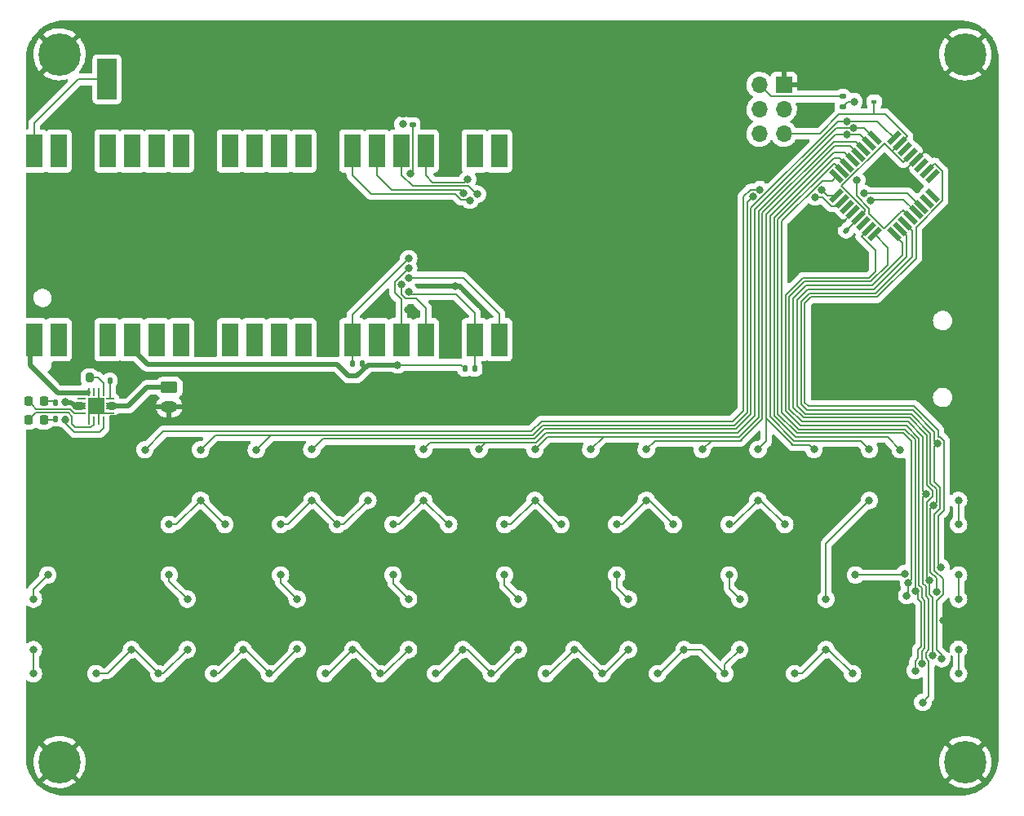
<source format=gbr>
%TF.GenerationSoftware,KiCad,Pcbnew,(6.0.0)*%
%TF.CreationDate,2022-10-15T12:08:06+11:00*%
%TF.ProjectId,c64pico,63363470-6963-46f2-9e6b-696361645f70,rev?*%
%TF.SameCoordinates,Original*%
%TF.FileFunction,Copper,L2,Bot*%
%TF.FilePolarity,Positive*%
%FSLAX46Y46*%
G04 Gerber Fmt 4.6, Leading zero omitted, Abs format (unit mm)*
G04 Created by KiCad (PCBNEW (6.0.0)) date 2022-10-15 12:08:06*
%MOMM*%
%LPD*%
G01*
G04 APERTURE LIST*
G04 Aperture macros list*
%AMRoundRect*
0 Rectangle with rounded corners*
0 $1 Rounding radius*
0 $2 $3 $4 $5 $6 $7 $8 $9 X,Y pos of 4 corners*
0 Add a 4 corners polygon primitive as box body*
4,1,4,$2,$3,$4,$5,$6,$7,$8,$9,$2,$3,0*
0 Add four circle primitives for the rounded corners*
1,1,$1+$1,$2,$3*
1,1,$1+$1,$4,$5*
1,1,$1+$1,$6,$7*
1,1,$1+$1,$8,$9*
0 Add four rect primitives between the rounded corners*
20,1,$1+$1,$2,$3,$4,$5,0*
20,1,$1+$1,$4,$5,$6,$7,0*
20,1,$1+$1,$6,$7,$8,$9,0*
20,1,$1+$1,$8,$9,$2,$3,0*%
%AMRotRect*
0 Rectangle, with rotation*
0 The origin of the aperture is its center*
0 $1 length*
0 $2 width*
0 $3 Rotation angle, in degrees counterclockwise*
0 Add horizontal line*
21,1,$1,$2,0,0,$3*%
G04 Aperture macros list end*
%TA.AperFunction,ComponentPad*%
%ADD10C,4.400000*%
%TD*%
%TA.AperFunction,SMDPad,CuDef*%
%ADD11RoundRect,0.135000X-0.135000X-0.185000X0.135000X-0.185000X0.135000X0.185000X-0.135000X0.185000X0*%
%TD*%
%TA.AperFunction,SMDPad,CuDef*%
%ADD12R,2.000000X4.200000*%
%TD*%
%TA.AperFunction,ComponentPad*%
%ADD13RoundRect,0.250000X-0.625000X0.350000X-0.625000X-0.350000X0.625000X-0.350000X0.625000X0.350000X0*%
%TD*%
%TA.AperFunction,ComponentPad*%
%ADD14O,1.750000X1.200000*%
%TD*%
%TA.AperFunction,ComponentPad*%
%ADD15R,1.700000X1.700000*%
%TD*%
%TA.AperFunction,ComponentPad*%
%ADD16O,1.700000X1.700000*%
%TD*%
%TA.AperFunction,SMDPad,CuDef*%
%ADD17RoundRect,0.218750X-0.218750X-0.256250X0.218750X-0.256250X0.218750X0.256250X-0.218750X0.256250X0*%
%TD*%
%TA.AperFunction,SMDPad,CuDef*%
%ADD18R,1.700000X3.500000*%
%TD*%
%TA.AperFunction,SMDPad,CuDef*%
%ADD19R,3.500000X1.700000*%
%TD*%
%TA.AperFunction,SMDPad,CuDef*%
%ADD20RoundRect,0.062500X0.350000X0.062500X-0.350000X0.062500X-0.350000X-0.062500X0.350000X-0.062500X0*%
%TD*%
%TA.AperFunction,SMDPad,CuDef*%
%ADD21RoundRect,0.062500X0.062500X0.350000X-0.062500X0.350000X-0.062500X-0.350000X0.062500X-0.350000X0*%
%TD*%
%TA.AperFunction,ComponentPad*%
%ADD22C,0.500000*%
%TD*%
%TA.AperFunction,SMDPad,CuDef*%
%ADD23R,1.680000X1.680000*%
%TD*%
%TA.AperFunction,SMDPad,CuDef*%
%ADD24R,0.600000X0.450000*%
%TD*%
%TA.AperFunction,SMDPad,CuDef*%
%ADD25RoundRect,0.140000X0.170000X-0.140000X0.170000X0.140000X-0.170000X0.140000X-0.170000X-0.140000X0*%
%TD*%
%TA.AperFunction,SMDPad,CuDef*%
%ADD26RoundRect,0.140000X-0.170000X0.140000X-0.170000X-0.140000X0.170000X-0.140000X0.170000X0.140000X0*%
%TD*%
%TA.AperFunction,SMDPad,CuDef*%
%ADD27RoundRect,0.135000X0.135000X0.185000X-0.135000X0.185000X-0.135000X-0.185000X0.135000X-0.185000X0*%
%TD*%
%TA.AperFunction,SMDPad,CuDef*%
%ADD28RoundRect,0.200000X-0.200000X-0.275000X0.200000X-0.275000X0.200000X0.275000X-0.200000X0.275000X0*%
%TD*%
%TA.AperFunction,SMDPad,CuDef*%
%ADD29RoundRect,0.135000X-0.185000X0.135000X-0.185000X-0.135000X0.185000X-0.135000X0.185000X0.135000X0*%
%TD*%
%TA.AperFunction,SMDPad,CuDef*%
%ADD30RoundRect,0.135000X0.185000X-0.135000X0.185000X0.135000X-0.185000X0.135000X-0.185000X-0.135000X0*%
%TD*%
%TA.AperFunction,SMDPad,CuDef*%
%ADD31RotRect,1.600000X0.550000X45.000000*%
%TD*%
%TA.AperFunction,SMDPad,CuDef*%
%ADD32RotRect,1.600000X0.550000X315.000000*%
%TD*%
%TA.AperFunction,SMDPad,CuDef*%
%ADD33RoundRect,0.140000X0.219203X0.021213X0.021213X0.219203X-0.219203X-0.021213X-0.021213X-0.219203X0*%
%TD*%
%TA.AperFunction,ViaPad*%
%ADD34C,0.800000*%
%TD*%
%TA.AperFunction,Conductor*%
%ADD35C,0.500000*%
%TD*%
%TA.AperFunction,Conductor*%
%ADD36C,0.200000*%
%TD*%
%TA.AperFunction,Conductor*%
%ADD37C,0.127000*%
%TD*%
G04 APERTURE END LIST*
D10*
%TO.P,H1,1,1*%
%TO.N,GND*%
X39350000Y-63450000D03*
%TD*%
%TO.P,H3,1,1*%
%TO.N,GND*%
X39350000Y-136950000D03*
%TD*%
%TO.P,H4,1,1*%
%TO.N,GND*%
X133350000Y-136950000D03*
%TD*%
%TO.P,H2,1,1*%
%TO.N,GND*%
X133350000Y-63450000D03*
%TD*%
D11*
%TO.P,R3,1*%
%TO.N,Net-(D1-Pad2)*%
X38940000Y-99650000D03*
%TO.P,R3,2*%
%TO.N,Net-(R3-Pad2)*%
X39960000Y-99650000D03*
%TD*%
D12*
%TO.P,LS1,1,1*%
%TO.N,/SPEAKER*%
X44300000Y-66050000D03*
%TO.P,LS1,2,2*%
%TO.N,GND*%
X52300000Y-66050000D03*
%TD*%
D13*
%TO.P,BT1,1,+*%
%TO.N,Net-(BT1-Pad1)*%
X50750000Y-98050000D03*
D14*
%TO.P,BT1,2,-*%
%TO.N,GND*%
X50750000Y-100050000D03*
%TD*%
D15*
%TO.P,J3,1,Pin_1*%
%TO.N,GND*%
X114525001Y-66625000D03*
D16*
%TO.P,J3,2,Pin_2*%
%TO.N,/RESET*%
X111985001Y-66625000D03*
%TO.P,J3,3,Pin_3*%
%TO.N,/KCOL4*%
X114525001Y-69165000D03*
%TO.P,J3,4,Pin_4*%
%TO.N,/KCOL2*%
X111985001Y-69165000D03*
%TO.P,J3,5,Pin_5*%
%TO.N,Net-(C3-Pad1)*%
X114525001Y-71705000D03*
%TO.P,J3,6,Pin_6*%
%TO.N,/KCOL3*%
X111985001Y-71705000D03*
%TD*%
D17*
%TO.P,D1,1,K*%
%TO.N,Net-(D1-Pad1)*%
X36174999Y-99500000D03*
%TO.P,D1,2,A*%
%TO.N,Net-(D1-Pad2)*%
X37749999Y-99500000D03*
%TD*%
D18*
%TO.P,U3,1,GPIO0*%
%TO.N,/SPEAKER*%
X36725000Y-73510000D03*
%TO.P,U3,2,GPIO1*%
%TO.N,/JOY_FIRE*%
X39265000Y-73510000D03*
%TO.P,U3,3,GND*%
%TO.N,GND*%
X41805000Y-73510000D03*
%TO.P,U3,4,GPIO2*%
%TO.N,unconnected-(U3-Pad4)*%
X44345000Y-73510000D03*
%TO.P,U3,5,GPIO3*%
%TO.N,unconnected-(U3-Pad5)*%
X46885000Y-73510000D03*
%TO.P,U3,6,GPIO4*%
%TO.N,unconnected-(U3-Pad6)*%
X49425000Y-73510000D03*
%TO.P,U3,7,GPIO5*%
%TO.N,unconnected-(U3-Pad7)*%
X51965000Y-73510000D03*
%TO.P,U3,8,GND*%
%TO.N,GND*%
X54505000Y-73510000D03*
%TO.P,U3,9,GPIO6*%
%TO.N,unconnected-(U3-Pad9)*%
X57045000Y-73510000D03*
%TO.P,U3,10,GPIO7*%
%TO.N,unconnected-(U3-Pad10)*%
X59585000Y-73510000D03*
%TO.P,U3,11,GPIO8*%
%TO.N,/KSDA*%
X62125000Y-73510000D03*
%TO.P,U3,12,GPIO9*%
%TO.N,/KSCL*%
X64665000Y-73510000D03*
%TO.P,U3,13,GND*%
%TO.N,GND*%
X67205000Y-73510000D03*
%TO.P,U3,14,GPIO10*%
%TO.N,/SD_CLK*%
X69745000Y-73510000D03*
%TO.P,U3,15,GPIO11*%
%TO.N,/SD_MOSI*%
X72285000Y-73510000D03*
%TO.P,U3,16,GPIO12*%
%TO.N,/SD_MISO*%
X74825000Y-73510000D03*
%TO.P,U3,17,GPIO13*%
%TO.N,/SD_CS*%
X77365000Y-73510000D03*
%TO.P,U3,18,GND*%
%TO.N,GND*%
X79905000Y-73510000D03*
%TO.P,U3,19,GPIO14*%
%TO.N,unconnected-(U3-Pad19)*%
X82445000Y-73510000D03*
%TO.P,U3,20,GPIO15*%
%TO.N,unconnected-(U3-Pad20)*%
X84985000Y-73510000D03*
%TO.P,U3,21,GPIO16*%
%TO.N,/TFT_DC*%
X84985000Y-93090000D03*
%TO.P,U3,22,GPIO17*%
%TO.N,/TFT_CS*%
X82445000Y-93090000D03*
%TO.P,U3,23,GND*%
%TO.N,GND*%
X79905000Y-93090000D03*
%TO.P,U3,24,GPIO18*%
%TO.N,/TFT_SCL*%
X77365000Y-93090000D03*
%TO.P,U3,25,GPIO19*%
%TO.N,/TFT_SDA*%
X74825000Y-93090000D03*
%TO.P,U3,26,GPIO20*%
%TO.N,/TFT_BKLT*%
X72285000Y-93090000D03*
%TO.P,U3,27,GPIO21*%
%TO.N,/TFT_RST*%
X69745000Y-93090000D03*
%TO.P,U3,28,GND*%
%TO.N,GND*%
X67205000Y-93090000D03*
%TO.P,U3,29,GPIO22*%
%TO.N,/JOY_LEFT*%
X64665000Y-93090000D03*
%TO.P,U3,30,RUN*%
%TO.N,unconnected-(U3-Pad30)*%
X62125000Y-93090000D03*
%TO.P,U3,31,GPIO26_ADC0*%
%TO.N,/JOY_UP*%
X59585000Y-93090000D03*
%TO.P,U3,32,GPIO27_ADC1*%
%TO.N,/JOY_RIGHT*%
X57045000Y-93090000D03*
%TO.P,U3,33,AGND*%
%TO.N,GND*%
X54505000Y-93090000D03*
%TO.P,U3,34,GPIO28_ADC2*%
%TO.N,/JOY_DOWN*%
X51965000Y-93090000D03*
%TO.P,U3,35,ADC_VREF*%
%TO.N,unconnected-(U3-Pad35)*%
X49425000Y-93090000D03*
%TO.P,U3,36,3V3*%
%TO.N,+3V3*%
X46885000Y-93090000D03*
%TO.P,U3,37,3V3_EN*%
%TO.N,unconnected-(U3-Pad37)*%
X44345000Y-93090000D03*
%TO.P,U3,38,GND*%
%TO.N,GND*%
X41805000Y-93090000D03*
%TO.P,U3,39,VSYS*%
%TO.N,VSYS*%
X39265000Y-93090000D03*
%TO.P,U3,40,VBUS*%
%TO.N,VBUS*%
X36725000Y-93090000D03*
D19*
%TO.P,U3,41,SWCLK*%
%TO.N,GND*%
X85655000Y-80760000D03*
%TO.P,U3,42,GND*%
X85655000Y-83300000D03*
%TO.P,U3,43,SWDIO*%
X85655000Y-85840000D03*
%TD*%
D20*
%TO.P,U2,1,TS*%
%TO.N,Net-(R2-Pad2)*%
X44612500Y-99250000D03*
%TO.P,U2,2,BAT*%
%TO.N,Net-(BT1-Pad1)*%
X44612500Y-99750000D03*
%TO.P,U2,3,BAT*%
X44612500Y-100250000D03*
%TO.P,U2,4,CE*%
%TO.N,GND*%
X44612500Y-100750000D03*
D21*
%TO.P,U2,5,EN2*%
%TO.N,Net-(R3-Pad2)*%
X43900000Y-101462500D03*
%TO.P,U2,6,EN1*%
%TO.N,GND*%
X43400000Y-101462500D03*
%TO.P,U2,7,PGOOD*%
%TO.N,Net-(D2-Pad1)*%
X42900000Y-101462500D03*
%TO.P,U2,8,VSS*%
%TO.N,GND*%
X42400000Y-101462500D03*
D20*
%TO.P,U2,9,CHG*%
%TO.N,Net-(D1-Pad1)*%
X41687500Y-100750000D03*
%TO.P,U2,10,OUT*%
%TO.N,Net-(R3-Pad2)*%
X41687500Y-100250000D03*
%TO.P,U2,11,OUT*%
X41687500Y-99750000D03*
%TO.P,U2,12,ILIM*%
%TO.N,unconnected-(U2-Pad12)*%
X41687500Y-99250000D03*
D21*
%TO.P,U2,13,IN*%
%TO.N,VBUS*%
X42400000Y-98537500D03*
%TO.P,U2,14,TMR*%
%TO.N,unconnected-(U2-Pad14)*%
X42900000Y-98537500D03*
%TO.P,U2,15,TD*%
%TO.N,GND*%
X43400000Y-98537500D03*
%TO.P,U2,16,ISET*%
%TO.N,Net-(R1-Pad2)*%
X43900000Y-98537500D03*
D22*
%TO.P,U2,17,VSS*%
%TO.N,GND*%
X42560000Y-100590000D03*
X42560000Y-99410000D03*
D23*
X43150000Y-100000000D03*
D22*
X43740000Y-100590000D03*
X43740000Y-99410000D03*
%TD*%
D24*
%TO.P,D3,1,K*%
%TO.N,Net-(C3-Pad1)*%
X123900000Y-68350000D03*
%TO.P,D3,2,A*%
%TO.N,+3V3*%
X121800000Y-68350000D03*
%TD*%
D17*
%TO.P,D2,1,K*%
%TO.N,Net-(D2-Pad1)*%
X36156786Y-101450000D03*
%TO.P,D2,2,A*%
%TO.N,Net-(D2-Pad2)*%
X37731786Y-101450000D03*
%TD*%
D25*
%TO.P,C1,1*%
%TO.N,VBUS*%
X39600000Y-98580000D03*
%TO.P,C1,2*%
%TO.N,GND*%
X39600000Y-97620000D03*
%TD*%
D26*
%TO.P,C2,1*%
%TO.N,GND*%
X75000000Y-69740000D03*
%TO.P,C2,2*%
%TO.N,+3V3*%
X75000000Y-70700000D03*
%TD*%
D27*
%TO.P,R2,1*%
%TO.N,GND*%
X45610000Y-97350000D03*
%TO.P,R2,2*%
%TO.N,Net-(R2-Pad2)*%
X44590000Y-97350000D03*
%TD*%
D28*
%TO.P,R1,1*%
%TO.N,GND*%
X40825000Y-97050000D03*
%TO.P,R1,2*%
%TO.N,Net-(R1-Pad2)*%
X42475000Y-97050000D03*
%TD*%
D29*
%TO.P,R5,1*%
%TO.N,/RESET*%
X120650000Y-67840000D03*
%TO.P,R5,2*%
%TO.N,+3V3*%
X120650000Y-68860000D03*
%TD*%
D30*
%TO.P,R10,1*%
%TO.N,/BKLT_K*%
X76000000Y-70760000D03*
%TO.P,R10,2*%
%TO.N,GND*%
X76000000Y-69740000D03*
%TD*%
D27*
%TO.P,R12,1*%
%TO.N,+3V3*%
X70760000Y-95600000D03*
%TO.P,R12,2*%
%TO.N,/TFT_RST*%
X69740000Y-95600000D03*
%TD*%
D11*
%TO.P,R11,1*%
%TO.N,+3V3*%
X81440000Y-96100000D03*
%TO.P,R11,2*%
%TO.N,/TFT_CS*%
X82460000Y-96100000D03*
%TD*%
%TO.P,R4,1*%
%TO.N,Net-(D2-Pad2)*%
X38940000Y-101300000D03*
%TO.P,R4,2*%
%TO.N,Net-(R3-Pad2)*%
X39960000Y-101300000D03*
%TD*%
D31*
%TO.P,U1,1,PD3*%
%TO.N,/KROW4*%
X123925116Y-82126966D03*
%TO.P,U1,2,PD4*%
%TO.N,/KROW3*%
X123359431Y-81561280D03*
%TO.P,U1,3,PE0*%
%TO.N,unconnected-(U1-Pad3)*%
X122793745Y-80995595D03*
%TO.P,U1,4,VCC*%
%TO.N,Net-(C3-Pad1)*%
X122228060Y-80429910D03*
%TO.P,U1,5,GND*%
%TO.N,GND*%
X121662374Y-79864224D03*
%TO.P,U1,6,PE1*%
%TO.N,unconnected-(U1-Pad6)*%
X121096689Y-79298539D03*
%TO.P,U1,7,XTAL1/PB6*%
%TO.N,/KCOL1*%
X120531004Y-78732853D03*
%TO.P,U1,8,XTAL2/PB7*%
%TO.N,/KCOL0*%
X119965318Y-78167168D03*
D32*
%TO.P,U1,9,PD5*%
%TO.N,/KROW2*%
X119965318Y-76116558D03*
%TO.P,U1,10,PD6*%
%TO.N,/KROW1*%
X120531004Y-75550873D03*
%TO.P,U1,11,PD7*%
%TO.N,/KROW0*%
X121096689Y-74985187D03*
%TO.P,U1,12,PB0*%
%TO.N,/KCOL7*%
X121662374Y-74419502D03*
%TO.P,U1,13,PB1*%
%TO.N,/KCOL6*%
X122228060Y-73853816D03*
%TO.P,U1,14,PB2*%
%TO.N,/KCOL5*%
X122793745Y-73288131D03*
%TO.P,U1,15,PB3*%
%TO.N,/KCOL4*%
X123359431Y-72722446D03*
%TO.P,U1,16,PB4*%
%TO.N,/KCOL3*%
X123925116Y-72156760D03*
D31*
%TO.P,U1,17,PB5*%
%TO.N,/KCOL2*%
X125975726Y-72156760D03*
%TO.P,U1,18,AVCC*%
%TO.N,Net-(C3-Pad1)*%
X126541411Y-72722446D03*
%TO.P,U1,19,PE2*%
%TO.N,unconnected-(U1-Pad19)*%
X127107097Y-73288131D03*
%TO.P,U1,20,AREF*%
%TO.N,Net-(C3-Pad1)*%
X127672782Y-73853816D03*
%TO.P,U1,21,GND*%
%TO.N,GND*%
X128238468Y-74419502D03*
%TO.P,U1,22,PE3*%
%TO.N,unconnected-(U1-Pad22)*%
X128804153Y-74985187D03*
%TO.P,U1,23,PC0*%
%TO.N,/RESTORE*%
X129369838Y-75550873D03*
%TO.P,U1,24,PC1*%
%TO.N,unconnected-(U1-Pad24)*%
X129935524Y-76116558D03*
D32*
%TO.P,U1,25,PC2*%
%TO.N,unconnected-(U1-Pad25)*%
X129935524Y-78167168D03*
%TO.P,U1,26,PC3*%
%TO.N,unconnected-(U1-Pad26)*%
X129369838Y-78732853D03*
%TO.P,U1,27,PC4*%
%TO.N,/KSDA*%
X128804153Y-79298539D03*
%TO.P,U1,28,PC5*%
%TO.N,/KSCL*%
X128238468Y-79864224D03*
%TO.P,U1,29,~{RESET}/PC6*%
%TO.N,/RESET*%
X127672782Y-80429910D03*
%TO.P,U1,30,PD0*%
%TO.N,/KROW7*%
X127107097Y-80995595D03*
%TO.P,U1,31,PD1*%
%TO.N,/KROW6*%
X126541411Y-81561280D03*
%TO.P,U1,32,PD2*%
%TO.N,/KROW5*%
X125975726Y-82126966D03*
%TD*%
D33*
%TO.P,C3,1*%
%TO.N,Net-(C3-Pad1)*%
X120989411Y-81739411D03*
%TO.P,C3,2*%
%TO.N,GND*%
X120310589Y-81060589D03*
%TD*%
D34*
%TO.N,GND*%
X130600000Y-86400000D03*
X118500000Y-96450000D03*
X92550000Y-72850000D03*
X131100000Y-73600000D03*
X80450000Y-87550000D03*
X117500000Y-70000000D03*
X79650000Y-90000000D03*
X127200000Y-76600000D03*
X75550000Y-90000000D03*
X118100000Y-83600000D03*
X131100000Y-122250000D03*
X118050000Y-98800000D03*
X72650000Y-89800000D03*
X98400000Y-85700000D03*
X47450000Y-97200000D03*
%TO.N,+3V3*%
X121800000Y-68350000D03*
X75000000Y-70700000D03*
X74450000Y-95700000D03*
%TO.N,Net-(R3-Pad2)*%
X39935389Y-101373540D03*
X39960000Y-99575021D03*
%TO.N,/RESET*%
X122088038Y-76538038D03*
%TO.N,/TFT_CS*%
X75576626Y-88083991D03*
%TO.N,/TFT_SCL*%
X74879200Y-87368029D03*
%TO.N,/TFT_DC*%
X75599940Y-86675509D03*
%TO.N,/TFT_SDA*%
X75600013Y-85676007D03*
%TO.N,/TFT_RST*%
X75599993Y-84676505D03*
%TO.N,/BKLT_K*%
X75792362Y-75847902D03*
%TO.N,/SD_MOSI*%
X81300000Y-77849500D03*
%TO.N,/SD_CS*%
X81700000Y-76450000D03*
%TO.N,/SD_CLK*%
X81951732Y-78607290D03*
%TO.N,/SD_MISO*%
X82727360Y-77976889D03*
%TO.N,/KCOL0*%
X118483880Y-77570369D03*
X112032051Y-77500500D03*
X36650000Y-127775001D03*
X48220000Y-104524999D03*
X36650000Y-120025000D03*
X36650000Y-125275000D03*
X38150000Y-117525000D03*
%TO.N,/KROW0*%
X126600000Y-104525000D03*
%TO.N,/KROW1*%
X127450019Y-118323989D03*
X127277764Y-119662460D03*
%TO.N,/KROW2*%
X128149520Y-119173535D03*
X128142792Y-127457283D03*
%TO.N,/KROW3*%
X128849019Y-126750000D03*
%TO.N,/KROW4*%
X128950000Y-130750000D03*
X129248540Y-109100000D03*
%TO.N,/KCOL1*%
X46840000Y-125275000D03*
X52620000Y-125275000D03*
X50740000Y-117525000D03*
X49650000Y-127775000D03*
X117777125Y-78277125D03*
X56520000Y-112275000D03*
X50740000Y-112275000D03*
X52620000Y-120025000D03*
X54000000Y-104525000D03*
X111317863Y-78217863D03*
X43150001Y-127775000D03*
X59780000Y-104525000D03*
X54000000Y-109775000D03*
%TO.N,/KCOL2*%
X55369999Y-127775000D03*
X68180000Y-112275000D03*
X62299999Y-117525000D03*
X121050000Y-70401500D03*
X58399999Y-125275000D03*
X71350000Y-109775000D03*
X61150001Y-127775000D03*
X64020001Y-120025000D03*
X64020001Y-125229999D03*
X65560000Y-109775000D03*
X62299999Y-112275000D03*
X65550000Y-104500000D03*
%TO.N,/JOY_UP*%
X59585000Y-92190000D03*
%TO.N,/JOY_DOWN*%
X51965000Y-92190000D03*
%TO.N,/JOY_LEFT*%
X64665000Y-92190000D03*
%TO.N,/JOY_RIGHT*%
X57045000Y-92190000D03*
%TO.N,/JOY_FIRE*%
X39265000Y-74410000D03*
%TO.N,/KSDA*%
X62125000Y-74410000D03*
X122814568Y-77907213D03*
%TO.N,/KSCL*%
X123521324Y-78613968D03*
X64665000Y-74410000D03*
%TO.N,/KROW5*%
X129956370Y-125878848D03*
X129648060Y-118098080D03*
%TO.N,/KROW6*%
X130347571Y-119250000D03*
X130047591Y-110300000D03*
%TO.N,/KROW7*%
X130447095Y-103900000D03*
X130900000Y-126208337D03*
%TO.N,/KCOL3*%
X73960000Y-117524999D03*
X72619999Y-127775000D03*
X121788528Y-71101000D03*
X82900000Y-104500000D03*
X79740000Y-112275000D03*
X77150000Y-104500000D03*
X77130000Y-109774999D03*
X73960000Y-112274999D03*
X75580000Y-120025000D03*
X75580000Y-125275000D03*
X69800000Y-125275000D03*
X66930000Y-127775000D03*
%TO.N,/KCOL4*%
X86989999Y-125275000D03*
X81210000Y-125275000D03*
X84180000Y-127775000D03*
X85545001Y-117525000D03*
X78400001Y-127775000D03*
X121050000Y-71800500D03*
X88700000Y-104500000D03*
X88700000Y-109775000D03*
X85545001Y-112275000D03*
X86989999Y-120025000D03*
X94500000Y-104500000D03*
X91400000Y-112275000D03*
%TO.N,/KCOL5*%
X97180000Y-112275000D03*
X103060000Y-112275000D03*
X95650001Y-127775000D03*
X89869999Y-127775000D03*
X106050000Y-104500000D03*
X100250000Y-104500000D03*
X97180000Y-117525000D03*
X100260000Y-109775000D03*
X92770001Y-125275000D03*
X98390000Y-125275000D03*
X98390000Y-120025000D03*
%TO.N,/KCOL6*%
X108840000Y-117525000D03*
X117650000Y-104500000D03*
X108840000Y-112275000D03*
X109950000Y-120025000D03*
X101430000Y-127775000D03*
X108400000Y-127775000D03*
X109950000Y-125275000D03*
X104170000Y-125275000D03*
X111830000Y-109775000D03*
X114620000Y-112275000D03*
X111850000Y-104500000D03*
%TO.N,/KCOL7*%
X115650000Y-127775000D03*
X132650000Y-127775001D03*
X123400000Y-109775000D03*
X132650000Y-109775000D03*
X132650000Y-125250000D03*
X118900000Y-125275000D03*
X123400000Y-104500000D03*
X132650000Y-112274999D03*
X121650000Y-127775000D03*
X132650000Y-120025000D03*
X118900000Y-120025000D03*
X132650000Y-117524999D03*
%TO.N,/RESTORE*%
X130846745Y-116753257D03*
X127050500Y-117392051D03*
X121950001Y-117525000D03*
%TO.N,VSYS*%
X39265000Y-92190000D03*
%TD*%
D35*
%TO.N,Net-(BT1-Pad1)*%
X44974520Y-100175480D02*
X44612500Y-100175480D01*
X45500000Y-100000000D02*
X44439511Y-100000000D01*
X45150000Y-100000000D02*
X44974520Y-100175480D01*
X48450000Y-98050000D02*
X46500000Y-100000000D01*
X45150000Y-100000000D02*
X44974520Y-99824520D01*
X46500000Y-100000000D02*
X45500000Y-100000000D01*
X50750000Y-98050000D02*
X48450000Y-98050000D01*
X44974520Y-99824520D02*
X44612500Y-99824520D01*
X45500000Y-100000000D02*
X45150000Y-100000000D01*
D36*
%TO.N,GND*%
X42400000Y-100750000D02*
X43150000Y-100000000D01*
X42400000Y-101462500D02*
X42400000Y-100750000D01*
X128238468Y-74419502D02*
X129057970Y-73600000D01*
X127200000Y-75457970D02*
X128238468Y-74419502D01*
X43900000Y-100750000D02*
X43150000Y-100000000D01*
X120466009Y-81060589D02*
X121662374Y-79864224D01*
X42400000Y-100750000D02*
X42560000Y-100590000D01*
X43400000Y-101462500D02*
X43400000Y-100250000D01*
X43400000Y-100250000D02*
X43150000Y-100000000D01*
X43900000Y-100750000D02*
X43740000Y-100590000D01*
X120310589Y-81060589D02*
X120466009Y-81060589D01*
X43400000Y-99750000D02*
X43150000Y-100000000D01*
X127200000Y-76600000D02*
X127200000Y-75457970D01*
X43400000Y-98537500D02*
X43400000Y-99750000D01*
X44612500Y-100750000D02*
X43900000Y-100750000D01*
X129057970Y-73600000D02*
X131100000Y-73600000D01*
D35*
%TO.N,VBUS*%
X42325480Y-98580000D02*
X42325480Y-98537500D01*
X36725000Y-92190000D02*
X36300000Y-92615000D01*
X39600000Y-98580000D02*
X42325480Y-98580000D01*
X36300000Y-92615000D02*
X36300000Y-95700000D01*
X36300000Y-95700000D02*
X39180000Y-98580000D01*
X39180000Y-98580000D02*
X39600000Y-98580000D01*
D36*
%TO.N,Net-(D1-Pad1)*%
X36949518Y-100274520D02*
X36587499Y-99912501D01*
X36952400Y-100274520D02*
X36950959Y-100275960D01*
X36950959Y-100275960D02*
X36587499Y-99912501D01*
X40434031Y-100274521D02*
X36952400Y-100274520D01*
X36174999Y-99500000D02*
X36587499Y-99912501D01*
X41687500Y-100750000D02*
X40909510Y-100750000D01*
X40909510Y-100750000D02*
X40434031Y-100274521D01*
D35*
%TO.N,+3V3*%
X70180480Y-96869520D02*
X69362884Y-96869520D01*
D36*
X70200000Y-96850000D02*
X70760000Y-96290000D01*
D35*
X74450000Y-95700000D02*
X71350000Y-95700000D01*
X70200000Y-96850000D02*
X70180480Y-96869520D01*
X69362884Y-96869520D02*
X68144333Y-95650969D01*
X68144333Y-95650969D02*
X48486947Y-95650969D01*
X71350000Y-95700000D02*
X70200000Y-96850000D01*
D36*
X121160000Y-68350000D02*
X120650000Y-68860000D01*
X70760000Y-96290000D02*
X70760000Y-95600000D01*
D35*
X46885000Y-94049022D02*
X46885000Y-92190000D01*
D36*
X121800000Y-68350000D02*
X121160000Y-68350000D01*
X81040000Y-95700000D02*
X81440000Y-96100000D01*
X74450000Y-95700000D02*
X81040000Y-95700000D01*
D35*
X48486947Y-95650969D02*
X46885000Y-94049022D01*
D36*
%TO.N,Net-(D1-Pad2)*%
X38790000Y-99500000D02*
X38940000Y-99650000D01*
X37749999Y-99500000D02*
X38790000Y-99500000D01*
%TO.N,Net-(D2-Pad1)*%
X36931306Y-100675480D02*
X37116447Y-100675479D01*
X37116447Y-100675479D02*
X37117886Y-100674040D01*
X40268544Y-100674040D02*
X40634889Y-101040385D01*
X40634889Y-101040385D02*
X40634889Y-101819883D01*
X40634889Y-101819883D02*
X41015006Y-102200000D01*
X37117886Y-100674040D02*
X40268544Y-100674040D01*
X42900000Y-101886973D02*
X42900000Y-101462500D01*
X36156786Y-101450000D02*
X36931306Y-100675480D01*
X42586973Y-102200000D02*
X42900000Y-101886973D01*
X41015006Y-102200000D02*
X42586973Y-102200000D01*
%TO.N,Net-(D2-Pad2)*%
X37731786Y-101450000D02*
X38790000Y-101450000D01*
X38790000Y-101450000D02*
X38940000Y-101300000D01*
%TO.N,Net-(R1-Pad2)*%
X43350000Y-97050000D02*
X42475000Y-97050000D01*
X43900000Y-98537500D02*
X43900000Y-97600000D01*
X43900000Y-97600000D02*
X43350000Y-97050000D01*
%TO.N,Net-(R2-Pad2)*%
X44590000Y-99227500D02*
X44612500Y-99250000D01*
X44590000Y-97350000D02*
X44590000Y-99227500D01*
D35*
%TO.N,Net-(R3-Pad2)*%
X39960000Y-99650000D02*
X40586648Y-99650000D01*
D36*
X43900000Y-102300000D02*
X43900000Y-101462500D01*
D35*
X40962148Y-100025500D02*
X41112128Y-100175480D01*
X41163128Y-99824520D02*
X41687500Y-99824520D01*
D36*
X43550000Y-102650000D02*
X43900000Y-102300000D01*
D35*
X40768324Y-99831676D02*
X40962148Y-100025500D01*
X41112128Y-100175480D02*
X41687500Y-100175480D01*
D36*
X41687500Y-99750000D02*
X41687500Y-100250000D01*
D35*
X40586648Y-99650000D02*
X40768324Y-99831676D01*
D36*
X40900000Y-102650000D02*
X43550000Y-102650000D01*
X39960000Y-101710000D02*
X40900000Y-102650000D01*
D35*
X40962148Y-100025500D02*
X41163128Y-99824520D01*
X40936648Y-100000000D02*
X41860489Y-100000000D01*
X40768324Y-99831676D02*
X40936648Y-100000000D01*
D36*
X39960000Y-101300000D02*
X39960000Y-101710000D01*
%TO.N,/RESET*%
X113220000Y-67840000D02*
X120650000Y-67840000D01*
X123360596Y-80007489D02*
X124903107Y-81550000D01*
X126614065Y-79935935D02*
X126896436Y-79653564D01*
X123360595Y-79442483D02*
X123360596Y-80007489D01*
X122088038Y-78169926D02*
X123360595Y-79442483D01*
X124903107Y-81550000D02*
X124997736Y-81550000D01*
X126896436Y-79653564D02*
X127672782Y-80429910D01*
X126611801Y-79935935D02*
X126614065Y-79935935D01*
X124997736Y-81550000D02*
X126611801Y-79935935D01*
X111975000Y-66595000D02*
X113220000Y-67840000D01*
X122088038Y-76538038D02*
X122088038Y-78169926D01*
%TO.N,/TFT_CS*%
X75576626Y-88083991D02*
X75892138Y-88399503D01*
X80549503Y-88399503D02*
X82445000Y-90295000D01*
X75892138Y-88399503D02*
X80549503Y-88399503D01*
X82445000Y-96085000D02*
X82460000Y-96100000D01*
X82445000Y-90295000D02*
X82445000Y-92190000D01*
X82445000Y-92190000D02*
X82445000Y-96085000D01*
%TO.N,/TFT_SCL*%
X76349023Y-88799023D02*
X77365000Y-89815000D01*
X77365000Y-89815000D02*
X77365000Y-92190000D01*
X74877115Y-87370114D02*
X74879200Y-87368029D01*
X74877115Y-88373739D02*
X74877115Y-87370114D01*
X74877115Y-88373739D02*
X75302399Y-88799023D01*
X75302399Y-88799023D02*
X76349023Y-88799023D01*
%TO.N,/TFT_DC*%
X84985000Y-90385000D02*
X84985000Y-92190000D01*
X75599940Y-86675509D02*
X75625698Y-86649751D01*
X75625698Y-86649751D02*
X81249751Y-86649751D01*
X81249751Y-86649751D02*
X84985000Y-90385000D01*
%TO.N,/TFT_SDA*%
X74179689Y-87072325D02*
X74179689Y-88241319D01*
X75576007Y-85676007D02*
X74179689Y-87072325D01*
X74825000Y-88886630D02*
X74825000Y-92190000D01*
X75600013Y-85676007D02*
X75576007Y-85676007D01*
X74179689Y-88241319D02*
X74825000Y-88886630D01*
%TO.N,/TFT_RST*%
X75599993Y-84676505D02*
X69745000Y-90531498D01*
X69745000Y-90531498D02*
X69745000Y-92190000D01*
X69740000Y-92195000D02*
X69745000Y-92190000D01*
X69740000Y-95600000D02*
X69740000Y-92195000D01*
%TO.N,/BKLT_K*%
X76000000Y-70760000D02*
X76000000Y-75640264D01*
X76000000Y-75640264D02*
X75792362Y-75847902D01*
%TO.N,/SD_MOSI*%
X72285000Y-75985000D02*
X72285000Y-74410000D01*
X81000020Y-77549520D02*
X73849520Y-77549520D01*
X81300000Y-77849500D02*
X81000020Y-77549520D01*
X73849520Y-77549520D02*
X72285000Y-75985000D01*
%TO.N,/SD_CS*%
X81399520Y-76750480D02*
X78100480Y-76750480D01*
X81700000Y-76450000D02*
X81399520Y-76750480D01*
X77365000Y-76015000D02*
X77365000Y-74410000D01*
X78100480Y-76750480D02*
X77365000Y-76015000D01*
%TO.N,/SD_CLK*%
X81589748Y-78549011D02*
X81010252Y-78549011D01*
X71707789Y-77949039D02*
X69745000Y-75986250D01*
X81648027Y-78607290D02*
X81589748Y-78549011D01*
X80410280Y-77949039D02*
X71707789Y-77949039D01*
X81951732Y-78607290D02*
X81648027Y-78607290D01*
X81010252Y-78549011D02*
X80410280Y-77949039D01*
X69745000Y-75986250D02*
X69745000Y-74410000D01*
%TO.N,/SD_MISO*%
X82645223Y-77976889D02*
X81818334Y-77150000D01*
X74825000Y-75975000D02*
X74825000Y-74410000D01*
X81818334Y-77150000D02*
X76000000Y-77150000D01*
X76000000Y-77150000D02*
X74825000Y-75975000D01*
X82727360Y-77976889D02*
X82645223Y-77976889D01*
%TO.N,/SPEAKER*%
X41300000Y-66050000D02*
X36725000Y-70625000D01*
X36725000Y-70625000D02*
X36725000Y-74410000D01*
X44300000Y-66050000D02*
X41300000Y-66050000D01*
%TO.N,/KCOL0*%
X109200459Y-101574511D02*
X89365464Y-101574512D01*
D37*
X36650000Y-120025000D02*
X36650000Y-119025000D01*
D36*
X89365464Y-101574512D02*
X88338047Y-102601929D01*
X119080679Y-78167168D02*
X119965318Y-78167168D01*
X110303362Y-100471608D02*
X109200459Y-101574511D01*
X111045967Y-77500500D02*
X110303362Y-78243105D01*
X50148071Y-102601929D02*
X48225001Y-104524999D01*
D37*
X36650000Y-119025000D02*
X38150000Y-117525000D01*
X36650000Y-125275000D02*
X36650000Y-127775001D01*
D36*
X112032051Y-77500500D02*
X111045967Y-77500500D01*
X110303362Y-78243105D02*
X110303362Y-100471608D01*
X118483880Y-77570369D02*
X119080679Y-78167168D01*
X88338047Y-102601929D02*
X50148071Y-102601929D01*
X48225001Y-104524999D02*
X48220000Y-104524999D01*
%TO.N,/KROW0*%
X125153842Y-103196158D02*
X125271158Y-103196158D01*
X125153842Y-103196158D02*
X125296158Y-103196158D01*
X113500962Y-100949978D02*
X115747142Y-103196158D01*
X115800000Y-103200000D02*
X115803842Y-103196158D01*
X119734994Y-74200000D02*
X113500961Y-80434033D01*
X125271158Y-103196158D02*
X126600000Y-104525000D01*
X120311502Y-74200000D02*
X119734994Y-74200000D01*
X121096689Y-74985187D02*
X120311502Y-74200000D01*
X115803842Y-103196158D02*
X125153842Y-103196158D01*
X113500961Y-80434033D02*
X113500962Y-100949978D01*
%TO.N,/KROW1*%
X113900481Y-80599519D02*
X113900481Y-100784491D01*
X120531004Y-75550873D02*
X119780131Y-74800000D01*
X127750000Y-103650000D02*
X127750000Y-118024008D01*
X127450019Y-119490205D02*
X127277764Y-119662460D01*
X127750000Y-118024008D02*
X127450019Y-118323989D01*
X127450019Y-118323989D02*
X127450019Y-119490205D01*
X119700000Y-74800000D02*
X113900481Y-80599519D01*
X113900481Y-100784491D02*
X115912628Y-102796638D01*
X119780131Y-74800000D02*
X119700000Y-74800000D01*
X126896638Y-102796638D02*
X127750000Y-103650000D01*
X115912628Y-102796638D02*
X126896638Y-102796638D01*
%TO.N,/KROW2*%
X114300000Y-100619004D02*
X116078114Y-102397118D01*
X114300000Y-80765006D02*
X114300000Y-100619004D01*
X128449514Y-120036220D02*
X128751440Y-120338146D01*
X128142792Y-126466968D02*
X128142792Y-127457283D01*
X116078114Y-102397118D02*
X127062124Y-102397118D01*
X128449512Y-119473527D02*
X128449514Y-120036220D01*
X118499068Y-76565938D02*
X114300000Y-80765006D01*
X128149520Y-103484514D02*
X128149521Y-118749283D01*
X128449499Y-126160261D02*
X128142792Y-126466968D01*
X127062124Y-102397118D02*
X128149520Y-103484514D01*
X119965318Y-76116558D02*
X119515938Y-76565938D01*
X128751440Y-124964507D02*
X128449499Y-125266448D01*
X119515938Y-76565938D02*
X118499068Y-76565938D01*
X128449499Y-125266448D02*
X128449499Y-126160261D01*
X128149520Y-119173535D02*
X128449512Y-119473527D01*
X128751440Y-120338146D02*
X128751440Y-124964507D01*
%TO.N,/KROW3*%
X128849033Y-119870733D02*
X129150960Y-120172660D01*
X128849019Y-125431934D02*
X128849019Y-126750000D01*
X124000000Y-83800000D02*
X124000000Y-86041764D01*
X128849031Y-118883787D02*
X128849033Y-119870733D01*
X116243600Y-101997598D02*
X127227610Y-101997598D01*
X122560355Y-82360355D02*
X124000000Y-83800000D01*
X114923001Y-100676999D02*
X116243600Y-101997598D01*
X128549040Y-103319028D02*
X128549040Y-118583796D01*
X123359431Y-81561280D02*
X122560355Y-82360355D01*
X114700480Y-100454478D02*
X114923001Y-100676999D01*
X129150960Y-125129993D02*
X128849019Y-125431934D01*
X124000000Y-86041764D02*
X123380563Y-86661201D01*
X114700482Y-100454480D02*
X114923001Y-100676999D01*
X129150960Y-120172660D02*
X129150960Y-125129993D01*
X128549040Y-118583796D02*
X128849031Y-118883787D01*
X114700482Y-88474488D02*
X114700482Y-100454480D01*
X116513766Y-86661204D02*
X114700482Y-88474488D01*
X123380563Y-86661201D02*
X116513766Y-86661204D01*
X127227610Y-101997598D02*
X128549040Y-103319028D01*
%TO.N,/KROW4*%
X116409086Y-101598078D02*
X127393096Y-101598078D01*
X128948560Y-108448560D02*
X128948560Y-108800020D01*
X128948560Y-103153542D02*
X128948560Y-108448560D01*
X129248552Y-119705246D02*
X129550480Y-120007174D01*
X128948560Y-118418310D02*
X129248551Y-118718301D01*
X116679253Y-87060723D02*
X115100001Y-88639975D01*
X123925116Y-82126966D02*
X125303385Y-83505235D01*
X129550480Y-125295479D02*
X129256859Y-125589100D01*
X129548530Y-130151470D02*
X128950000Y-130750000D01*
X128948560Y-109399980D02*
X128948560Y-118418310D01*
X125303385Y-85303385D02*
X123546049Y-87060721D01*
X123546049Y-87060721D02*
X116679253Y-87060723D01*
X129256859Y-125589100D02*
X129256859Y-126168596D01*
X127393096Y-101598078D02*
X128948560Y-103153542D01*
X129548530Y-126460267D02*
X129548530Y-130151470D01*
X129248551Y-118718301D02*
X129248552Y-119705246D01*
X125303385Y-83505235D02*
X125303385Y-85303385D01*
X128948560Y-108800020D02*
X129248540Y-109100000D01*
X129256859Y-126168596D02*
X129548530Y-126460267D01*
X115100001Y-100288993D02*
X116409086Y-101598078D01*
X129550480Y-120007174D02*
X129550480Y-125295479D01*
X115100001Y-88639975D02*
X115100001Y-100288993D01*
X129248540Y-109100000D02*
X128948560Y-109399980D01*
%TO.N,/KCOL1*%
X117777125Y-78277125D02*
X118520319Y-78277125D01*
X89530951Y-101974031D02*
X88503533Y-103001449D01*
D37*
X49650000Y-127775000D02*
X50120000Y-127775000D01*
X56500000Y-112275000D02*
X56520000Y-112275000D01*
D36*
X61298551Y-103001449D02*
X59780000Y-104520000D01*
D37*
X50120000Y-127775000D02*
X52620000Y-125275000D01*
D36*
X118520319Y-78277125D02*
X119470022Y-79226828D01*
X110702882Y-78832844D02*
X110702882Y-100637094D01*
D37*
X47150000Y-125275000D02*
X49650000Y-127775000D01*
X50740000Y-117525000D02*
X50740000Y-118145000D01*
X44340000Y-127775000D02*
X46840000Y-125275000D01*
D36*
X111317863Y-78217863D02*
X110702882Y-78832844D01*
X61298551Y-103001449D02*
X55523551Y-103001449D01*
X109365945Y-101974031D02*
X89530951Y-101974031D01*
X55523551Y-103001449D02*
X54000000Y-104525000D01*
X110702882Y-100637094D02*
X109365945Y-101974031D01*
D37*
X54000000Y-109775000D02*
X56500000Y-112275000D01*
X50740000Y-118145000D02*
X52620000Y-120025000D01*
D36*
X88503533Y-103001449D02*
X61298551Y-103001449D01*
D37*
X51500000Y-112275000D02*
X54000000Y-109775000D01*
D36*
X120037029Y-79226828D02*
X120531004Y-78732853D01*
D37*
X50740000Y-112275000D02*
X51500000Y-112275000D01*
X46840000Y-125275000D02*
X47150000Y-125275000D01*
D36*
X59780000Y-104520000D02*
X59780000Y-104525000D01*
X119470022Y-79226828D02*
X120037029Y-79226828D01*
D37*
X43150001Y-127775000D02*
X44340000Y-127775000D01*
D36*
%TO.N,/KCOL2*%
X124734483Y-70915517D02*
X124220466Y-70401500D01*
D37*
X62299999Y-112275000D02*
X63060000Y-112275000D01*
D36*
X121050000Y-70401500D02*
X120123470Y-70401500D01*
X109531431Y-102373551D02*
X89696437Y-102373551D01*
D37*
X68180000Y-112275000D02*
X68850000Y-112275000D01*
X62299999Y-118304998D02*
X64020001Y-120025000D01*
X68850000Y-112275000D02*
X71350000Y-109775000D01*
D36*
X124220466Y-70401500D02*
X121050000Y-70401500D01*
D37*
X61475000Y-127775000D02*
X64020001Y-125229999D01*
D36*
X111102402Y-79422568D02*
X111102402Y-100802580D01*
X65650000Y-104500000D02*
X65550000Y-104500000D01*
D37*
X65680000Y-109775000D02*
X68180000Y-112275000D01*
X62299999Y-117525000D02*
X62299999Y-118304998D01*
D36*
X111102402Y-100802580D02*
X109531431Y-102373551D01*
D37*
X63060000Y-112275000D02*
X65560000Y-109775000D01*
X55369999Y-127775000D02*
X55899999Y-127775000D01*
X61150001Y-127775000D02*
X61475000Y-127775000D01*
D36*
X66749031Y-103400969D02*
X65650000Y-104500000D01*
X120123470Y-70401500D02*
X111102402Y-79422568D01*
X88669019Y-103400969D02*
X66749031Y-103400969D01*
X124734483Y-70915517D02*
X125975726Y-72156760D01*
D37*
X58650001Y-125275000D02*
X61150001Y-127775000D01*
D36*
X89696437Y-102373551D02*
X88669019Y-103400969D01*
D37*
X58399999Y-125275000D02*
X58650001Y-125275000D01*
X55899999Y-127775000D02*
X58399999Y-125275000D01*
X65560000Y-109775000D02*
X65680000Y-109775000D01*
D36*
%TO.N,/KSDA*%
X127370181Y-77864567D02*
X128804153Y-79298539D01*
X122814568Y-77907213D02*
X122857214Y-77864567D01*
X122857214Y-77864567D02*
X127370181Y-77864567D01*
%TO.N,/KSCL*%
X126945566Y-78571322D02*
X128238468Y-79864224D01*
X123563970Y-78571322D02*
X126945566Y-78571322D01*
X123521324Y-78613968D02*
X123563970Y-78571322D01*
%TO.N,Net-(C3-Pad1)*%
X120500000Y-77146894D02*
X120500000Y-77136832D01*
X125075911Y-69701989D02*
X124601989Y-69701989D01*
X122228060Y-80429910D02*
X122961076Y-79696894D01*
X125782427Y-73481430D02*
X126541411Y-72722446D01*
X122961076Y-79696894D02*
X122961076Y-79607970D01*
X122228060Y-80500762D02*
X120989411Y-81739411D01*
X127300000Y-71963857D02*
X127300000Y-71926078D01*
X126894380Y-74630370D02*
X126896228Y-74630370D01*
X124601989Y-69701989D02*
X123948011Y-69701989D01*
X123900000Y-68350000D02*
X123900000Y-69653978D01*
X122961076Y-79607970D02*
X120500000Y-77146894D01*
X124964010Y-72700000D02*
X125745440Y-73481430D01*
X127672782Y-73853816D02*
X126896228Y-74630370D01*
X120257975Y-69701989D02*
X123948011Y-69701989D01*
X124936832Y-72700000D02*
X124964010Y-72700000D01*
X125745440Y-73481430D02*
X126894380Y-74630370D01*
X123900000Y-69653978D02*
X123948011Y-69701989D01*
X114515000Y-71675000D02*
X118284964Y-71675000D01*
X125745440Y-73481430D02*
X125782427Y-73481430D01*
X122228060Y-80429910D02*
X122228060Y-80500762D01*
X120500000Y-77136832D02*
X124936832Y-72700000D01*
X118284964Y-71675000D02*
X120257975Y-69701989D01*
X127300000Y-71926078D02*
X125075911Y-69701989D01*
X126541411Y-72722446D02*
X127300000Y-71963857D01*
%TO.N,/KROW5*%
X123711535Y-87460241D02*
X116844740Y-87460242D01*
X129648071Y-118552815D02*
X129648071Y-118898071D01*
X126850480Y-83001720D02*
X126850480Y-84321296D01*
X129348080Y-110001920D02*
X129348080Y-117798100D01*
X129950000Y-119841688D02*
X129950000Y-125872478D01*
X116844740Y-87460242D02*
X115499520Y-88805462D01*
X129648071Y-118898071D02*
X129648071Y-118098091D01*
X115499520Y-100123506D02*
X116574572Y-101198558D01*
X129950000Y-125872478D02*
X129956370Y-125878848D01*
X129648071Y-118898071D02*
X129648071Y-119539759D01*
X129948051Y-109401949D02*
X129348080Y-110001920D01*
X129348080Y-108210281D02*
X129948051Y-108810252D01*
X129348080Y-117798100D02*
X129648060Y-118098080D01*
X115499520Y-88805462D02*
X115499520Y-100123506D01*
X125975726Y-82126966D02*
X126850480Y-83001720D01*
X129348080Y-102988056D02*
X129348080Y-108210281D01*
X129648071Y-118098091D02*
X129648060Y-118098080D01*
X129648071Y-119539759D02*
X129950000Y-119841688D01*
X126850480Y-84321296D02*
X123711535Y-87460241D01*
X127558582Y-101198558D02*
X129348080Y-102988056D01*
X116574572Y-101198558D02*
X127558582Y-101198558D01*
X129948051Y-108810252D02*
X129948051Y-109401949D01*
%TO.N,/KROW6*%
X127250000Y-84486782D02*
X123877021Y-87859761D01*
X130347571Y-110000020D02*
X130047591Y-110300000D01*
X130347571Y-108644766D02*
X130347571Y-110000020D01*
X130047591Y-110300000D02*
X129747584Y-110600007D01*
X117010227Y-87859761D02*
X115899042Y-88970946D01*
X115899042Y-88970946D02*
X115899042Y-99958022D01*
X115899042Y-99958022D02*
X116740060Y-100799040D01*
X130347571Y-117808332D02*
X130347571Y-119250000D01*
X129747584Y-102822554D02*
X129747584Y-108044779D01*
X116740060Y-100799040D02*
X127724070Y-100799040D01*
X126541411Y-81561280D02*
X127250000Y-82269869D01*
X129747584Y-117208345D02*
X130347571Y-117808332D01*
X127724070Y-100799040D02*
X129747584Y-102822554D01*
X123877021Y-87859761D02*
X117010227Y-87859761D01*
X129747584Y-110600007D02*
X129747584Y-117208345D01*
X129747584Y-108044779D02*
X130347571Y-108644766D01*
X127250000Y-82269869D02*
X127250000Y-84486782D01*
%TO.N,/KROW7*%
X117175713Y-88259281D02*
X116298561Y-89136433D01*
X131047082Y-119539748D02*
X131047082Y-117942837D01*
X130349520Y-125273440D02*
X130349520Y-120237310D01*
X116298561Y-99792535D02*
X116905545Y-100399519D01*
X130747091Y-108479280D02*
X130147104Y-107879293D01*
X116905545Y-100399519D02*
X127889556Y-100399520D01*
X130147104Y-104199991D02*
X130447095Y-103900000D01*
X116298561Y-89136433D02*
X116298561Y-99792535D01*
X127107097Y-80995595D02*
X127850000Y-81738498D01*
X127889556Y-100399520D02*
X130147116Y-102657080D01*
X130147104Y-111202896D02*
X130747091Y-110602909D01*
X127850000Y-81738498D02*
X127850000Y-84451788D01*
X130147116Y-102657080D02*
X130147116Y-103600021D01*
X130900000Y-125823920D02*
X130349520Y-125273440D01*
X130900000Y-126208337D02*
X130900000Y-125823920D01*
X127850000Y-84451788D02*
X124042507Y-88259281D01*
X130147116Y-103600021D02*
X130447095Y-103900000D01*
X131047082Y-117942837D02*
X130147104Y-117042859D01*
X130747091Y-110602909D02*
X130747091Y-108479280D01*
X130147104Y-117042859D02*
X130147104Y-111202896D01*
X130349520Y-120237310D02*
X131047082Y-119539748D01*
X124042507Y-88259281D02*
X117175713Y-88259281D01*
X130147104Y-107879293D02*
X130147104Y-104199991D01*
%TO.N,/KCOL3*%
X77849511Y-103800489D02*
X86549511Y-103800489D01*
X111501922Y-100968066D02*
X111501921Y-100637093D01*
D37*
X77130000Y-109774999D02*
X79630001Y-112275000D01*
X70119999Y-125275000D02*
X72619999Y-127775000D01*
X73960000Y-112274999D02*
X74630000Y-112274999D01*
X67300000Y-127775000D02*
X69800000Y-125275000D01*
X74630000Y-112274999D02*
X77130000Y-109774999D01*
D36*
X89861923Y-102773071D02*
X109696917Y-102773071D01*
D37*
X73080000Y-127775000D02*
X75580000Y-125275000D01*
D36*
X111501922Y-79588054D02*
X119988976Y-71101000D01*
X122869356Y-71101000D02*
X121788528Y-71101000D01*
D37*
X72619999Y-127775000D02*
X73080000Y-127775000D01*
D36*
X88834505Y-103800489D02*
X89861923Y-102773071D01*
X86549511Y-103800489D02*
X88834505Y-103800489D01*
D37*
X69800000Y-125275000D02*
X70119999Y-125275000D01*
X66930000Y-127775000D02*
X67300000Y-127775000D01*
D36*
X83599511Y-103800489D02*
X82900000Y-104500000D01*
X77150000Y-104500000D02*
X77849511Y-103800489D01*
D37*
X79630001Y-112275000D02*
X79740000Y-112275000D01*
D36*
X119988976Y-71101000D02*
X121788528Y-71101000D01*
D37*
X73960000Y-118405000D02*
X75580000Y-120025000D01*
D36*
X111501921Y-100637093D02*
X111501922Y-79588054D01*
X109696917Y-102773071D02*
X111501922Y-100968066D01*
X86549511Y-103800489D02*
X83599511Y-103800489D01*
X123925116Y-72156760D02*
X122869356Y-71101000D01*
D37*
X73960000Y-117524999D02*
X73960000Y-118405000D01*
%TO.N,/KCOL4*%
X86200000Y-112275000D02*
X88700000Y-109775000D01*
D36*
X121649500Y-71800500D02*
X121050000Y-71800500D01*
D37*
X81210000Y-125275000D02*
X81680000Y-125275000D01*
X81680000Y-125275000D02*
X84180000Y-127775000D01*
D36*
X111901442Y-79753540D02*
X119854482Y-71800500D01*
X123359431Y-72722446D02*
X122437485Y-71800500D01*
D37*
X85545001Y-117525000D02*
X85545001Y-118580002D01*
D36*
X119854482Y-71800500D02*
X121649500Y-71800500D01*
D37*
X84489999Y-127775000D02*
X86989999Y-125275000D01*
X78710000Y-127775000D02*
X81210000Y-125275000D01*
D36*
X109862403Y-103172591D02*
X111901442Y-101133551D01*
X95827409Y-103172591D02*
X94500000Y-104500000D01*
D37*
X85545001Y-112275000D02*
X86200000Y-112275000D01*
X85545001Y-118580002D02*
X86989999Y-120025000D01*
X88700000Y-109775000D02*
X91200000Y-112275000D01*
D36*
X90027409Y-103172591D02*
X109862403Y-103172591D01*
X111901442Y-101133551D02*
X111901442Y-79753540D01*
D37*
X78400001Y-127775000D02*
X78710000Y-127775000D01*
X84180000Y-127775000D02*
X84489999Y-127775000D01*
D36*
X88700000Y-104500000D02*
X90027409Y-103172591D01*
X122437485Y-71800500D02*
X121649500Y-71800500D01*
D37*
X91200000Y-112275000D02*
X91400000Y-112275000D01*
D36*
%TO.N,/KCOL5*%
X119719988Y-72500000D02*
X112300961Y-79919027D01*
X112200000Y-101400000D02*
X110250000Y-103350000D01*
D37*
X92770001Y-125275000D02*
X93150001Y-125275000D01*
D36*
X109696916Y-103572110D02*
X108127889Y-103572111D01*
D37*
X97180000Y-117525000D02*
X97180000Y-118815000D01*
D36*
X122005614Y-72500000D02*
X119719988Y-72500000D01*
D37*
X90270001Y-127775000D02*
X92770001Y-125275000D01*
X89869999Y-127775000D02*
X90270001Y-127775000D01*
X97760000Y-112275000D02*
X100260000Y-109775000D01*
X100560000Y-109775000D02*
X103060000Y-112275000D01*
D36*
X122793745Y-73288131D02*
X122005614Y-72500000D01*
D37*
X100260000Y-109775000D02*
X100560000Y-109775000D01*
D36*
X108127889Y-103572111D02*
X106977889Y-103572111D01*
X106977889Y-103572111D02*
X106050000Y-104500000D01*
X110100000Y-103500000D02*
X110250000Y-103350000D01*
D37*
X97180000Y-112275000D02*
X97760000Y-112275000D01*
X97180000Y-118815000D02*
X98390000Y-120025000D01*
D36*
X110250000Y-103350000D02*
X110027889Y-103572111D01*
X112300961Y-79919027D02*
X112300961Y-101299039D01*
X110027889Y-103572111D02*
X109696916Y-103572110D01*
D37*
X95650001Y-127775000D02*
X95890000Y-127775000D01*
X95890000Y-127775000D02*
X98390000Y-125275000D01*
D36*
X101177889Y-103572111D02*
X100250000Y-104500000D01*
X108127889Y-103572111D02*
X101177889Y-103572111D01*
D37*
X93150001Y-125275000D02*
X95650001Y-127775000D01*
D36*
X112302402Y-101297598D02*
X112200000Y-101400000D01*
X112300961Y-101299039D02*
X112200000Y-101400000D01*
%TO.N,/KCOL6*%
X115160486Y-103739514D02*
X115420011Y-103999039D01*
X112701922Y-101280950D02*
X112701923Y-103648077D01*
X112700481Y-80350481D02*
X112700481Y-80084513D01*
X112701922Y-103648078D02*
X112475000Y-103875000D01*
D37*
X109330000Y-112275000D02*
X111830000Y-109775000D01*
D36*
X112475000Y-103875000D02*
X111850000Y-104500000D01*
X112701923Y-103648077D02*
X112475000Y-103875000D01*
X101430000Y-127775000D02*
X101670000Y-127775000D01*
D37*
X105900000Y-125275000D02*
X108400000Y-127775000D01*
D36*
X112701922Y-101280950D02*
X112701922Y-80351922D01*
X117149039Y-103999039D02*
X117650000Y-104500000D01*
D37*
X111830000Y-109775000D02*
X112120000Y-109775000D01*
X108400000Y-126825000D02*
X109950000Y-125275000D01*
D36*
X115400000Y-103979028D02*
X115160486Y-103739514D01*
D37*
X104170000Y-125275000D02*
X105900000Y-125275000D01*
X108840000Y-112275000D02*
X109330000Y-112275000D01*
D36*
X121374244Y-73000000D02*
X122228060Y-73853816D01*
X112701922Y-80351922D02*
X112700481Y-80350481D01*
D37*
X108400000Y-127775000D02*
X108400000Y-126825000D01*
D36*
X115160486Y-103739514D02*
X112701922Y-101280950D01*
D37*
X112120000Y-109775000D02*
X114620000Y-112275000D01*
X108840000Y-118915000D02*
X109950000Y-120025000D01*
D36*
X119784994Y-73000000D02*
X121374244Y-73000000D01*
X101670000Y-127775000D02*
X104170000Y-125275000D01*
X117100000Y-103999039D02*
X117149039Y-103999039D01*
X112700481Y-80084513D02*
X119784994Y-73000000D01*
D37*
X108840000Y-117525000D02*
X108840000Y-118915000D01*
D36*
X115420011Y-103999039D02*
X117100000Y-103999039D01*
D37*
%TO.N,/KCOL7*%
X116400000Y-127775000D02*
X118900000Y-125275000D01*
X118900000Y-125275000D02*
X119150000Y-125275000D01*
X118900000Y-114275000D02*
X118900000Y-120025000D01*
D36*
X113101443Y-80251443D02*
X113101443Y-101115465D01*
X120842872Y-73600000D02*
X119750000Y-73600000D01*
X113101443Y-101115465D02*
X115585497Y-103599519D01*
X122499519Y-103599519D02*
X123400000Y-104500000D01*
D37*
X132650000Y-120025000D02*
X132650000Y-117524999D01*
D36*
X113100000Y-80250000D02*
X113101443Y-80251443D01*
D37*
X132650000Y-127775001D02*
X132650000Y-125250000D01*
X115650000Y-127775000D02*
X116400000Y-127775000D01*
X123400000Y-109775000D02*
X118900000Y-114275000D01*
D36*
X113100000Y-80250000D02*
X113101441Y-80251441D01*
X115585497Y-103599519D02*
X122499519Y-103599519D01*
X119750000Y-73600000D02*
X113100000Y-80250000D01*
D37*
X119150000Y-125275000D02*
X121650000Y-127775000D01*
X132650000Y-112274999D02*
X132650000Y-109775000D01*
D36*
X121662374Y-74419502D02*
X120842872Y-73600000D01*
%TO.N,/RESTORE*%
X129369838Y-75550873D02*
X130120711Y-74800000D01*
X128249520Y-81408128D02*
X128249520Y-84617274D01*
X130995184Y-75595184D02*
X130995184Y-78662464D01*
X130546624Y-111368382D02*
X130546624Y-116453136D01*
X117071032Y-100000000D02*
X128055042Y-100000000D01*
X130995184Y-78662464D02*
X128249520Y-81408128D01*
D37*
X121950001Y-117525000D02*
X126917551Y-117525000D01*
D36*
X130546624Y-116453136D02*
X130846745Y-116753257D01*
X131146610Y-103610256D02*
X131146610Y-110768396D01*
X130736843Y-103200489D02*
X131146610Y-103610256D01*
X130120711Y-74800000D02*
X130200000Y-74800000D01*
X128249520Y-84617274D02*
X124207993Y-88658801D01*
X130546636Y-102491594D02*
X130546636Y-103200489D01*
X126917551Y-117525000D02*
X127050500Y-117392051D01*
X116698080Y-99627048D02*
X117071032Y-100000000D01*
X128055042Y-100000000D02*
X130546636Y-102491594D01*
X117341199Y-88658801D02*
X116698080Y-89301920D01*
X116698080Y-89301920D02*
X116698080Y-99627048D01*
X124207993Y-88658801D02*
X117341199Y-88658801D01*
X130546636Y-103200489D02*
X130736843Y-103200489D01*
X131146610Y-110768396D02*
X130546624Y-111368382D01*
X130200000Y-74800000D02*
X130995184Y-75595184D01*
%TD*%
%TA.AperFunction,Conductor*%
%TO.N,GND*%
G36*
X132820057Y-59941472D02*
G01*
X132834858Y-59943777D01*
X132834861Y-59943777D01*
X132843730Y-59945158D01*
X132863626Y-59942556D01*
X132885784Y-59941626D01*
X133212518Y-59956732D01*
X133224107Y-59957806D01*
X133326519Y-59972092D01*
X133577765Y-60007139D01*
X133589205Y-60009278D01*
X133936800Y-60091032D01*
X133947988Y-60094215D01*
X134286554Y-60207691D01*
X134297399Y-60211891D01*
X134460734Y-60284011D01*
X134624064Y-60356129D01*
X134634469Y-60361309D01*
X134946442Y-60535077D01*
X134956319Y-60541193D01*
X135250913Y-60742995D01*
X135260201Y-60750009D01*
X135534920Y-60978132D01*
X135543520Y-60985973D01*
X135796001Y-61238454D01*
X135803842Y-61247054D01*
X136031965Y-61521773D01*
X136038979Y-61531061D01*
X136240781Y-61825656D01*
X136246907Y-61835551D01*
X136420657Y-62147492D01*
X136425845Y-62157910D01*
X136570078Y-62484569D01*
X136574282Y-62495421D01*
X136687762Y-62833996D01*
X136690944Y-62845182D01*
X136772695Y-63192771D01*
X136774834Y-63204210D01*
X136824167Y-63557868D01*
X136825241Y-63569457D01*
X136840004Y-63888790D01*
X136838639Y-63913989D01*
X136836815Y-63925704D01*
X136837979Y-63934606D01*
X136837979Y-63934609D01*
X136840937Y-63957225D01*
X136842001Y-63973563D01*
X136842000Y-136400672D01*
X136840500Y-136420056D01*
X136836814Y-136443730D01*
X136839274Y-136462539D01*
X136839416Y-136463626D01*
X136840346Y-136485784D01*
X136825240Y-136812517D01*
X136824166Y-136824106D01*
X136774832Y-137177764D01*
X136772693Y-137189203D01*
X136690942Y-137536791D01*
X136687760Y-137547977D01*
X136574277Y-137886562D01*
X136570081Y-137897394D01*
X136490563Y-138077485D01*
X136425842Y-138224062D01*
X136420662Y-138234467D01*
X136246894Y-138546440D01*
X136240778Y-138556317D01*
X136038976Y-138850911D01*
X136031962Y-138860199D01*
X135803839Y-139134917D01*
X135795998Y-139143517D01*
X135543517Y-139395998D01*
X135534917Y-139403839D01*
X135260199Y-139631962D01*
X135250911Y-139638976D01*
X134956317Y-139840778D01*
X134946440Y-139846894D01*
X134634467Y-140020662D01*
X134624062Y-140025842D01*
X134528768Y-140067919D01*
X134297394Y-140170081D01*
X134286562Y-140174277D01*
X133947977Y-140287760D01*
X133936795Y-140290941D01*
X133785313Y-140326569D01*
X133589203Y-140372693D01*
X133577764Y-140374832D01*
X133224106Y-140424166D01*
X133212517Y-140425240D01*
X132893184Y-140440003D01*
X132867985Y-140438638D01*
X132865142Y-140438195D01*
X132865140Y-140438195D01*
X132856270Y-140436814D01*
X132847368Y-140437978D01*
X132847365Y-140437978D01*
X132829268Y-140440345D01*
X132825338Y-140440859D01*
X132824749Y-140440936D01*
X132808411Y-140442000D01*
X90369994Y-140442000D01*
X39899328Y-140441999D01*
X39879943Y-140440499D01*
X39865142Y-140438194D01*
X39865139Y-140438194D01*
X39856270Y-140436813D01*
X39837105Y-140439319D01*
X39836374Y-140439415D01*
X39814216Y-140440345D01*
X39487483Y-140425239D01*
X39475894Y-140424165D01*
X39122236Y-140374832D01*
X39110796Y-140372693D01*
X39100538Y-140370280D01*
X38763198Y-140290939D01*
X38752017Y-140287757D01*
X38582730Y-140231017D01*
X38413447Y-140174279D01*
X38402595Y-140170075D01*
X38075937Y-140025842D01*
X38065519Y-140020654D01*
X37753578Y-139846904D01*
X37743683Y-139840778D01*
X37449088Y-139638976D01*
X37439800Y-139631962D01*
X37165088Y-139403843D01*
X37156488Y-139396003D01*
X36903996Y-139143512D01*
X36896155Y-139134911D01*
X36814372Y-139036423D01*
X37628703Y-139036423D01*
X37636227Y-139046854D01*
X37775483Y-139159020D01*
X37781657Y-139163408D01*
X38052271Y-139332178D01*
X38058931Y-139335794D01*
X38347852Y-139470827D01*
X38354905Y-139473620D01*
X38657970Y-139572970D01*
X38665282Y-139574888D01*
X38978092Y-139637109D01*
X38985590Y-139638137D01*
X39303610Y-139662328D01*
X39311173Y-139662446D01*
X39629785Y-139648257D01*
X39637326Y-139647465D01*
X39951924Y-139595101D01*
X39959302Y-139593411D01*
X40265355Y-139503625D01*
X40272450Y-139501071D01*
X40565496Y-139375169D01*
X40572263Y-139371765D01*
X40848042Y-139211580D01*
X40854349Y-139207390D01*
X41064305Y-139048889D01*
X41072761Y-139037496D01*
X41072172Y-139036423D01*
X131628703Y-139036423D01*
X131636227Y-139046854D01*
X131775483Y-139159020D01*
X131781657Y-139163408D01*
X132052271Y-139332178D01*
X132058931Y-139335794D01*
X132347852Y-139470827D01*
X132354905Y-139473620D01*
X132657970Y-139572970D01*
X132665282Y-139574888D01*
X132978092Y-139637109D01*
X132985590Y-139638137D01*
X133303610Y-139662328D01*
X133311173Y-139662446D01*
X133629785Y-139648257D01*
X133637326Y-139647465D01*
X133951924Y-139595101D01*
X133959302Y-139593411D01*
X134265355Y-139503625D01*
X134272450Y-139501071D01*
X134565496Y-139375169D01*
X134572263Y-139371765D01*
X134848042Y-139211580D01*
X134854349Y-139207390D01*
X135064305Y-139048889D01*
X135072761Y-139037496D01*
X135066045Y-139025256D01*
X133362810Y-137322020D01*
X133348869Y-137314408D01*
X133347034Y-137314539D01*
X133340420Y-137318790D01*
X131635818Y-139023393D01*
X131628703Y-139036423D01*
X41072172Y-139036423D01*
X41066045Y-139025256D01*
X39362810Y-137322020D01*
X39348869Y-137314408D01*
X39347034Y-137314539D01*
X39340420Y-137318790D01*
X37635818Y-139023393D01*
X37628703Y-139036423D01*
X36814372Y-139036423D01*
X36668037Y-138860198D01*
X36661023Y-138850910D01*
X36459221Y-138556316D01*
X36453105Y-138546439D01*
X36279337Y-138234466D01*
X36274157Y-138224061D01*
X36129924Y-137897403D01*
X36125720Y-137886551D01*
X36045910Y-137648433D01*
X36012240Y-137547976D01*
X36009058Y-137536791D01*
X35958545Y-137322020D01*
X35927306Y-137189202D01*
X35925167Y-137177762D01*
X35889962Y-136925383D01*
X36637388Y-136925383D01*
X36653245Y-137243914D01*
X36654076Y-137251443D01*
X36708085Y-137565759D01*
X36709818Y-137573146D01*
X36801196Y-137878695D01*
X36803799Y-137885808D01*
X36931227Y-138178173D01*
X36934669Y-138184929D01*
X37096296Y-138459865D01*
X37100519Y-138466150D01*
X37251463Y-138663934D01*
X37262989Y-138672396D01*
X37275054Y-138665735D01*
X38977980Y-136962810D01*
X38984357Y-136951131D01*
X39714408Y-136951131D01*
X39714539Y-136952966D01*
X39718790Y-136959580D01*
X41423285Y-138664074D01*
X41436408Y-138671240D01*
X41446709Y-138663851D01*
X41550751Y-138536055D01*
X41555164Y-138529914D01*
X41725349Y-138260187D01*
X41729005Y-138253536D01*
X41865544Y-137965335D01*
X41868375Y-137958295D01*
X41969306Y-137655767D01*
X41971270Y-137648433D01*
X42035122Y-137335989D01*
X42036194Y-137328465D01*
X42062173Y-137009051D01*
X42062378Y-137004576D01*
X42062927Y-136952221D01*
X42062817Y-136947789D01*
X42061466Y-136925383D01*
X130637388Y-136925383D01*
X130653245Y-137243914D01*
X130654076Y-137251443D01*
X130708085Y-137565759D01*
X130709818Y-137573146D01*
X130801196Y-137878695D01*
X130803799Y-137885808D01*
X130931227Y-138178173D01*
X130934669Y-138184929D01*
X131096296Y-138459865D01*
X131100519Y-138466150D01*
X131251463Y-138663934D01*
X131262989Y-138672396D01*
X131275054Y-138665735D01*
X132977980Y-136962810D01*
X132984357Y-136951131D01*
X133714408Y-136951131D01*
X133714539Y-136952966D01*
X133718790Y-136959580D01*
X135423285Y-138664074D01*
X135436408Y-138671240D01*
X135446709Y-138663851D01*
X135550751Y-138536055D01*
X135555164Y-138529914D01*
X135725349Y-138260187D01*
X135729005Y-138253536D01*
X135865544Y-137965335D01*
X135868375Y-137958295D01*
X135969306Y-137655767D01*
X135971270Y-137648433D01*
X136035122Y-137335989D01*
X136036194Y-137328465D01*
X136062173Y-137009051D01*
X136062378Y-137004576D01*
X136062927Y-136952221D01*
X136062817Y-136947789D01*
X136043529Y-136627853D01*
X136042621Y-136620351D01*
X135985319Y-136306593D01*
X135983518Y-136299260D01*
X135888935Y-135994655D01*
X135886263Y-135987583D01*
X135755781Y-135696570D01*
X135752264Y-135689843D01*
X135587771Y-135416621D01*
X135583481Y-135410377D01*
X135447991Y-135236647D01*
X135436199Y-135228178D01*
X135424486Y-135234725D01*
X133722020Y-136937190D01*
X133714408Y-136951131D01*
X132984357Y-136951131D01*
X132985592Y-136948869D01*
X132985461Y-136947034D01*
X132981210Y-136940420D01*
X131276445Y-135235656D01*
X131263510Y-135228592D01*
X131252949Y-135236252D01*
X131132766Y-135387072D01*
X131128410Y-135393270D01*
X130961059Y-135664764D01*
X130957479Y-135671440D01*
X130823956Y-135961074D01*
X130821206Y-135968125D01*
X130723444Y-136271708D01*
X130721561Y-136279041D01*
X130660979Y-136592170D01*
X130659992Y-136599670D01*
X130637467Y-136917802D01*
X130637388Y-136925383D01*
X42061466Y-136925383D01*
X42043529Y-136627853D01*
X42042621Y-136620351D01*
X41985319Y-136306593D01*
X41983518Y-136299260D01*
X41888935Y-135994655D01*
X41886263Y-135987583D01*
X41755781Y-135696570D01*
X41752264Y-135689843D01*
X41587771Y-135416621D01*
X41583481Y-135410377D01*
X41447991Y-135236647D01*
X41436199Y-135228178D01*
X41424486Y-135234725D01*
X39722020Y-136937190D01*
X39714408Y-136951131D01*
X38984357Y-136951131D01*
X38985592Y-136948869D01*
X38985461Y-136947034D01*
X38981210Y-136940420D01*
X37276445Y-135235656D01*
X37263510Y-135228592D01*
X37252949Y-135236252D01*
X37132766Y-135387072D01*
X37128410Y-135393270D01*
X36961059Y-135664764D01*
X36957479Y-135671440D01*
X36823956Y-135961074D01*
X36821206Y-135968125D01*
X36723444Y-136271708D01*
X36721561Y-136279041D01*
X36660979Y-136592170D01*
X36659992Y-136599670D01*
X36637467Y-136917802D01*
X36637388Y-136925383D01*
X35889962Y-136925383D01*
X35875834Y-136824104D01*
X35874760Y-136812515D01*
X35859997Y-136493182D01*
X35861362Y-136467983D01*
X35861805Y-136465140D01*
X35861805Y-136465138D01*
X35863186Y-136456268D01*
X35861547Y-136443730D01*
X35859064Y-136424747D01*
X35858000Y-136408409D01*
X35858000Y-134863423D01*
X37627917Y-134863423D01*
X37634520Y-134875309D01*
X39337190Y-136577980D01*
X39351131Y-136585592D01*
X39352966Y-136585461D01*
X39359580Y-136581210D01*
X41064559Y-134876230D01*
X41071552Y-134863423D01*
X131627917Y-134863423D01*
X131634520Y-134875309D01*
X133337190Y-136577980D01*
X133351131Y-136585592D01*
X133352966Y-136585461D01*
X133359580Y-136581210D01*
X135064559Y-134876230D01*
X135071571Y-134863389D01*
X135063777Y-134852701D01*
X134901298Y-134724613D01*
X134895075Y-134720288D01*
X134622702Y-134554357D01*
X134616025Y-134550822D01*
X134325686Y-134418813D01*
X134318616Y-134416099D01*
X134014537Y-134319932D01*
X134007186Y-134318085D01*
X133693746Y-134259142D01*
X133686237Y-134258194D01*
X133367989Y-134237335D01*
X133360424Y-134237295D01*
X133041964Y-134254821D01*
X133034450Y-134255690D01*
X132720405Y-134311348D01*
X132713044Y-134313115D01*
X132407980Y-134406092D01*
X132400860Y-134408740D01*
X132109182Y-134537690D01*
X132102445Y-134541167D01*
X131828355Y-134704233D01*
X131822091Y-134708490D01*
X131636385Y-134851762D01*
X131627917Y-134863423D01*
X41071552Y-134863423D01*
X41071571Y-134863389D01*
X41063777Y-134852701D01*
X40901298Y-134724613D01*
X40895075Y-134720288D01*
X40622702Y-134554357D01*
X40616025Y-134550822D01*
X40325686Y-134418813D01*
X40318616Y-134416099D01*
X40014537Y-134319932D01*
X40007186Y-134318085D01*
X39693746Y-134259142D01*
X39686237Y-134258194D01*
X39367989Y-134237335D01*
X39360424Y-134237295D01*
X39041964Y-134254821D01*
X39034450Y-134255690D01*
X38720405Y-134311348D01*
X38713044Y-134313115D01*
X38407980Y-134406092D01*
X38400860Y-134408740D01*
X38109182Y-134537690D01*
X38102445Y-134541167D01*
X37828355Y-134704233D01*
X37822091Y-134708490D01*
X37636385Y-134851762D01*
X37627917Y-134863423D01*
X35858000Y-134863423D01*
X35858000Y-128569835D01*
X35878002Y-128501714D01*
X35931658Y-128455221D01*
X36001932Y-128445117D01*
X36058059Y-128467898D01*
X36193248Y-128566119D01*
X36199276Y-128568803D01*
X36199278Y-128568804D01*
X36201594Y-128569835D01*
X36367712Y-128643795D01*
X36461113Y-128663648D01*
X36548056Y-128682129D01*
X36548061Y-128682129D01*
X36554513Y-128683501D01*
X36745487Y-128683501D01*
X36751939Y-128682129D01*
X36751944Y-128682129D01*
X36838887Y-128663648D01*
X36932288Y-128643795D01*
X37098406Y-128569835D01*
X37100722Y-128568804D01*
X37100724Y-128568803D01*
X37106752Y-128566119D01*
X37261253Y-128453867D01*
X37340564Y-128365783D01*
X37384621Y-128316853D01*
X37384622Y-128316852D01*
X37389040Y-128311945D01*
X37472343Y-128167660D01*
X37481223Y-128152280D01*
X37481224Y-128152279D01*
X37484527Y-128146557D01*
X37543542Y-127964929D01*
X37557846Y-127828839D01*
X37562814Y-127781566D01*
X37562814Y-127781565D01*
X37563504Y-127775001D01*
X37563504Y-127775000D01*
X42236497Y-127775000D01*
X42256459Y-127964928D01*
X42315474Y-128146556D01*
X42410961Y-128311944D01*
X42415379Y-128316851D01*
X42415380Y-128316852D01*
X42442526Y-128347001D01*
X42538748Y-128453866D01*
X42693249Y-128566118D01*
X42699277Y-128568802D01*
X42699279Y-128568803D01*
X42861682Y-128641109D01*
X42867713Y-128643794D01*
X42961113Y-128663647D01*
X43048057Y-128682128D01*
X43048062Y-128682128D01*
X43054514Y-128683500D01*
X43245488Y-128683500D01*
X43251940Y-128682128D01*
X43251945Y-128682128D01*
X43338889Y-128663647D01*
X43432289Y-128643794D01*
X43438320Y-128641109D01*
X43600723Y-128568803D01*
X43600725Y-128568802D01*
X43606753Y-128566118D01*
X43612095Y-128562237D01*
X43755910Y-128457749D01*
X43755912Y-128457747D01*
X43761254Y-128453866D01*
X43819939Y-128388689D01*
X43880384Y-128351450D01*
X43913575Y-128347000D01*
X44294256Y-128347000D01*
X44310702Y-128348078D01*
X44331811Y-128350857D01*
X44331812Y-128350857D01*
X44340000Y-128351935D01*
X44348188Y-128350857D01*
X44348189Y-128350857D01*
X44377479Y-128347001D01*
X44377491Y-128347000D01*
X44377494Y-128347000D01*
X44377503Y-128346999D01*
X44458625Y-128336318D01*
X44489322Y-128332277D01*
X44628468Y-128274641D01*
X44717954Y-128205976D01*
X44717955Y-128205975D01*
X44747955Y-128182955D01*
X44765949Y-128159505D01*
X44776816Y-128147114D01*
X46703525Y-126220405D01*
X46765837Y-126186379D01*
X46792620Y-126183500D01*
X46935487Y-126183500D01*
X46941939Y-126182128D01*
X46941944Y-126182128D01*
X47122288Y-126143794D01*
X47122628Y-126145393D01*
X47185385Y-126143605D01*
X47242438Y-126176368D01*
X48703945Y-127637875D01*
X48737971Y-127700187D01*
X48740160Y-127740140D01*
X48736496Y-127775000D01*
X48756458Y-127964928D01*
X48815473Y-128146556D01*
X48910960Y-128311944D01*
X48915378Y-128316851D01*
X48915379Y-128316852D01*
X48942525Y-128347001D01*
X49038747Y-128453866D01*
X49193248Y-128566118D01*
X49199276Y-128568802D01*
X49199278Y-128568803D01*
X49361681Y-128641109D01*
X49367712Y-128643794D01*
X49461112Y-128663647D01*
X49548056Y-128682128D01*
X49548061Y-128682128D01*
X49554513Y-128683500D01*
X49745487Y-128683500D01*
X49751939Y-128682128D01*
X49751944Y-128682128D01*
X49838888Y-128663647D01*
X49932288Y-128643794D01*
X49938319Y-128641109D01*
X50100722Y-128568803D01*
X50100724Y-128568802D01*
X50106752Y-128566118D01*
X50261253Y-128453866D01*
X50357475Y-128347001D01*
X50384621Y-128316852D01*
X50384622Y-128316851D01*
X50389040Y-128311944D01*
X50399724Y-128293439D01*
X50432134Y-128256481D01*
X50497954Y-128205976D01*
X50497955Y-128205975D01*
X50521405Y-128187981D01*
X50527955Y-128182955D01*
X50545949Y-128159505D01*
X50556816Y-128147114D01*
X50928930Y-127775000D01*
X54456495Y-127775000D01*
X54476457Y-127964928D01*
X54535472Y-128146556D01*
X54630959Y-128311944D01*
X54635377Y-128316851D01*
X54635378Y-128316852D01*
X54662524Y-128347001D01*
X54758746Y-128453866D01*
X54913247Y-128566118D01*
X54919275Y-128568802D01*
X54919277Y-128568803D01*
X55081680Y-128641109D01*
X55087711Y-128643794D01*
X55181111Y-128663647D01*
X55268055Y-128682128D01*
X55268060Y-128682128D01*
X55274512Y-128683500D01*
X55465486Y-128683500D01*
X55471938Y-128682128D01*
X55471943Y-128682128D01*
X55558887Y-128663647D01*
X55652287Y-128643794D01*
X55658318Y-128641109D01*
X55820721Y-128568803D01*
X55820723Y-128568802D01*
X55826751Y-128566118D01*
X55981252Y-128453866D01*
X56096283Y-128326111D01*
X56141701Y-128294012D01*
X56176335Y-128279666D01*
X56188467Y-128274641D01*
X56277953Y-128205976D01*
X56277954Y-128205975D01*
X56307954Y-128182955D01*
X56325948Y-128159505D01*
X56336815Y-128147114D01*
X58263524Y-126220405D01*
X58325836Y-126186379D01*
X58352619Y-126183500D01*
X58495486Y-126183500D01*
X58501938Y-126182128D01*
X58501943Y-126182128D01*
X58605611Y-126160092D01*
X58638115Y-126153183D01*
X58708905Y-126158585D01*
X58753406Y-126187335D01*
X60203946Y-127637875D01*
X60237972Y-127700187D01*
X60240161Y-127740140D01*
X60236497Y-127775000D01*
X60256459Y-127964928D01*
X60315474Y-128146556D01*
X60410961Y-128311944D01*
X60415379Y-128316851D01*
X60415380Y-128316852D01*
X60442526Y-128347001D01*
X60538748Y-128453866D01*
X60693249Y-128566118D01*
X60699277Y-128568802D01*
X60699279Y-128568803D01*
X60861682Y-128641109D01*
X60867713Y-128643794D01*
X60961113Y-128663647D01*
X61048057Y-128682128D01*
X61048062Y-128682128D01*
X61054514Y-128683500D01*
X61245488Y-128683500D01*
X61251940Y-128682128D01*
X61251945Y-128682128D01*
X61338889Y-128663647D01*
X61432289Y-128643794D01*
X61438320Y-128641109D01*
X61600723Y-128568803D01*
X61600725Y-128568802D01*
X61606753Y-128566118D01*
X61761254Y-128453866D01*
X61857476Y-128347001D01*
X61884622Y-128316852D01*
X61884623Y-128316851D01*
X61889041Y-128311944D01*
X61984528Y-128146556D01*
X61987910Y-128136149D01*
X62009910Y-128068440D01*
X62040648Y-128018282D01*
X62283930Y-127775000D01*
X66016496Y-127775000D01*
X66036458Y-127964928D01*
X66095473Y-128146556D01*
X66190960Y-128311944D01*
X66195378Y-128316851D01*
X66195379Y-128316852D01*
X66222525Y-128347001D01*
X66318747Y-128453866D01*
X66473248Y-128566118D01*
X66479276Y-128568802D01*
X66479278Y-128568803D01*
X66641681Y-128641109D01*
X66647712Y-128643794D01*
X66741112Y-128663647D01*
X66828056Y-128682128D01*
X66828061Y-128682128D01*
X66834513Y-128683500D01*
X67025487Y-128683500D01*
X67031939Y-128682128D01*
X67031944Y-128682128D01*
X67118888Y-128663647D01*
X67212288Y-128643794D01*
X67218319Y-128641109D01*
X67380722Y-128568803D01*
X67380724Y-128568802D01*
X67386752Y-128566118D01*
X67541253Y-128453866D01*
X67637475Y-128347001D01*
X67664621Y-128316852D01*
X67664622Y-128316851D01*
X67669040Y-128311944D01*
X67764527Y-128146556D01*
X67768248Y-128135105D01*
X67798986Y-128084944D01*
X69663525Y-126220405D01*
X69725837Y-126186379D01*
X69752620Y-126183500D01*
X69895487Y-126183500D01*
X69901939Y-126182128D01*
X69901944Y-126182128D01*
X70013262Y-126158466D01*
X70082288Y-126143794D01*
X70083788Y-126143126D01*
X70152914Y-126141148D01*
X70209984Y-126173915D01*
X71673944Y-127637875D01*
X71707970Y-127700187D01*
X71710159Y-127740140D01*
X71706495Y-127775000D01*
X71726457Y-127964928D01*
X71785472Y-128146556D01*
X71880959Y-128311944D01*
X71885377Y-128316851D01*
X71885378Y-128316852D01*
X71912524Y-128347001D01*
X72008746Y-128453866D01*
X72163247Y-128566118D01*
X72169275Y-128568802D01*
X72169277Y-128568803D01*
X72331680Y-128641109D01*
X72337711Y-128643794D01*
X72431111Y-128663647D01*
X72518055Y-128682128D01*
X72518060Y-128682128D01*
X72524512Y-128683500D01*
X72715486Y-128683500D01*
X72721938Y-128682128D01*
X72721943Y-128682128D01*
X72808887Y-128663647D01*
X72902287Y-128643794D01*
X72908318Y-128641109D01*
X73070721Y-128568803D01*
X73070723Y-128568802D01*
X73076751Y-128566118D01*
X73231252Y-128453866D01*
X73327474Y-128347001D01*
X73354620Y-128316852D01*
X73354621Y-128316851D01*
X73359039Y-128311944D01*
X73377676Y-128279664D01*
X73410089Y-128242704D01*
X73457954Y-128205976D01*
X73457955Y-128205975D01*
X73487955Y-128182955D01*
X73505949Y-128159505D01*
X73516816Y-128147114D01*
X73888930Y-127775000D01*
X77486497Y-127775000D01*
X77506459Y-127964928D01*
X77565474Y-128146556D01*
X77660961Y-128311944D01*
X77665379Y-128316851D01*
X77665380Y-128316852D01*
X77692526Y-128347001D01*
X77788748Y-128453866D01*
X77943249Y-128566118D01*
X77949277Y-128568802D01*
X77949279Y-128568803D01*
X78111682Y-128641109D01*
X78117713Y-128643794D01*
X78211113Y-128663647D01*
X78298057Y-128682128D01*
X78298062Y-128682128D01*
X78304514Y-128683500D01*
X78495488Y-128683500D01*
X78501940Y-128682128D01*
X78501945Y-128682128D01*
X78588889Y-128663647D01*
X78682289Y-128643794D01*
X78688320Y-128641109D01*
X78850723Y-128568803D01*
X78850725Y-128568802D01*
X78856753Y-128566118D01*
X79011254Y-128453866D01*
X79107476Y-128347001D01*
X79134622Y-128316852D01*
X79134623Y-128316851D01*
X79139041Y-128311944D01*
X79234528Y-128146556D01*
X79267129Y-128046222D01*
X79297866Y-127996064D01*
X81073525Y-126220405D01*
X81135837Y-126186379D01*
X81162620Y-126183500D01*
X81305487Y-126183500D01*
X81311939Y-126182128D01*
X81311944Y-126182128D01*
X81415612Y-126160092D01*
X81492288Y-126143794D01*
X81507263Y-126137127D01*
X81584484Y-126102746D01*
X81654851Y-126093312D01*
X81719148Y-126123419D01*
X81724828Y-126128758D01*
X83233945Y-127637875D01*
X83267971Y-127700187D01*
X83270160Y-127740140D01*
X83266496Y-127775000D01*
X83286458Y-127964928D01*
X83345473Y-128146556D01*
X83440960Y-128311944D01*
X83445378Y-128316851D01*
X83445379Y-128316852D01*
X83472525Y-128347001D01*
X83568747Y-128453866D01*
X83723248Y-128566118D01*
X83729276Y-128568802D01*
X83729278Y-128568803D01*
X83891681Y-128641109D01*
X83897712Y-128643794D01*
X83991112Y-128663647D01*
X84078056Y-128682128D01*
X84078061Y-128682128D01*
X84084513Y-128683500D01*
X84275487Y-128683500D01*
X84281939Y-128682128D01*
X84281944Y-128682128D01*
X84368888Y-128663647D01*
X84462288Y-128643794D01*
X84468319Y-128641109D01*
X84630722Y-128568803D01*
X84630724Y-128568802D01*
X84636752Y-128566118D01*
X84791253Y-128453866D01*
X84887475Y-128347001D01*
X84914621Y-128316852D01*
X84914622Y-128316851D01*
X84919040Y-128311944D01*
X85014527Y-128146556D01*
X85047128Y-128046222D01*
X85077865Y-127996064D01*
X85298929Y-127775000D01*
X88956495Y-127775000D01*
X88976457Y-127964928D01*
X89035472Y-128146556D01*
X89130959Y-128311944D01*
X89135377Y-128316851D01*
X89135378Y-128316852D01*
X89162524Y-128347001D01*
X89258746Y-128453866D01*
X89413247Y-128566118D01*
X89419275Y-128568802D01*
X89419277Y-128568803D01*
X89581680Y-128641109D01*
X89587711Y-128643794D01*
X89681111Y-128663647D01*
X89768055Y-128682128D01*
X89768060Y-128682128D01*
X89774512Y-128683500D01*
X89965486Y-128683500D01*
X89971938Y-128682128D01*
X89971943Y-128682128D01*
X90058887Y-128663647D01*
X90152287Y-128643794D01*
X90158318Y-128641109D01*
X90320721Y-128568803D01*
X90320723Y-128568802D01*
X90326751Y-128566118D01*
X90481252Y-128453866D01*
X90577474Y-128347001D01*
X90604620Y-128316852D01*
X90604621Y-128316851D01*
X90609039Y-128311944D01*
X90612340Y-128306227D01*
X90612341Y-128306226D01*
X90692342Y-128167660D01*
X90712366Y-128141565D01*
X92633526Y-126220405D01*
X92695838Y-126186379D01*
X92722621Y-126183500D01*
X92865488Y-126183500D01*
X92871940Y-126182128D01*
X92871945Y-126182128D01*
X92975613Y-126160092D01*
X93052289Y-126143794D01*
X93058316Y-126141111D01*
X93058324Y-126141108D01*
X93082212Y-126130472D01*
X93152579Y-126121038D01*
X93216876Y-126151145D01*
X93222555Y-126156484D01*
X94703946Y-127637875D01*
X94737972Y-127700187D01*
X94740161Y-127740140D01*
X94736497Y-127775000D01*
X94756459Y-127964928D01*
X94815474Y-128146556D01*
X94910961Y-128311944D01*
X94915379Y-128316851D01*
X94915380Y-128316852D01*
X94942526Y-128347001D01*
X95038748Y-128453866D01*
X95193249Y-128566118D01*
X95199277Y-128568802D01*
X95199279Y-128568803D01*
X95361682Y-128641109D01*
X95367713Y-128643794D01*
X95461113Y-128663647D01*
X95548057Y-128682128D01*
X95548062Y-128682128D01*
X95554514Y-128683500D01*
X95745488Y-128683500D01*
X95751940Y-128682128D01*
X95751945Y-128682128D01*
X95838889Y-128663647D01*
X95932289Y-128643794D01*
X95938320Y-128641109D01*
X96100723Y-128568803D01*
X96100725Y-128568802D01*
X96106753Y-128566118D01*
X96261254Y-128453866D01*
X96357476Y-128347001D01*
X96384622Y-128316852D01*
X96384623Y-128316851D01*
X96389041Y-128311944D01*
X96484528Y-128146556D01*
X96543543Y-127964928D01*
X96544225Y-127958438D01*
X96578363Y-127895567D01*
X96698930Y-127775000D01*
X100516496Y-127775000D01*
X100536458Y-127964928D01*
X100595473Y-128146556D01*
X100690960Y-128311944D01*
X100695378Y-128316851D01*
X100695379Y-128316852D01*
X100722525Y-128347001D01*
X100818747Y-128453866D01*
X100973248Y-128566118D01*
X100979276Y-128568802D01*
X100979278Y-128568803D01*
X101141681Y-128641109D01*
X101147712Y-128643794D01*
X101241112Y-128663647D01*
X101328056Y-128682128D01*
X101328061Y-128682128D01*
X101334513Y-128683500D01*
X101525487Y-128683500D01*
X101531939Y-128682128D01*
X101531944Y-128682128D01*
X101618888Y-128663647D01*
X101712288Y-128643794D01*
X101718319Y-128641109D01*
X101880722Y-128568803D01*
X101880724Y-128568802D01*
X101886752Y-128566118D01*
X102041253Y-128453866D01*
X102137475Y-128347001D01*
X102164621Y-128316852D01*
X102164622Y-128316851D01*
X102169040Y-128311944D01*
X102264527Y-128146556D01*
X102266569Y-128140273D01*
X102305975Y-128018994D01*
X102336713Y-127968836D01*
X103209711Y-127095838D01*
X104085143Y-126220405D01*
X104147455Y-126186380D01*
X104174238Y-126183500D01*
X104265487Y-126183500D01*
X104271939Y-126182128D01*
X104271944Y-126182128D01*
X104375612Y-126160092D01*
X104452288Y-126143794D01*
X104465789Y-126137783D01*
X104620722Y-126068803D01*
X104620724Y-126068802D01*
X104626752Y-126066118D01*
X104656673Y-126044379D01*
X104775909Y-125957749D01*
X104775911Y-125957747D01*
X104781253Y-125953866D01*
X104839938Y-125888689D01*
X104900383Y-125851450D01*
X104933574Y-125847000D01*
X105610880Y-125847000D01*
X105679001Y-125867002D01*
X105699975Y-125883905D01*
X107453945Y-127637875D01*
X107487971Y-127700187D01*
X107490160Y-127740140D01*
X107486496Y-127775000D01*
X107506458Y-127964928D01*
X107565473Y-128146556D01*
X107660960Y-128311944D01*
X107665378Y-128316851D01*
X107665379Y-128316852D01*
X107692525Y-128347001D01*
X107788747Y-128453866D01*
X107943248Y-128566118D01*
X107949276Y-128568802D01*
X107949278Y-128568803D01*
X108111681Y-128641109D01*
X108117712Y-128643794D01*
X108211112Y-128663647D01*
X108298056Y-128682128D01*
X108298061Y-128682128D01*
X108304513Y-128683500D01*
X108495487Y-128683500D01*
X108501939Y-128682128D01*
X108501944Y-128682128D01*
X108588888Y-128663647D01*
X108682288Y-128643794D01*
X108688319Y-128641109D01*
X108850722Y-128568803D01*
X108850724Y-128568802D01*
X108856752Y-128566118D01*
X109011253Y-128453866D01*
X109107475Y-128347001D01*
X109134621Y-128316852D01*
X109134622Y-128316851D01*
X109139040Y-128311944D01*
X109234527Y-128146556D01*
X109293542Y-127964928D01*
X109313504Y-127775000D01*
X114736496Y-127775000D01*
X114756458Y-127964928D01*
X114815473Y-128146556D01*
X114910960Y-128311944D01*
X114915378Y-128316851D01*
X114915379Y-128316852D01*
X114942525Y-128347001D01*
X115038747Y-128453866D01*
X115193248Y-128566118D01*
X115199276Y-128568802D01*
X115199278Y-128568803D01*
X115361681Y-128641109D01*
X115367712Y-128643794D01*
X115461112Y-128663647D01*
X115548056Y-128682128D01*
X115548061Y-128682128D01*
X115554513Y-128683500D01*
X115745487Y-128683500D01*
X115751939Y-128682128D01*
X115751944Y-128682128D01*
X115838888Y-128663647D01*
X115932288Y-128643794D01*
X115938319Y-128641109D01*
X116100722Y-128568803D01*
X116100724Y-128568802D01*
X116106752Y-128566118D01*
X116112094Y-128562237D01*
X116255909Y-128457749D01*
X116255911Y-128457747D01*
X116261253Y-128453866D01*
X116270387Y-128443722D01*
X116316466Y-128392546D01*
X116376912Y-128355307D01*
X116400036Y-128352207D01*
X116400000Y-128351935D01*
X116437479Y-128347001D01*
X116437491Y-128347000D01*
X116437494Y-128347000D01*
X116437503Y-128346999D01*
X116518625Y-128336318D01*
X116549322Y-128332277D01*
X116688468Y-128274641D01*
X116777954Y-128205976D01*
X116777955Y-128205975D01*
X116807955Y-128182955D01*
X116825949Y-128159505D01*
X116836816Y-128147114D01*
X118763525Y-126220405D01*
X118825837Y-126186379D01*
X118852620Y-126183500D01*
X118995487Y-126183500D01*
X119001939Y-126182128D01*
X119001944Y-126182128D01*
X119138114Y-126153184D01*
X119208905Y-126158586D01*
X119253406Y-126187336D01*
X120703945Y-127637875D01*
X120737971Y-127700187D01*
X120740160Y-127740140D01*
X120736496Y-127775000D01*
X120756458Y-127964928D01*
X120815473Y-128146556D01*
X120910960Y-128311944D01*
X120915378Y-128316851D01*
X120915379Y-128316852D01*
X120942525Y-128347001D01*
X121038747Y-128453866D01*
X121193248Y-128566118D01*
X121199276Y-128568802D01*
X121199278Y-128568803D01*
X121361681Y-128641109D01*
X121367712Y-128643794D01*
X121461112Y-128663647D01*
X121548056Y-128682128D01*
X121548061Y-128682128D01*
X121554513Y-128683500D01*
X121745487Y-128683500D01*
X121751939Y-128682128D01*
X121751944Y-128682128D01*
X121838888Y-128663647D01*
X121932288Y-128643794D01*
X121938319Y-128641109D01*
X122100722Y-128568803D01*
X122100724Y-128568802D01*
X122106752Y-128566118D01*
X122261253Y-128453866D01*
X122357475Y-128347001D01*
X122384621Y-128316852D01*
X122384622Y-128316851D01*
X122389040Y-128311944D01*
X122484527Y-128146556D01*
X122543542Y-127964928D01*
X122563504Y-127775000D01*
X122543542Y-127585072D01*
X122484527Y-127403444D01*
X122389040Y-127238056D01*
X122357476Y-127203000D01*
X122265675Y-127101045D01*
X122265671Y-127101041D01*
X122261253Y-127096134D01*
X122138860Y-127007210D01*
X122112094Y-126987763D01*
X122112093Y-126987762D01*
X122106752Y-126983882D01*
X122100724Y-126981198D01*
X122100722Y-126981197D01*
X121938319Y-126908891D01*
X121938318Y-126908891D01*
X121932288Y-126906206D01*
X121836705Y-126885889D01*
X121751944Y-126867872D01*
X121751939Y-126867872D01*
X121745487Y-126866500D01*
X121602620Y-126866500D01*
X121534499Y-126846498D01*
X121513525Y-126829595D01*
X119825662Y-125141732D01*
X119794693Y-125084698D01*
X119793542Y-125085072D01*
X119791524Y-125078860D01*
X119791523Y-125078858D01*
X119734527Y-124903444D01*
X119639040Y-124738056D01*
X119621679Y-124718774D01*
X119515675Y-124601045D01*
X119515672Y-124601042D01*
X119511253Y-124596134D01*
X119356752Y-124483882D01*
X119350724Y-124481198D01*
X119350722Y-124481197D01*
X119188319Y-124408891D01*
X119188318Y-124408891D01*
X119182288Y-124406206D01*
X119077305Y-124383891D01*
X119001944Y-124367872D01*
X119001939Y-124367872D01*
X118995487Y-124366500D01*
X118804513Y-124366500D01*
X118798061Y-124367872D01*
X118798056Y-124367872D01*
X118722695Y-124383891D01*
X118617712Y-124406206D01*
X118611682Y-124408891D01*
X118611681Y-124408891D01*
X118449278Y-124481197D01*
X118449276Y-124481198D01*
X118443248Y-124483882D01*
X118288747Y-124596134D01*
X118284328Y-124601042D01*
X118284325Y-124601045D01*
X118178322Y-124718774D01*
X118160960Y-124738056D01*
X118065473Y-124903444D01*
X118006458Y-125085072D01*
X118005768Y-125091633D01*
X118005768Y-125091635D01*
X118000503Y-125141729D01*
X117986496Y-125275000D01*
X117987186Y-125281565D01*
X117990160Y-125309859D01*
X117977388Y-125379697D01*
X117953945Y-125412125D01*
X116342377Y-127023693D01*
X116280065Y-127057719D01*
X116209250Y-127052654D01*
X116179221Y-127036534D01*
X116112094Y-126987763D01*
X116112093Y-126987762D01*
X116106752Y-126983882D01*
X116100724Y-126981198D01*
X116100722Y-126981197D01*
X115938319Y-126908891D01*
X115938318Y-126908891D01*
X115932288Y-126906206D01*
X115836705Y-126885889D01*
X115751944Y-126867872D01*
X115751939Y-126867872D01*
X115745487Y-126866500D01*
X115554513Y-126866500D01*
X115548061Y-126867872D01*
X115548056Y-126867872D01*
X115463295Y-126885889D01*
X115367712Y-126906206D01*
X115361682Y-126908891D01*
X115361681Y-126908891D01*
X115199278Y-126981197D01*
X115199276Y-126981198D01*
X115193248Y-126983882D01*
X115187907Y-126987762D01*
X115187906Y-126987763D01*
X115161140Y-127007210D01*
X115038747Y-127096134D01*
X115034329Y-127101041D01*
X115034325Y-127101045D01*
X114942525Y-127203000D01*
X114910960Y-127238056D01*
X114815473Y-127403444D01*
X114756458Y-127585072D01*
X114736496Y-127775000D01*
X109313504Y-127775000D01*
X109293542Y-127585072D01*
X109234527Y-127403444D01*
X109139040Y-127238056D01*
X109056454Y-127146335D01*
X109025739Y-127082331D01*
X109034502Y-127011878D01*
X109060997Y-126972933D01*
X109813525Y-126220405D01*
X109875837Y-126186379D01*
X109902620Y-126183500D01*
X110045487Y-126183500D01*
X110051939Y-126182128D01*
X110051944Y-126182128D01*
X110155612Y-126160092D01*
X110232288Y-126143794D01*
X110245789Y-126137783D01*
X110400722Y-126068803D01*
X110400724Y-126068802D01*
X110406752Y-126066118D01*
X110443349Y-126039529D01*
X110471082Y-126019379D01*
X110561253Y-125953866D01*
X110588177Y-125923964D01*
X110684621Y-125816852D01*
X110684622Y-125816851D01*
X110689040Y-125811944D01*
X110784527Y-125646556D01*
X110843542Y-125464928D01*
X110846860Y-125433365D01*
X110862814Y-125281565D01*
X110863504Y-125275000D01*
X110849497Y-125141729D01*
X110844232Y-125091635D01*
X110844232Y-125091633D01*
X110843542Y-125085072D01*
X110784527Y-124903444D01*
X110689040Y-124738056D01*
X110671679Y-124718774D01*
X110565675Y-124601045D01*
X110565672Y-124601042D01*
X110561253Y-124596134D01*
X110406752Y-124483882D01*
X110400724Y-124481198D01*
X110400722Y-124481197D01*
X110238319Y-124408891D01*
X110238318Y-124408891D01*
X110232288Y-124406206D01*
X110127305Y-124383891D01*
X110051944Y-124367872D01*
X110051939Y-124367872D01*
X110045487Y-124366500D01*
X109854513Y-124366500D01*
X109848061Y-124367872D01*
X109848056Y-124367872D01*
X109772695Y-124383891D01*
X109667712Y-124406206D01*
X109661682Y-124408891D01*
X109661681Y-124408891D01*
X109499278Y-124481197D01*
X109499276Y-124481198D01*
X109493248Y-124483882D01*
X109338747Y-124596134D01*
X109334328Y-124601042D01*
X109334325Y-124601045D01*
X109228322Y-124718774D01*
X109210960Y-124738056D01*
X109115473Y-124903444D01*
X109056458Y-125085072D01*
X109055768Y-125091633D01*
X109055768Y-125091635D01*
X109050503Y-125141729D01*
X109036496Y-125275000D01*
X109037186Y-125281565D01*
X109040160Y-125309859D01*
X109027388Y-125379697D01*
X109003945Y-125412125D01*
X108027886Y-126388184D01*
X108015498Y-126399049D01*
X108008338Y-126404543D01*
X107999885Y-126411029D01*
X107933664Y-126436627D01*
X107864116Y-126422361D01*
X107834089Y-126400159D01*
X106336816Y-124902886D01*
X106325949Y-124890495D01*
X106312984Y-124873598D01*
X106312981Y-124873595D01*
X106307955Y-124867045D01*
X106274029Y-124841012D01*
X106188468Y-124775359D01*
X106049322Y-124717723D01*
X106018625Y-124713682D01*
X105937503Y-124703001D01*
X105937494Y-124703000D01*
X105937491Y-124703000D01*
X105937479Y-124702999D01*
X105908189Y-124699143D01*
X105908188Y-124699143D01*
X105900000Y-124698065D01*
X105891812Y-124699143D01*
X105891811Y-124699143D01*
X105870702Y-124701922D01*
X105854256Y-124703000D01*
X104933574Y-124703000D01*
X104865453Y-124682998D01*
X104839937Y-124661310D01*
X104785672Y-124601042D01*
X104781253Y-124596134D01*
X104772646Y-124589880D01*
X104632094Y-124487763D01*
X104632093Y-124487762D01*
X104626752Y-124483882D01*
X104620724Y-124481198D01*
X104620722Y-124481197D01*
X104458319Y-124408891D01*
X104458318Y-124408891D01*
X104452288Y-124406206D01*
X104347305Y-124383891D01*
X104271944Y-124367872D01*
X104271939Y-124367872D01*
X104265487Y-124366500D01*
X104074513Y-124366500D01*
X104068061Y-124367872D01*
X104068056Y-124367872D01*
X103992695Y-124383891D01*
X103887712Y-124406206D01*
X103881682Y-124408891D01*
X103881681Y-124408891D01*
X103719278Y-124481197D01*
X103719276Y-124481198D01*
X103713248Y-124483882D01*
X103558747Y-124596134D01*
X103554328Y-124601042D01*
X103554325Y-124601045D01*
X103448322Y-124718774D01*
X103430960Y-124738056D01*
X103335473Y-124903444D01*
X103276458Y-125085072D01*
X103275768Y-125091633D01*
X103275768Y-125091635D01*
X103270503Y-125141729D01*
X103256496Y-125275000D01*
X103256684Y-125276786D01*
X103237184Y-125343196D01*
X103220281Y-125364170D01*
X101732588Y-126851863D01*
X101670276Y-126885889D01*
X101617296Y-126886014D01*
X101531953Y-126867873D01*
X101531940Y-126867872D01*
X101525487Y-126866500D01*
X101334513Y-126866500D01*
X101328061Y-126867872D01*
X101328056Y-126867872D01*
X101243295Y-126885889D01*
X101147712Y-126906206D01*
X101141682Y-126908891D01*
X101141681Y-126908891D01*
X100979278Y-126981197D01*
X100979276Y-126981198D01*
X100973248Y-126983882D01*
X100967907Y-126987762D01*
X100967906Y-126987763D01*
X100941140Y-127007210D01*
X100818747Y-127096134D01*
X100814329Y-127101041D01*
X100814325Y-127101045D01*
X100722525Y-127203000D01*
X100690960Y-127238056D01*
X100595473Y-127403444D01*
X100536458Y-127585072D01*
X100516496Y-127775000D01*
X96698930Y-127775000D01*
X98253525Y-126220405D01*
X98315837Y-126186379D01*
X98342620Y-126183500D01*
X98485487Y-126183500D01*
X98491939Y-126182128D01*
X98491944Y-126182128D01*
X98595612Y-126160092D01*
X98672288Y-126143794D01*
X98685789Y-126137783D01*
X98840722Y-126068803D01*
X98840724Y-126068802D01*
X98846752Y-126066118D01*
X98883349Y-126039529D01*
X98911082Y-126019379D01*
X99001253Y-125953866D01*
X99028177Y-125923964D01*
X99124621Y-125816852D01*
X99124622Y-125816851D01*
X99129040Y-125811944D01*
X99224527Y-125646556D01*
X99283542Y-125464928D01*
X99286860Y-125433365D01*
X99302814Y-125281565D01*
X99303504Y-125275000D01*
X99289497Y-125141729D01*
X99284232Y-125091635D01*
X99284232Y-125091633D01*
X99283542Y-125085072D01*
X99224527Y-124903444D01*
X99129040Y-124738056D01*
X99111679Y-124718774D01*
X99005675Y-124601045D01*
X99005672Y-124601042D01*
X99001253Y-124596134D01*
X98846752Y-124483882D01*
X98840724Y-124481198D01*
X98840722Y-124481197D01*
X98678319Y-124408891D01*
X98678318Y-124408891D01*
X98672288Y-124406206D01*
X98567305Y-124383891D01*
X98491944Y-124367872D01*
X98491939Y-124367872D01*
X98485487Y-124366500D01*
X98294513Y-124366500D01*
X98288061Y-124367872D01*
X98288056Y-124367872D01*
X98212695Y-124383891D01*
X98107712Y-124406206D01*
X98101682Y-124408891D01*
X98101681Y-124408891D01*
X97939278Y-124481197D01*
X97939276Y-124481198D01*
X97933248Y-124483882D01*
X97778747Y-124596134D01*
X97774328Y-124601042D01*
X97774325Y-124601045D01*
X97668322Y-124718774D01*
X97650960Y-124738056D01*
X97555473Y-124903444D01*
X97496458Y-125085072D01*
X97495768Y-125091633D01*
X97495768Y-125091635D01*
X97490503Y-125141729D01*
X97476496Y-125275000D01*
X97477186Y-125281565D01*
X97480160Y-125309859D01*
X97467388Y-125379697D01*
X97443945Y-125412125D01*
X95995159Y-126860911D01*
X95932847Y-126894937D01*
X95879867Y-126895063D01*
X95751945Y-126867872D01*
X95751940Y-126867872D01*
X95745488Y-126866500D01*
X95602621Y-126866500D01*
X95534500Y-126846498D01*
X95513526Y-126829595D01*
X93633446Y-124949515D01*
X93607435Y-124911669D01*
X93606567Y-124909720D01*
X93604528Y-124903444D01*
X93509041Y-124738056D01*
X93491680Y-124718774D01*
X93385676Y-124601045D01*
X93385673Y-124601042D01*
X93381254Y-124596134D01*
X93226753Y-124483882D01*
X93220725Y-124481198D01*
X93220723Y-124481197D01*
X93058320Y-124408891D01*
X93058319Y-124408891D01*
X93052289Y-124406206D01*
X92947306Y-124383891D01*
X92871945Y-124367872D01*
X92871940Y-124367872D01*
X92865488Y-124366500D01*
X92674514Y-124366500D01*
X92668062Y-124367872D01*
X92668057Y-124367872D01*
X92592696Y-124383891D01*
X92487713Y-124406206D01*
X92481683Y-124408891D01*
X92481682Y-124408891D01*
X92319279Y-124481197D01*
X92319277Y-124481198D01*
X92313249Y-124483882D01*
X92158748Y-124596134D01*
X92154329Y-124601042D01*
X92154326Y-124601045D01*
X92048323Y-124718774D01*
X92030961Y-124738056D01*
X91935474Y-124903444D01*
X91876459Y-125085072D01*
X91875769Y-125091633D01*
X91875769Y-125091635D01*
X91870504Y-125141729D01*
X91856497Y-125275000D01*
X91857187Y-125281565D01*
X91860161Y-125309859D01*
X91847389Y-125379697D01*
X91823946Y-125412125D01*
X90336393Y-126899678D01*
X90274081Y-126933704D01*
X90203266Y-126928639D01*
X90196049Y-126925690D01*
X90158318Y-126908891D01*
X90158317Y-126908891D01*
X90152287Y-126906206D01*
X90056704Y-126885889D01*
X89971943Y-126867872D01*
X89971938Y-126867872D01*
X89965486Y-126866500D01*
X89774512Y-126866500D01*
X89768060Y-126867872D01*
X89768055Y-126867872D01*
X89683294Y-126885889D01*
X89587711Y-126906206D01*
X89581681Y-126908891D01*
X89581680Y-126908891D01*
X89419277Y-126981197D01*
X89419275Y-126981198D01*
X89413247Y-126983882D01*
X89407906Y-126987762D01*
X89407905Y-126987763D01*
X89381139Y-127007210D01*
X89258746Y-127096134D01*
X89254328Y-127101041D01*
X89254324Y-127101045D01*
X89162524Y-127203000D01*
X89130959Y-127238056D01*
X89035472Y-127403444D01*
X88976457Y-127585072D01*
X88956495Y-127775000D01*
X85298929Y-127775000D01*
X86853524Y-126220405D01*
X86915836Y-126186379D01*
X86942619Y-126183500D01*
X87085486Y-126183500D01*
X87091938Y-126182128D01*
X87091943Y-126182128D01*
X87195611Y-126160092D01*
X87272287Y-126143794D01*
X87285788Y-126137783D01*
X87440721Y-126068803D01*
X87440723Y-126068802D01*
X87446751Y-126066118D01*
X87483348Y-126039529D01*
X87511081Y-126019379D01*
X87601252Y-125953866D01*
X87628176Y-125923964D01*
X87724620Y-125816852D01*
X87724621Y-125816851D01*
X87729039Y-125811944D01*
X87824526Y-125646556D01*
X87883541Y-125464928D01*
X87886859Y-125433365D01*
X87902813Y-125281565D01*
X87903503Y-125275000D01*
X87889496Y-125141729D01*
X87884231Y-125091635D01*
X87884231Y-125091633D01*
X87883541Y-125085072D01*
X87824526Y-124903444D01*
X87729039Y-124738056D01*
X87711678Y-124718774D01*
X87605674Y-124601045D01*
X87605671Y-124601042D01*
X87601252Y-124596134D01*
X87446751Y-124483882D01*
X87440723Y-124481198D01*
X87440721Y-124481197D01*
X87278318Y-124408891D01*
X87278317Y-124408891D01*
X87272287Y-124406206D01*
X87167304Y-124383891D01*
X87091943Y-124367872D01*
X87091938Y-124367872D01*
X87085486Y-124366500D01*
X86894512Y-124366500D01*
X86888060Y-124367872D01*
X86888055Y-124367872D01*
X86812694Y-124383891D01*
X86707711Y-124406206D01*
X86701681Y-124408891D01*
X86701680Y-124408891D01*
X86539277Y-124481197D01*
X86539275Y-124481198D01*
X86533247Y-124483882D01*
X86378746Y-124596134D01*
X86374327Y-124601042D01*
X86374324Y-124601045D01*
X86268321Y-124718774D01*
X86250959Y-124738056D01*
X86155472Y-124903444D01*
X86096457Y-125085072D01*
X86095767Y-125091633D01*
X86095767Y-125091635D01*
X86090502Y-125141729D01*
X86076495Y-125275000D01*
X86077185Y-125281565D01*
X86080159Y-125309859D01*
X86067387Y-125379697D01*
X86043944Y-125412125D01*
X84582437Y-126873632D01*
X84520125Y-126907658D01*
X84462591Y-126904780D01*
X84462288Y-126906206D01*
X84281944Y-126867872D01*
X84281939Y-126867872D01*
X84275487Y-126866500D01*
X84132620Y-126866500D01*
X84064499Y-126846498D01*
X84043525Y-126829595D01*
X82116816Y-124902886D01*
X82105949Y-124890495D01*
X82092984Y-124873598D01*
X82092981Y-124873595D01*
X82087955Y-124867045D01*
X82054029Y-124841012D01*
X81992136Y-124793520D01*
X81959722Y-124756559D01*
X81949040Y-124738056D01*
X81931679Y-124718774D01*
X81825675Y-124601045D01*
X81825672Y-124601042D01*
X81821253Y-124596134D01*
X81666752Y-124483882D01*
X81660724Y-124481198D01*
X81660722Y-124481197D01*
X81498319Y-124408891D01*
X81498318Y-124408891D01*
X81492288Y-124406206D01*
X81387305Y-124383891D01*
X81311944Y-124367872D01*
X81311939Y-124367872D01*
X81305487Y-124366500D01*
X81114513Y-124366500D01*
X81108061Y-124367872D01*
X81108056Y-124367872D01*
X81032695Y-124383891D01*
X80927712Y-124406206D01*
X80921682Y-124408891D01*
X80921681Y-124408891D01*
X80759278Y-124481197D01*
X80759276Y-124481198D01*
X80753248Y-124483882D01*
X80598747Y-124596134D01*
X80594328Y-124601042D01*
X80594325Y-124601045D01*
X80488322Y-124718774D01*
X80470960Y-124738056D01*
X80375473Y-124903444D01*
X80316458Y-125085072D01*
X80315768Y-125091633D01*
X80315768Y-125091635D01*
X80310503Y-125141729D01*
X80296496Y-125275000D01*
X80297186Y-125281565D01*
X80300160Y-125309859D01*
X80287388Y-125379697D01*
X80263945Y-125412125D01*
X78802438Y-126873632D01*
X78740126Y-126907658D01*
X78682592Y-126904780D01*
X78682289Y-126906206D01*
X78501945Y-126867872D01*
X78501940Y-126867872D01*
X78495488Y-126866500D01*
X78304514Y-126866500D01*
X78298062Y-126867872D01*
X78298057Y-126867872D01*
X78213296Y-126885889D01*
X78117713Y-126906206D01*
X78111683Y-126908891D01*
X78111682Y-126908891D01*
X77949279Y-126981197D01*
X77949277Y-126981198D01*
X77943249Y-126983882D01*
X77937908Y-126987762D01*
X77937907Y-126987763D01*
X77911141Y-127007210D01*
X77788748Y-127096134D01*
X77784330Y-127101041D01*
X77784326Y-127101045D01*
X77692526Y-127203000D01*
X77660961Y-127238056D01*
X77565474Y-127403444D01*
X77506459Y-127585072D01*
X77486497Y-127775000D01*
X73888930Y-127775000D01*
X75443525Y-126220405D01*
X75505837Y-126186379D01*
X75532620Y-126183500D01*
X75675487Y-126183500D01*
X75681939Y-126182128D01*
X75681944Y-126182128D01*
X75785612Y-126160092D01*
X75862288Y-126143794D01*
X75875789Y-126137783D01*
X76030722Y-126068803D01*
X76030724Y-126068802D01*
X76036752Y-126066118D01*
X76073349Y-126039529D01*
X76101082Y-126019379D01*
X76191253Y-125953866D01*
X76218177Y-125923964D01*
X76314621Y-125816852D01*
X76314622Y-125816851D01*
X76319040Y-125811944D01*
X76414527Y-125646556D01*
X76473542Y-125464928D01*
X76476860Y-125433365D01*
X76492814Y-125281565D01*
X76493504Y-125275000D01*
X76479497Y-125141729D01*
X76474232Y-125091635D01*
X76474232Y-125091633D01*
X76473542Y-125085072D01*
X76414527Y-124903444D01*
X76319040Y-124738056D01*
X76301679Y-124718774D01*
X76195675Y-124601045D01*
X76195672Y-124601042D01*
X76191253Y-124596134D01*
X76036752Y-124483882D01*
X76030724Y-124481198D01*
X76030722Y-124481197D01*
X75868319Y-124408891D01*
X75868318Y-124408891D01*
X75862288Y-124406206D01*
X75757305Y-124383891D01*
X75681944Y-124367872D01*
X75681939Y-124367872D01*
X75675487Y-124366500D01*
X75484513Y-124366500D01*
X75478061Y-124367872D01*
X75478056Y-124367872D01*
X75402695Y-124383891D01*
X75297712Y-124406206D01*
X75291682Y-124408891D01*
X75291681Y-124408891D01*
X75129278Y-124481197D01*
X75129276Y-124481198D01*
X75123248Y-124483882D01*
X74968747Y-124596134D01*
X74964328Y-124601042D01*
X74964325Y-124601045D01*
X74858322Y-124718774D01*
X74840960Y-124738056D01*
X74745473Y-124903444D01*
X74686458Y-125085072D01*
X74685768Y-125091633D01*
X74685768Y-125091635D01*
X74680503Y-125141729D01*
X74666496Y-125275000D01*
X74667186Y-125281565D01*
X74670160Y-125309859D01*
X74657388Y-125379697D01*
X74633945Y-125412125D01*
X73127908Y-126918162D01*
X73065596Y-126952188D01*
X72994781Y-126947123D01*
X72987564Y-126944174D01*
X72973262Y-126937806D01*
X72934030Y-126920339D01*
X72908318Y-126908891D01*
X72908316Y-126908891D01*
X72902287Y-126906206D01*
X72806704Y-126885889D01*
X72721943Y-126867872D01*
X72721938Y-126867872D01*
X72715486Y-126866500D01*
X72572619Y-126866500D01*
X72504498Y-126846498D01*
X72483524Y-126829595D01*
X70693052Y-125039123D01*
X70662314Y-124988964D01*
X70636569Y-124909729D01*
X70634527Y-124903444D01*
X70539040Y-124738056D01*
X70521679Y-124718774D01*
X70415675Y-124601045D01*
X70415672Y-124601042D01*
X70411253Y-124596134D01*
X70256752Y-124483882D01*
X70250724Y-124481198D01*
X70250722Y-124481197D01*
X70088319Y-124408891D01*
X70088318Y-124408891D01*
X70082288Y-124406206D01*
X69977305Y-124383891D01*
X69901944Y-124367872D01*
X69901939Y-124367872D01*
X69895487Y-124366500D01*
X69704513Y-124366500D01*
X69698061Y-124367872D01*
X69698056Y-124367872D01*
X69622695Y-124383891D01*
X69517712Y-124406206D01*
X69511682Y-124408891D01*
X69511681Y-124408891D01*
X69349278Y-124481197D01*
X69349276Y-124481198D01*
X69343248Y-124483882D01*
X69188747Y-124596134D01*
X69184328Y-124601042D01*
X69184325Y-124601045D01*
X69078322Y-124718774D01*
X69060960Y-124738056D01*
X68965473Y-124903444D01*
X68906458Y-125085072D01*
X68905768Y-125091633D01*
X68905768Y-125091635D01*
X68900503Y-125141729D01*
X68886496Y-125275000D01*
X68887186Y-125281565D01*
X68890160Y-125309859D01*
X68877388Y-125379697D01*
X68853945Y-125412125D01*
X67375634Y-126890436D01*
X67313322Y-126924462D01*
X67242507Y-126919397D01*
X67235312Y-126916457D01*
X67212288Y-126906206D01*
X67159272Y-126894937D01*
X67031944Y-126867872D01*
X67031939Y-126867872D01*
X67025487Y-126866500D01*
X66834513Y-126866500D01*
X66828061Y-126867872D01*
X66828056Y-126867872D01*
X66743295Y-126885889D01*
X66647712Y-126906206D01*
X66641682Y-126908891D01*
X66641681Y-126908891D01*
X66479278Y-126981197D01*
X66479276Y-126981198D01*
X66473248Y-126983882D01*
X66467907Y-126987762D01*
X66467906Y-126987763D01*
X66441140Y-127007210D01*
X66318747Y-127096134D01*
X66314329Y-127101041D01*
X66314325Y-127101045D01*
X66222525Y-127203000D01*
X66190960Y-127238056D01*
X66095473Y-127403444D01*
X66036458Y-127585072D01*
X66016496Y-127775000D01*
X62283930Y-127775000D01*
X63883526Y-126175404D01*
X63945838Y-126141378D01*
X63972621Y-126138499D01*
X64115488Y-126138499D01*
X64121940Y-126137127D01*
X64121945Y-126137127D01*
X64208889Y-126118646D01*
X64302289Y-126098793D01*
X64375679Y-126066118D01*
X64470723Y-126023802D01*
X64470725Y-126023801D01*
X64476753Y-126021117D01*
X64487210Y-126013520D01*
X64564472Y-125957385D01*
X64631254Y-125908865D01*
X64682951Y-125851450D01*
X64754622Y-125771851D01*
X64754623Y-125771850D01*
X64759041Y-125766943D01*
X64839676Y-125627279D01*
X64851224Y-125607278D01*
X64851225Y-125607277D01*
X64854528Y-125601555D01*
X64913543Y-125419927D01*
X64916696Y-125389933D01*
X64932815Y-125236564D01*
X64933505Y-125229999D01*
X64918273Y-125085072D01*
X64914233Y-125046634D01*
X64914233Y-125046632D01*
X64913543Y-125040071D01*
X64854528Y-124858443D01*
X64836626Y-124827435D01*
X64809462Y-124780386D01*
X64759041Y-124693055D01*
X64729520Y-124660268D01*
X64635676Y-124556044D01*
X64635675Y-124556043D01*
X64631254Y-124551133D01*
X64504282Y-124458882D01*
X64482095Y-124442762D01*
X64482094Y-124442761D01*
X64476753Y-124438881D01*
X64470725Y-124436197D01*
X64470723Y-124436196D01*
X64308320Y-124363890D01*
X64308319Y-124363890D01*
X64302289Y-124361205D01*
X64208888Y-124341352D01*
X64121945Y-124322871D01*
X64121940Y-124322871D01*
X64115488Y-124321499D01*
X63924514Y-124321499D01*
X63918062Y-124322871D01*
X63918057Y-124322871D01*
X63831114Y-124341352D01*
X63737713Y-124361205D01*
X63731683Y-124363890D01*
X63731682Y-124363890D01*
X63569279Y-124436196D01*
X63569277Y-124436197D01*
X63563249Y-124438881D01*
X63557908Y-124442761D01*
X63557907Y-124442762D01*
X63535720Y-124458882D01*
X63408748Y-124551133D01*
X63404327Y-124556043D01*
X63404326Y-124556044D01*
X63310483Y-124660268D01*
X63280961Y-124693055D01*
X63230540Y-124780386D01*
X63203377Y-124827435D01*
X63185474Y-124858443D01*
X63126459Y-125040071D01*
X63125769Y-125046632D01*
X63125769Y-125046634D01*
X63121729Y-125085072D01*
X63106497Y-125229999D01*
X63107187Y-125236564D01*
X63110161Y-125264858D01*
X63097389Y-125334696D01*
X63073946Y-125367124D01*
X61563759Y-126877311D01*
X61501447Y-126911337D01*
X61436515Y-126908088D01*
X61432289Y-126906206D01*
X61379273Y-126894937D01*
X61251945Y-126867872D01*
X61251940Y-126867872D01*
X61245488Y-126866500D01*
X61102621Y-126866500D01*
X61034500Y-126846498D01*
X61013526Y-126829595D01*
X59325660Y-125141729D01*
X59294695Y-125084697D01*
X59293541Y-125085072D01*
X59291518Y-125078845D01*
X59291517Y-125078844D01*
X59291501Y-125078792D01*
X59236568Y-124909729D01*
X59234526Y-124903444D01*
X59139039Y-124738056D01*
X59121678Y-124718774D01*
X59015674Y-124601045D01*
X59015671Y-124601042D01*
X59011252Y-124596134D01*
X58856751Y-124483882D01*
X58850723Y-124481198D01*
X58850721Y-124481197D01*
X58688318Y-124408891D01*
X58688317Y-124408891D01*
X58682287Y-124406206D01*
X58577304Y-124383891D01*
X58501943Y-124367872D01*
X58501938Y-124367872D01*
X58495486Y-124366500D01*
X58304512Y-124366500D01*
X58298060Y-124367872D01*
X58298055Y-124367872D01*
X58222694Y-124383891D01*
X58117711Y-124406206D01*
X58111681Y-124408891D01*
X58111680Y-124408891D01*
X57949277Y-124481197D01*
X57949275Y-124481198D01*
X57943247Y-124483882D01*
X57788746Y-124596134D01*
X57784327Y-124601042D01*
X57784324Y-124601045D01*
X57678321Y-124718774D01*
X57660959Y-124738056D01*
X57565472Y-124903444D01*
X57506457Y-125085072D01*
X57505767Y-125091633D01*
X57505767Y-125091635D01*
X57500502Y-125141729D01*
X57486495Y-125275000D01*
X57487185Y-125281565D01*
X57490159Y-125309859D01*
X57477387Y-125379697D01*
X57453944Y-125412125D01*
X55926343Y-126939726D01*
X55864031Y-126973752D01*
X55793216Y-126968687D01*
X55785999Y-126965738D01*
X55658318Y-126908891D01*
X55658317Y-126908891D01*
X55652287Y-126906206D01*
X55556704Y-126885889D01*
X55471943Y-126867872D01*
X55471938Y-126867872D01*
X55465486Y-126866500D01*
X55274512Y-126866500D01*
X55268060Y-126867872D01*
X55268055Y-126867872D01*
X55183294Y-126885889D01*
X55087711Y-126906206D01*
X55081681Y-126908891D01*
X55081680Y-126908891D01*
X54919277Y-126981197D01*
X54919275Y-126981198D01*
X54913247Y-126983882D01*
X54907906Y-126987762D01*
X54907905Y-126987763D01*
X54881139Y-127007210D01*
X54758746Y-127096134D01*
X54754328Y-127101041D01*
X54754324Y-127101045D01*
X54662524Y-127203000D01*
X54630959Y-127238056D01*
X54535472Y-127403444D01*
X54476457Y-127585072D01*
X54456495Y-127775000D01*
X50928930Y-127775000D01*
X52483525Y-126220405D01*
X52545837Y-126186379D01*
X52572620Y-126183500D01*
X52715487Y-126183500D01*
X52721939Y-126182128D01*
X52721944Y-126182128D01*
X52825612Y-126160092D01*
X52902288Y-126143794D01*
X52915789Y-126137783D01*
X53070722Y-126068803D01*
X53070724Y-126068802D01*
X53076752Y-126066118D01*
X53113349Y-126039529D01*
X53141082Y-126019379D01*
X53231253Y-125953866D01*
X53258177Y-125923964D01*
X53354621Y-125816852D01*
X53354622Y-125816851D01*
X53359040Y-125811944D01*
X53454527Y-125646556D01*
X53513542Y-125464928D01*
X53516860Y-125433365D01*
X53532814Y-125281565D01*
X53533504Y-125275000D01*
X53519497Y-125141729D01*
X53514232Y-125091635D01*
X53514232Y-125091633D01*
X53513542Y-125085072D01*
X53454527Y-124903444D01*
X53359040Y-124738056D01*
X53341679Y-124718774D01*
X53235675Y-124601045D01*
X53235672Y-124601042D01*
X53231253Y-124596134D01*
X53076752Y-124483882D01*
X53070724Y-124481198D01*
X53070722Y-124481197D01*
X52908319Y-124408891D01*
X52908318Y-124408891D01*
X52902288Y-124406206D01*
X52797305Y-124383891D01*
X52721944Y-124367872D01*
X52721939Y-124367872D01*
X52715487Y-124366500D01*
X52524513Y-124366500D01*
X52518061Y-124367872D01*
X52518056Y-124367872D01*
X52442695Y-124383891D01*
X52337712Y-124406206D01*
X52331682Y-124408891D01*
X52331681Y-124408891D01*
X52169278Y-124481197D01*
X52169276Y-124481198D01*
X52163248Y-124483882D01*
X52008747Y-124596134D01*
X52004328Y-124601042D01*
X52004325Y-124601045D01*
X51898322Y-124718774D01*
X51880960Y-124738056D01*
X51785473Y-124903444D01*
X51726458Y-125085072D01*
X51725768Y-125091633D01*
X51725768Y-125091635D01*
X51720503Y-125141729D01*
X51706496Y-125275000D01*
X51707186Y-125281565D01*
X51710160Y-125309859D01*
X51697388Y-125379697D01*
X51673945Y-125412125D01*
X50164828Y-126921242D01*
X50102516Y-126955268D01*
X50031701Y-126950203D01*
X50024484Y-126947254D01*
X49938319Y-126908891D01*
X49938318Y-126908891D01*
X49932288Y-126906206D01*
X49836705Y-126885889D01*
X49751944Y-126867872D01*
X49751939Y-126867872D01*
X49745487Y-126866500D01*
X49602620Y-126866500D01*
X49534499Y-126846498D01*
X49513525Y-126829595D01*
X47737866Y-125053936D01*
X47707128Y-125003778D01*
X47676568Y-124909725D01*
X47676567Y-124909724D01*
X47674527Y-124903444D01*
X47579040Y-124738056D01*
X47561679Y-124718774D01*
X47455675Y-124601045D01*
X47455672Y-124601042D01*
X47451253Y-124596134D01*
X47296752Y-124483882D01*
X47290724Y-124481198D01*
X47290722Y-124481197D01*
X47128319Y-124408891D01*
X47128318Y-124408891D01*
X47122288Y-124406206D01*
X47017305Y-124383891D01*
X46941944Y-124367872D01*
X46941939Y-124367872D01*
X46935487Y-124366500D01*
X46744513Y-124366500D01*
X46738061Y-124367872D01*
X46738056Y-124367872D01*
X46662695Y-124383891D01*
X46557712Y-124406206D01*
X46551682Y-124408891D01*
X46551681Y-124408891D01*
X46389278Y-124481197D01*
X46389276Y-124481198D01*
X46383248Y-124483882D01*
X46228747Y-124596134D01*
X46224328Y-124601042D01*
X46224325Y-124601045D01*
X46118322Y-124718774D01*
X46100960Y-124738056D01*
X46005473Y-124903444D01*
X45946458Y-125085072D01*
X45945768Y-125091633D01*
X45945768Y-125091635D01*
X45940503Y-125141729D01*
X45926496Y-125275000D01*
X45927186Y-125281565D01*
X45930160Y-125309859D01*
X45917388Y-125379697D01*
X45893945Y-125412125D01*
X44139975Y-127166095D01*
X44077663Y-127200121D01*
X44050880Y-127203000D01*
X43913575Y-127203000D01*
X43845454Y-127182998D01*
X43819938Y-127161310D01*
X43806459Y-127146339D01*
X43761254Y-127096134D01*
X43746931Y-127085727D01*
X43612095Y-126987763D01*
X43612094Y-126987762D01*
X43606753Y-126983882D01*
X43600725Y-126981198D01*
X43600723Y-126981197D01*
X43438320Y-126908891D01*
X43438319Y-126908891D01*
X43432289Y-126906206D01*
X43336706Y-126885889D01*
X43251945Y-126867872D01*
X43251940Y-126867872D01*
X43245488Y-126866500D01*
X43054514Y-126866500D01*
X43048062Y-126867872D01*
X43048057Y-126867872D01*
X42963296Y-126885889D01*
X42867713Y-126906206D01*
X42861683Y-126908891D01*
X42861682Y-126908891D01*
X42699279Y-126981197D01*
X42699277Y-126981198D01*
X42693249Y-126983882D01*
X42687908Y-126987762D01*
X42687907Y-126987763D01*
X42661141Y-127007210D01*
X42538748Y-127096134D01*
X42534330Y-127101041D01*
X42534326Y-127101045D01*
X42442526Y-127203000D01*
X42410961Y-127238056D01*
X42315474Y-127403444D01*
X42256459Y-127585072D01*
X42236497Y-127775000D01*
X37563504Y-127775000D01*
X37543542Y-127585073D01*
X37484527Y-127403445D01*
X37389040Y-127238057D01*
X37357475Y-127203000D01*
X37265671Y-127101041D01*
X37265668Y-127101038D01*
X37261253Y-127096135D01*
X37261583Y-127095838D01*
X37226450Y-127038811D01*
X37222000Y-127005622D01*
X37222000Y-126044379D01*
X37242002Y-125976258D01*
X37260684Y-125954280D01*
X37261253Y-125953866D01*
X37265668Y-125948963D01*
X37265671Y-125948960D01*
X37384621Y-125816852D01*
X37384622Y-125816851D01*
X37389040Y-125811944D01*
X37484527Y-125646556D01*
X37543542Y-125464928D01*
X37546860Y-125433365D01*
X37562814Y-125281565D01*
X37563504Y-125275000D01*
X37549497Y-125141729D01*
X37544232Y-125091635D01*
X37544232Y-125091633D01*
X37543542Y-125085072D01*
X37484527Y-124903444D01*
X37389040Y-124738056D01*
X37371679Y-124718774D01*
X37265675Y-124601045D01*
X37265672Y-124601042D01*
X37261253Y-124596134D01*
X37106752Y-124483882D01*
X37100724Y-124481198D01*
X37100722Y-124481197D01*
X36938319Y-124408891D01*
X36938318Y-124408891D01*
X36932288Y-124406206D01*
X36827305Y-124383891D01*
X36751944Y-124367872D01*
X36751939Y-124367872D01*
X36745487Y-124366500D01*
X36554513Y-124366500D01*
X36548061Y-124367872D01*
X36548056Y-124367872D01*
X36472695Y-124383891D01*
X36367712Y-124406206D01*
X36361682Y-124408891D01*
X36361681Y-124408891D01*
X36199278Y-124481197D01*
X36199276Y-124481198D01*
X36193248Y-124483882D01*
X36058060Y-124582102D01*
X35991194Y-124605960D01*
X35922042Y-124589880D01*
X35872562Y-124538967D01*
X35858000Y-124480166D01*
X35858000Y-120819834D01*
X35878002Y-120751713D01*
X35931658Y-120705220D01*
X36001932Y-120695116D01*
X36058059Y-120717897D01*
X36193248Y-120816118D01*
X36199276Y-120818802D01*
X36199278Y-120818803D01*
X36201594Y-120819834D01*
X36367712Y-120893794D01*
X36461112Y-120913647D01*
X36548056Y-120932128D01*
X36548061Y-120932128D01*
X36554513Y-120933500D01*
X36745487Y-120933500D01*
X36751939Y-120932128D01*
X36751944Y-120932128D01*
X36838888Y-120913647D01*
X36932288Y-120893794D01*
X37098406Y-120819834D01*
X37100722Y-120818803D01*
X37100724Y-120818802D01*
X37106752Y-120816118D01*
X37261253Y-120703866D01*
X37389040Y-120561944D01*
X37484527Y-120396556D01*
X37543542Y-120214928D01*
X37563504Y-120025000D01*
X37558116Y-119973735D01*
X37544232Y-119841635D01*
X37544232Y-119841633D01*
X37543542Y-119835072D01*
X37484527Y-119653444D01*
X37389040Y-119488056D01*
X37282766Y-119370026D01*
X37252049Y-119306019D01*
X37260814Y-119235566D01*
X37287308Y-119196622D01*
X38013525Y-118470405D01*
X38075837Y-118436379D01*
X38102620Y-118433500D01*
X38245487Y-118433500D01*
X38251939Y-118432128D01*
X38251944Y-118432128D01*
X38341047Y-118413188D01*
X38432288Y-118393794D01*
X38459189Y-118381817D01*
X38600722Y-118318803D01*
X38600724Y-118318802D01*
X38606752Y-118316118D01*
X38622058Y-118304998D01*
X38673652Y-118267512D01*
X38761253Y-118203866D01*
X38853469Y-118101450D01*
X38884621Y-118066852D01*
X38884622Y-118066851D01*
X38889040Y-118061944D01*
X38984527Y-117896556D01*
X39043542Y-117714928D01*
X39063504Y-117525000D01*
X49826496Y-117525000D01*
X49846458Y-117714928D01*
X49905473Y-117896556D01*
X50000960Y-118061944D01*
X50005378Y-118066851D01*
X50005379Y-118066852D01*
X50036531Y-118101450D01*
X50128747Y-118203866D01*
X50134091Y-118207749D01*
X50138998Y-118212167D01*
X50137569Y-118213754D01*
X50174823Y-118262067D01*
X50178987Y-118278298D01*
X50179508Y-118278158D01*
X50181645Y-118286132D01*
X50182723Y-118294322D01*
X50240359Y-118433468D01*
X50245386Y-118440019D01*
X50245387Y-118440021D01*
X50256359Y-118454320D01*
X50301333Y-118512930D01*
X50332045Y-118552955D01*
X50338591Y-118557978D01*
X50355497Y-118570951D01*
X50367886Y-118581817D01*
X51037889Y-119251819D01*
X51673945Y-119887875D01*
X51707970Y-119950187D01*
X51710160Y-119990140D01*
X51706496Y-120025000D01*
X51726458Y-120214928D01*
X51785473Y-120396556D01*
X51880960Y-120561944D01*
X52008747Y-120703866D01*
X52163248Y-120816118D01*
X52169276Y-120818802D01*
X52169278Y-120818803D01*
X52171594Y-120819834D01*
X52337712Y-120893794D01*
X52431112Y-120913647D01*
X52518056Y-120932128D01*
X52518061Y-120932128D01*
X52524513Y-120933500D01*
X52715487Y-120933500D01*
X52721939Y-120932128D01*
X52721944Y-120932128D01*
X52808888Y-120913647D01*
X52902288Y-120893794D01*
X53068406Y-120819834D01*
X53070722Y-120818803D01*
X53070724Y-120818802D01*
X53076752Y-120816118D01*
X53231253Y-120703866D01*
X53359040Y-120561944D01*
X53454527Y-120396556D01*
X53513542Y-120214928D01*
X53533504Y-120025000D01*
X53528116Y-119973735D01*
X53514232Y-119841635D01*
X53514232Y-119841633D01*
X53513542Y-119835072D01*
X53454527Y-119653444D01*
X53359040Y-119488056D01*
X53350972Y-119479095D01*
X53235675Y-119351045D01*
X53235674Y-119351044D01*
X53231253Y-119346134D01*
X53076752Y-119233882D01*
X53070724Y-119231198D01*
X53070722Y-119231197D01*
X52908319Y-119158891D01*
X52908318Y-119158891D01*
X52902288Y-119156206D01*
X52784805Y-119131234D01*
X52721944Y-119117872D01*
X52721939Y-119117872D01*
X52715487Y-119116500D01*
X52572620Y-119116500D01*
X52504499Y-119096498D01*
X52483525Y-119079595D01*
X51542586Y-118138656D01*
X51508560Y-118076344D01*
X51513625Y-118005529D01*
X51522557Y-117986570D01*
X51574527Y-117896556D01*
X51633542Y-117714928D01*
X51653504Y-117525000D01*
X61386495Y-117525000D01*
X61406457Y-117714928D01*
X61465472Y-117896556D01*
X61560959Y-118061944D01*
X61565377Y-118066851D01*
X61565378Y-118066852D01*
X61688746Y-118203866D01*
X61687312Y-118205157D01*
X61719692Y-118257715D01*
X61724142Y-118290906D01*
X61724142Y-118296810D01*
X61723064Y-118304998D01*
X61724142Y-118313186D01*
X61727999Y-118342484D01*
X61727999Y-118342490D01*
X61736229Y-118404999D01*
X61736229Y-118405000D01*
X61740840Y-118440021D01*
X61742722Y-118454320D01*
X61745881Y-118461947D01*
X61745882Y-118461950D01*
X61797198Y-118585838D01*
X61800358Y-118593466D01*
X61805383Y-118600014D01*
X61805386Y-118600020D01*
X61841471Y-118647046D01*
X61887013Y-118706398D01*
X61887018Y-118706403D01*
X61892044Y-118712953D01*
X61898594Y-118717979D01*
X61898597Y-118717982D01*
X61915494Y-118730947D01*
X61927885Y-118741814D01*
X63073946Y-119887875D01*
X63107972Y-119950187D01*
X63110161Y-119990140D01*
X63106497Y-120025000D01*
X63126459Y-120214928D01*
X63185474Y-120396556D01*
X63280961Y-120561944D01*
X63408748Y-120703866D01*
X63563249Y-120816118D01*
X63569277Y-120818802D01*
X63569279Y-120818803D01*
X63571595Y-120819834D01*
X63737713Y-120893794D01*
X63831113Y-120913647D01*
X63918057Y-120932128D01*
X63918062Y-120932128D01*
X63924514Y-120933500D01*
X64115488Y-120933500D01*
X64121940Y-120932128D01*
X64121945Y-120932128D01*
X64208889Y-120913647D01*
X64302289Y-120893794D01*
X64468407Y-120819834D01*
X64470723Y-120818803D01*
X64470725Y-120818802D01*
X64476753Y-120816118D01*
X64631254Y-120703866D01*
X64759041Y-120561944D01*
X64854528Y-120396556D01*
X64913543Y-120214928D01*
X64933505Y-120025000D01*
X64928117Y-119973735D01*
X64914233Y-119841635D01*
X64914233Y-119841633D01*
X64913543Y-119835072D01*
X64854528Y-119653444D01*
X64759041Y-119488056D01*
X64750973Y-119479095D01*
X64635676Y-119351045D01*
X64635675Y-119351044D01*
X64631254Y-119346134D01*
X64476753Y-119233882D01*
X64470725Y-119231198D01*
X64470723Y-119231197D01*
X64308320Y-119158891D01*
X64308319Y-119158891D01*
X64302289Y-119156206D01*
X64184806Y-119131234D01*
X64121945Y-119117872D01*
X64121940Y-119117872D01*
X64115488Y-119116500D01*
X63972621Y-119116500D01*
X63904500Y-119096498D01*
X63883526Y-119079595D01*
X63041543Y-118237612D01*
X63007517Y-118175300D01*
X63012582Y-118104485D01*
X63031726Y-118072913D01*
X63030738Y-118072195D01*
X63034621Y-118066851D01*
X63039039Y-118061944D01*
X63042344Y-118056221D01*
X63131222Y-117902279D01*
X63131223Y-117902278D01*
X63134526Y-117896556D01*
X63193541Y-117714928D01*
X63213503Y-117525000D01*
X63213503Y-117524999D01*
X73046496Y-117524999D01*
X73066458Y-117714927D01*
X73125473Y-117896555D01*
X73220960Y-118061943D01*
X73225375Y-118066846D01*
X73225379Y-118066851D01*
X73344329Y-118198959D01*
X73344332Y-118198962D01*
X73348747Y-118203865D01*
X73348417Y-118204162D01*
X73383550Y-118261189D01*
X73388000Y-118294378D01*
X73388000Y-118359256D01*
X73386922Y-118375702D01*
X73383065Y-118405000D01*
X73388000Y-118442486D01*
X73388000Y-118442492D01*
X73400268Y-118535675D01*
X73402723Y-118554322D01*
X73405884Y-118561953D01*
X73441130Y-118647044D01*
X73460359Y-118693468D01*
X73465384Y-118700016D01*
X73465387Y-118700022D01*
X73498095Y-118742647D01*
X73547014Y-118806400D01*
X73547019Y-118806405D01*
X73552045Y-118812955D01*
X73558595Y-118817981D01*
X73558598Y-118817984D01*
X73575495Y-118830949D01*
X73587886Y-118841816D01*
X74633945Y-119887875D01*
X74667971Y-119950187D01*
X74670160Y-119990140D01*
X74666496Y-120025000D01*
X74686458Y-120214928D01*
X74745473Y-120396556D01*
X74840960Y-120561944D01*
X74968747Y-120703866D01*
X75123248Y-120816118D01*
X75129276Y-120818802D01*
X75129278Y-120818803D01*
X75131594Y-120819834D01*
X75297712Y-120893794D01*
X75391112Y-120913647D01*
X75478056Y-120932128D01*
X75478061Y-120932128D01*
X75484513Y-120933500D01*
X75675487Y-120933500D01*
X75681939Y-120932128D01*
X75681944Y-120932128D01*
X75768888Y-120913647D01*
X75862288Y-120893794D01*
X76028406Y-120819834D01*
X76030722Y-120818803D01*
X76030724Y-120818802D01*
X76036752Y-120816118D01*
X76191253Y-120703866D01*
X76319040Y-120561944D01*
X76414527Y-120396556D01*
X76473542Y-120214928D01*
X76493504Y-120025000D01*
X76488116Y-119973735D01*
X76474232Y-119841635D01*
X76474232Y-119841633D01*
X76473542Y-119835072D01*
X76414527Y-119653444D01*
X76319040Y-119488056D01*
X76310972Y-119479095D01*
X76195675Y-119351045D01*
X76195674Y-119351044D01*
X76191253Y-119346134D01*
X76036752Y-119233882D01*
X76030724Y-119231198D01*
X76030722Y-119231197D01*
X75868319Y-119158891D01*
X75868318Y-119158891D01*
X75862288Y-119156206D01*
X75744805Y-119131234D01*
X75681944Y-119117872D01*
X75681939Y-119117872D01*
X75675487Y-119116500D01*
X75532620Y-119116500D01*
X75464499Y-119096498D01*
X75443525Y-119079595D01*
X74654163Y-118290233D01*
X74620137Y-118227921D01*
X74625202Y-118157106D01*
X74649621Y-118116828D01*
X74663468Y-118101450D01*
X74699040Y-118061943D01*
X74794527Y-117896555D01*
X74853542Y-117714927D01*
X74873504Y-117525000D01*
X84631497Y-117525000D01*
X84651459Y-117714928D01*
X84710474Y-117896556D01*
X84805961Y-118061944D01*
X84810379Y-118066851D01*
X84810380Y-118066852D01*
X84929330Y-118198960D01*
X84929333Y-118198963D01*
X84932124Y-118202062D01*
X84932125Y-118202063D01*
X84933748Y-118203866D01*
X84933418Y-118204163D01*
X84968551Y-118261190D01*
X84973001Y-118294379D01*
X84973001Y-118534258D01*
X84971923Y-118550704D01*
X84969258Y-118570951D01*
X84968066Y-118580002D01*
X84973001Y-118617488D01*
X84973001Y-118617494D01*
X84985569Y-118712953D01*
X84987724Y-118729324D01*
X84990883Y-118736950D01*
X84990883Y-118736951D01*
X84993870Y-118744162D01*
X85045360Y-118868470D01*
X85109833Y-118952492D01*
X85137046Y-118987957D01*
X85143596Y-118992983D01*
X85160496Y-119005951D01*
X85172887Y-119016818D01*
X86043944Y-119887875D01*
X86077970Y-119950187D01*
X86080159Y-119990140D01*
X86076495Y-120025000D01*
X86096457Y-120214928D01*
X86155472Y-120396556D01*
X86250959Y-120561944D01*
X86378746Y-120703866D01*
X86533247Y-120816118D01*
X86539275Y-120818802D01*
X86539277Y-120818803D01*
X86541593Y-120819834D01*
X86707711Y-120893794D01*
X86801111Y-120913647D01*
X86888055Y-120932128D01*
X86888060Y-120932128D01*
X86894512Y-120933500D01*
X87085486Y-120933500D01*
X87091938Y-120932128D01*
X87091943Y-120932128D01*
X87178887Y-120913647D01*
X87272287Y-120893794D01*
X87438405Y-120819834D01*
X87440721Y-120818803D01*
X87440723Y-120818802D01*
X87446751Y-120816118D01*
X87601252Y-120703866D01*
X87729039Y-120561944D01*
X87824526Y-120396556D01*
X87883541Y-120214928D01*
X87903503Y-120025000D01*
X87898115Y-119973735D01*
X87884231Y-119841635D01*
X87884231Y-119841633D01*
X87883541Y-119835072D01*
X87824526Y-119653444D01*
X87729039Y-119488056D01*
X87720971Y-119479095D01*
X87605674Y-119351045D01*
X87605673Y-119351044D01*
X87601252Y-119346134D01*
X87446751Y-119233882D01*
X87440723Y-119231198D01*
X87440721Y-119231197D01*
X87278318Y-119158891D01*
X87278317Y-119158891D01*
X87272287Y-119156206D01*
X87154804Y-119131234D01*
X87091943Y-119117872D01*
X87091938Y-119117872D01*
X87085486Y-119116500D01*
X86942619Y-119116500D01*
X86874498Y-119096498D01*
X86853524Y-119079595D01*
X86155746Y-118381817D01*
X86121720Y-118319505D01*
X86126785Y-118248690D01*
X86156890Y-118204438D01*
X86156254Y-118203866D01*
X86160446Y-118199210D01*
X86271075Y-118076344D01*
X86279622Y-118066852D01*
X86279623Y-118066851D01*
X86284041Y-118061944D01*
X86379528Y-117896556D01*
X86438543Y-117714928D01*
X86458505Y-117525000D01*
X96266496Y-117525000D01*
X96286458Y-117714928D01*
X96345473Y-117896556D01*
X96440960Y-118061944D01*
X96445378Y-118066851D01*
X96445379Y-118066852D01*
X96564329Y-118198960D01*
X96564332Y-118198963D01*
X96567123Y-118202062D01*
X96567124Y-118202063D01*
X96568747Y-118203866D01*
X96568417Y-118204163D01*
X96603550Y-118261190D01*
X96608000Y-118294379D01*
X96608000Y-118769256D01*
X96606922Y-118785702D01*
X96603065Y-118815000D01*
X96604143Y-118823188D01*
X96608000Y-118852486D01*
X96608000Y-118852492D01*
X96621166Y-118952492D01*
X96622454Y-118962277D01*
X96622723Y-118964322D01*
X96625882Y-118971949D01*
X96625883Y-118971952D01*
X96639966Y-119005951D01*
X96680359Y-119103468D01*
X96685386Y-119110019D01*
X96685387Y-119110021D01*
X96722887Y-119158891D01*
X96741639Y-119183329D01*
X96772045Y-119222955D01*
X96778595Y-119227981D01*
X96778596Y-119227982D01*
X96795498Y-119240951D01*
X96807889Y-119251819D01*
X97443945Y-119887875D01*
X97477971Y-119950187D01*
X97480160Y-119990140D01*
X97476496Y-120025000D01*
X97496458Y-120214928D01*
X97555473Y-120396556D01*
X97650960Y-120561944D01*
X97778747Y-120703866D01*
X97933248Y-120816118D01*
X97939276Y-120818802D01*
X97939278Y-120818803D01*
X97941594Y-120819834D01*
X98107712Y-120893794D01*
X98201112Y-120913647D01*
X98288056Y-120932128D01*
X98288061Y-120932128D01*
X98294513Y-120933500D01*
X98485487Y-120933500D01*
X98491939Y-120932128D01*
X98491944Y-120932128D01*
X98578888Y-120913647D01*
X98672288Y-120893794D01*
X98838406Y-120819834D01*
X98840722Y-120818803D01*
X98840724Y-120818802D01*
X98846752Y-120816118D01*
X99001253Y-120703866D01*
X99129040Y-120561944D01*
X99224527Y-120396556D01*
X99283542Y-120214928D01*
X99303504Y-120025000D01*
X99298116Y-119973735D01*
X99284232Y-119841635D01*
X99284232Y-119841633D01*
X99283542Y-119835072D01*
X99224527Y-119653444D01*
X99129040Y-119488056D01*
X99120972Y-119479095D01*
X99005675Y-119351045D01*
X99005674Y-119351044D01*
X99001253Y-119346134D01*
X98846752Y-119233882D01*
X98840724Y-119231198D01*
X98840722Y-119231197D01*
X98678319Y-119158891D01*
X98678318Y-119158891D01*
X98672288Y-119156206D01*
X98554805Y-119131234D01*
X98491944Y-119117872D01*
X98491939Y-119117872D01*
X98485487Y-119116500D01*
X98342620Y-119116500D01*
X98274499Y-119096498D01*
X98253525Y-119079595D01*
X97788905Y-118614975D01*
X97754879Y-118552663D01*
X97752000Y-118525880D01*
X97752000Y-118294379D01*
X97772002Y-118226258D01*
X97790684Y-118204280D01*
X97791253Y-118203866D01*
X97795668Y-118198963D01*
X97795671Y-118198960D01*
X97914621Y-118066852D01*
X97914622Y-118066851D01*
X97919040Y-118061944D01*
X98014527Y-117896556D01*
X98073542Y-117714928D01*
X98093504Y-117525000D01*
X107926496Y-117525000D01*
X107946458Y-117714928D01*
X108005473Y-117896556D01*
X108100960Y-118061944D01*
X108105378Y-118066851D01*
X108105379Y-118066852D01*
X108224329Y-118198960D01*
X108224332Y-118198963D01*
X108227123Y-118202062D01*
X108227124Y-118202063D01*
X108228747Y-118203866D01*
X108228417Y-118204163D01*
X108263550Y-118261190D01*
X108268000Y-118294379D01*
X108268000Y-118869256D01*
X108266922Y-118885702D01*
X108265496Y-118896538D01*
X108263065Y-118915000D01*
X108268000Y-118952486D01*
X108268000Y-118952492D01*
X108278432Y-119031728D01*
X108282723Y-119064322D01*
X108340359Y-119203468D01*
X108345386Y-119210019D01*
X108345387Y-119210021D01*
X108408222Y-119291908D01*
X108419050Y-119306019D01*
X108432045Y-119322955D01*
X108438595Y-119327981D01*
X108438598Y-119327984D01*
X108455495Y-119340949D01*
X108467886Y-119351816D01*
X109003945Y-119887875D01*
X109037971Y-119950187D01*
X109040160Y-119990140D01*
X109036496Y-120025000D01*
X109056458Y-120214928D01*
X109115473Y-120396556D01*
X109210960Y-120561944D01*
X109338747Y-120703866D01*
X109493248Y-120816118D01*
X109499276Y-120818802D01*
X109499278Y-120818803D01*
X109501594Y-120819834D01*
X109667712Y-120893794D01*
X109761112Y-120913647D01*
X109848056Y-120932128D01*
X109848061Y-120932128D01*
X109854513Y-120933500D01*
X110045487Y-120933500D01*
X110051939Y-120932128D01*
X110051944Y-120932128D01*
X110138888Y-120913647D01*
X110232288Y-120893794D01*
X110398406Y-120819834D01*
X110400722Y-120818803D01*
X110400724Y-120818802D01*
X110406752Y-120816118D01*
X110561253Y-120703866D01*
X110689040Y-120561944D01*
X110784527Y-120396556D01*
X110843542Y-120214928D01*
X110863504Y-120025000D01*
X117986496Y-120025000D01*
X118006458Y-120214928D01*
X118065473Y-120396556D01*
X118160960Y-120561944D01*
X118288747Y-120703866D01*
X118443248Y-120816118D01*
X118449276Y-120818802D01*
X118449278Y-120818803D01*
X118451594Y-120819834D01*
X118617712Y-120893794D01*
X118711112Y-120913647D01*
X118798056Y-120932128D01*
X118798061Y-120932128D01*
X118804513Y-120933500D01*
X118995487Y-120933500D01*
X119001939Y-120932128D01*
X119001944Y-120932128D01*
X119088888Y-120913647D01*
X119182288Y-120893794D01*
X119348406Y-120819834D01*
X119350722Y-120818803D01*
X119350724Y-120818802D01*
X119356752Y-120816118D01*
X119511253Y-120703866D01*
X119639040Y-120561944D01*
X119734527Y-120396556D01*
X119793542Y-120214928D01*
X119813504Y-120025000D01*
X119808116Y-119973735D01*
X119794232Y-119841635D01*
X119794232Y-119841633D01*
X119793542Y-119835072D01*
X119734527Y-119653444D01*
X119639040Y-119488056D01*
X119634621Y-119483148D01*
X119515671Y-119351040D01*
X119515668Y-119351037D01*
X119511253Y-119346134D01*
X119511583Y-119345837D01*
X119476450Y-119288810D01*
X119472000Y-119255621D01*
X119472000Y-114564120D01*
X119492002Y-114495999D01*
X119508905Y-114475025D01*
X123263525Y-110720405D01*
X123325837Y-110686379D01*
X123352620Y-110683500D01*
X123495487Y-110683500D01*
X123501939Y-110682128D01*
X123501944Y-110682128D01*
X123597817Y-110661749D01*
X123682288Y-110643794D01*
X123688319Y-110641109D01*
X123850722Y-110568803D01*
X123850724Y-110568802D01*
X123856752Y-110566118D01*
X124011253Y-110453866D01*
X124085081Y-110371872D01*
X124134621Y-110316852D01*
X124134622Y-110316851D01*
X124139040Y-110311944D01*
X124234527Y-110146556D01*
X124293542Y-109964928D01*
X124303559Y-109869627D01*
X124312814Y-109781565D01*
X124312814Y-109781564D01*
X124313504Y-109775000D01*
X124293542Y-109585072D01*
X124234527Y-109403444D01*
X124139040Y-109238056D01*
X124011253Y-109096134D01*
X123856752Y-108983882D01*
X123850724Y-108981198D01*
X123850722Y-108981197D01*
X123688319Y-108908891D01*
X123688316Y-108908890D01*
X123682288Y-108906206D01*
X123588888Y-108886353D01*
X123501944Y-108867872D01*
X123501939Y-108867872D01*
X123495487Y-108866500D01*
X123304513Y-108866500D01*
X123298061Y-108867872D01*
X123298056Y-108867872D01*
X123211113Y-108886353D01*
X123117712Y-108906206D01*
X123111684Y-108908890D01*
X123111681Y-108908891D01*
X122949278Y-108981197D01*
X122949276Y-108981198D01*
X122943248Y-108983882D01*
X122788747Y-109096134D01*
X122660960Y-109238056D01*
X122565473Y-109403444D01*
X122506458Y-109585072D01*
X122486496Y-109775000D01*
X122487186Y-109781564D01*
X122487186Y-109781565D01*
X122490160Y-109809859D01*
X122477388Y-109879697D01*
X122453945Y-109912125D01*
X118527886Y-113838184D01*
X118515495Y-113849051D01*
X118492045Y-113867045D01*
X118400359Y-113986532D01*
X118342723Y-114125678D01*
X118328000Y-114237508D01*
X118328000Y-114237514D01*
X118323065Y-114275000D01*
X118324143Y-114283188D01*
X118324143Y-114283189D01*
X118326922Y-114304298D01*
X118328000Y-114320744D01*
X118328000Y-119255621D01*
X118307998Y-119323742D01*
X118289316Y-119345720D01*
X118288747Y-119346134D01*
X118284332Y-119351037D01*
X118284329Y-119351040D01*
X118165379Y-119483148D01*
X118160960Y-119488056D01*
X118065473Y-119653444D01*
X118006458Y-119835072D01*
X118005768Y-119841633D01*
X118005768Y-119841635D01*
X117991884Y-119973735D01*
X117986496Y-120025000D01*
X110863504Y-120025000D01*
X110858116Y-119973735D01*
X110844232Y-119841635D01*
X110844232Y-119841633D01*
X110843542Y-119835072D01*
X110784527Y-119653444D01*
X110689040Y-119488056D01*
X110680972Y-119479095D01*
X110565675Y-119351045D01*
X110565674Y-119351044D01*
X110561253Y-119346134D01*
X110406752Y-119233882D01*
X110400724Y-119231198D01*
X110400722Y-119231197D01*
X110238319Y-119158891D01*
X110238318Y-119158891D01*
X110232288Y-119156206D01*
X110114805Y-119131234D01*
X110051944Y-119117872D01*
X110051939Y-119117872D01*
X110045487Y-119116500D01*
X109902620Y-119116500D01*
X109834499Y-119096498D01*
X109813525Y-119079595D01*
X109448905Y-118714975D01*
X109414879Y-118652663D01*
X109412000Y-118625880D01*
X109412000Y-118294379D01*
X109432002Y-118226258D01*
X109450684Y-118204280D01*
X109451253Y-118203866D01*
X109455668Y-118198963D01*
X109455671Y-118198960D01*
X109574621Y-118066852D01*
X109574622Y-118066851D01*
X109579040Y-118061944D01*
X109674527Y-117896556D01*
X109733542Y-117714928D01*
X109753504Y-117525000D01*
X109737814Y-117375714D01*
X109734232Y-117341635D01*
X109734232Y-117341633D01*
X109733542Y-117335072D01*
X109674527Y-117153444D01*
X109579040Y-116988056D01*
X109547476Y-116953000D01*
X109455675Y-116851045D01*
X109455672Y-116851042D01*
X109451253Y-116846134D01*
X109323419Y-116753257D01*
X109302094Y-116737763D01*
X109302093Y-116737762D01*
X109296752Y-116733882D01*
X109290724Y-116731198D01*
X109290722Y-116731197D01*
X109128319Y-116658891D01*
X109128316Y-116658890D01*
X109122288Y-116656206D01*
X109028887Y-116636353D01*
X108941944Y-116617872D01*
X108941939Y-116617872D01*
X108935487Y-116616500D01*
X108744513Y-116616500D01*
X108738061Y-116617872D01*
X108738056Y-116617872D01*
X108651113Y-116636353D01*
X108557712Y-116656206D01*
X108551684Y-116658890D01*
X108551681Y-116658891D01*
X108389278Y-116731197D01*
X108389276Y-116731198D01*
X108383248Y-116733882D01*
X108377907Y-116737762D01*
X108377906Y-116737763D01*
X108356581Y-116753257D01*
X108228747Y-116846134D01*
X108224328Y-116851042D01*
X108224325Y-116851045D01*
X108132525Y-116953000D01*
X108100960Y-116988056D01*
X108005473Y-117153444D01*
X107946458Y-117335072D01*
X107945768Y-117341633D01*
X107945768Y-117341635D01*
X107942186Y-117375714D01*
X107926496Y-117525000D01*
X98093504Y-117525000D01*
X98077814Y-117375714D01*
X98074232Y-117341635D01*
X98074232Y-117341633D01*
X98073542Y-117335072D01*
X98014527Y-117153444D01*
X97919040Y-116988056D01*
X97887476Y-116953000D01*
X97795675Y-116851045D01*
X97795672Y-116851042D01*
X97791253Y-116846134D01*
X97663419Y-116753257D01*
X97642094Y-116737763D01*
X97642093Y-116737762D01*
X97636752Y-116733882D01*
X97630724Y-116731198D01*
X97630722Y-116731197D01*
X97468319Y-116658891D01*
X97468316Y-116658890D01*
X97462288Y-116656206D01*
X97368887Y-116636353D01*
X97281944Y-116617872D01*
X97281939Y-116617872D01*
X97275487Y-116616500D01*
X97084513Y-116616500D01*
X97078061Y-116617872D01*
X97078056Y-116617872D01*
X96991113Y-116636353D01*
X96897712Y-116656206D01*
X96891684Y-116658890D01*
X96891681Y-116658891D01*
X96729278Y-116731197D01*
X96729276Y-116731198D01*
X96723248Y-116733882D01*
X96717907Y-116737762D01*
X96717906Y-116737763D01*
X96696581Y-116753257D01*
X96568747Y-116846134D01*
X96564328Y-116851042D01*
X96564325Y-116851045D01*
X96472525Y-116953000D01*
X96440960Y-116988056D01*
X96345473Y-117153444D01*
X96286458Y-117335072D01*
X96285768Y-117341633D01*
X96285768Y-117341635D01*
X96282186Y-117375714D01*
X96266496Y-117525000D01*
X86458505Y-117525000D01*
X86442815Y-117375714D01*
X86439233Y-117341635D01*
X86439233Y-117341633D01*
X86438543Y-117335072D01*
X86379528Y-117153444D01*
X86284041Y-116988056D01*
X86252477Y-116953000D01*
X86160676Y-116851045D01*
X86160673Y-116851042D01*
X86156254Y-116846134D01*
X86028420Y-116753257D01*
X86007095Y-116737763D01*
X86007094Y-116737762D01*
X86001753Y-116733882D01*
X85995725Y-116731198D01*
X85995723Y-116731197D01*
X85833320Y-116658891D01*
X85833317Y-116658890D01*
X85827289Y-116656206D01*
X85733888Y-116636353D01*
X85646945Y-116617872D01*
X85646940Y-116617872D01*
X85640488Y-116616500D01*
X85449514Y-116616500D01*
X85443062Y-116617872D01*
X85443057Y-116617872D01*
X85356114Y-116636353D01*
X85262713Y-116656206D01*
X85256685Y-116658890D01*
X85256682Y-116658891D01*
X85094279Y-116731197D01*
X85094277Y-116731198D01*
X85088249Y-116733882D01*
X85082908Y-116737762D01*
X85082907Y-116737763D01*
X85061582Y-116753257D01*
X84933748Y-116846134D01*
X84929329Y-116851042D01*
X84929326Y-116851045D01*
X84837526Y-116953000D01*
X84805961Y-116988056D01*
X84710474Y-117153444D01*
X84651459Y-117335072D01*
X84650769Y-117341633D01*
X84650769Y-117341635D01*
X84647187Y-117375714D01*
X84631497Y-117525000D01*
X74873504Y-117525000D01*
X74873504Y-117524999D01*
X74866182Y-117455333D01*
X74854232Y-117341634D01*
X74854232Y-117341632D01*
X74853542Y-117335071D01*
X74794527Y-117153443D01*
X74777998Y-117124813D01*
X74702341Y-116993773D01*
X74699040Y-116988055D01*
X74670441Y-116956292D01*
X74575675Y-116851044D01*
X74575671Y-116851040D01*
X74571253Y-116846133D01*
X74416752Y-116733881D01*
X74410724Y-116731197D01*
X74410722Y-116731196D01*
X74248319Y-116658890D01*
X74248318Y-116658890D01*
X74242288Y-116656205D01*
X74148888Y-116636352D01*
X74061944Y-116617871D01*
X74061939Y-116617871D01*
X74055487Y-116616499D01*
X73864513Y-116616499D01*
X73858061Y-116617871D01*
X73858056Y-116617871D01*
X73771112Y-116636352D01*
X73677712Y-116656205D01*
X73671682Y-116658890D01*
X73671681Y-116658890D01*
X73509278Y-116731196D01*
X73509276Y-116731197D01*
X73503248Y-116733881D01*
X73348747Y-116846133D01*
X73344329Y-116851040D01*
X73344325Y-116851044D01*
X73249560Y-116956292D01*
X73220960Y-116988055D01*
X73217659Y-116993773D01*
X73142003Y-117124813D01*
X73125473Y-117153443D01*
X73066458Y-117335071D01*
X73065768Y-117341632D01*
X73065768Y-117341634D01*
X73053818Y-117455333D01*
X73046496Y-117524999D01*
X63213503Y-117524999D01*
X63197813Y-117375714D01*
X63194231Y-117341635D01*
X63194231Y-117341633D01*
X63193541Y-117335072D01*
X63134526Y-117153444D01*
X63039039Y-116988056D01*
X63007475Y-116953000D01*
X62915674Y-116851045D01*
X62915671Y-116851042D01*
X62911252Y-116846134D01*
X62783418Y-116753257D01*
X62762093Y-116737763D01*
X62762092Y-116737762D01*
X62756751Y-116733882D01*
X62750723Y-116731198D01*
X62750721Y-116731197D01*
X62588318Y-116658891D01*
X62588315Y-116658890D01*
X62582287Y-116656206D01*
X62488886Y-116636353D01*
X62401943Y-116617872D01*
X62401938Y-116617872D01*
X62395486Y-116616500D01*
X62204512Y-116616500D01*
X62198060Y-116617872D01*
X62198055Y-116617872D01*
X62111112Y-116636353D01*
X62017711Y-116656206D01*
X62011683Y-116658890D01*
X62011680Y-116658891D01*
X61849277Y-116731197D01*
X61849275Y-116731198D01*
X61843247Y-116733882D01*
X61837906Y-116737762D01*
X61837905Y-116737763D01*
X61816580Y-116753257D01*
X61688746Y-116846134D01*
X61684327Y-116851042D01*
X61684324Y-116851045D01*
X61592524Y-116953000D01*
X61560959Y-116988056D01*
X61465472Y-117153444D01*
X61406457Y-117335072D01*
X61405767Y-117341633D01*
X61405767Y-117341635D01*
X61402185Y-117375714D01*
X61386495Y-117525000D01*
X51653504Y-117525000D01*
X51637814Y-117375714D01*
X51634232Y-117341635D01*
X51634232Y-117341633D01*
X51633542Y-117335072D01*
X51574527Y-117153444D01*
X51479040Y-116988056D01*
X51447476Y-116953000D01*
X51355675Y-116851045D01*
X51355672Y-116851042D01*
X51351253Y-116846134D01*
X51223419Y-116753257D01*
X51202094Y-116737763D01*
X51202093Y-116737762D01*
X51196752Y-116733882D01*
X51190724Y-116731198D01*
X51190722Y-116731197D01*
X51028319Y-116658891D01*
X51028316Y-116658890D01*
X51022288Y-116656206D01*
X50928887Y-116636353D01*
X50841944Y-116617872D01*
X50841939Y-116617872D01*
X50835487Y-116616500D01*
X50644513Y-116616500D01*
X50638061Y-116617872D01*
X50638056Y-116617872D01*
X50551113Y-116636353D01*
X50457712Y-116656206D01*
X50451684Y-116658890D01*
X50451681Y-116658891D01*
X50289278Y-116731197D01*
X50289276Y-116731198D01*
X50283248Y-116733882D01*
X50277907Y-116737762D01*
X50277906Y-116737763D01*
X50256581Y-116753257D01*
X50128747Y-116846134D01*
X50124328Y-116851042D01*
X50124325Y-116851045D01*
X50032525Y-116953000D01*
X50000960Y-116988056D01*
X49905473Y-117153444D01*
X49846458Y-117335072D01*
X49845768Y-117341633D01*
X49845768Y-117341635D01*
X49842186Y-117375714D01*
X49826496Y-117525000D01*
X39063504Y-117525000D01*
X39047814Y-117375714D01*
X39044232Y-117341635D01*
X39044232Y-117341633D01*
X39043542Y-117335072D01*
X38984527Y-117153444D01*
X38889040Y-116988056D01*
X38857476Y-116953000D01*
X38765675Y-116851045D01*
X38765672Y-116851042D01*
X38761253Y-116846134D01*
X38633419Y-116753257D01*
X38612094Y-116737763D01*
X38612093Y-116737762D01*
X38606752Y-116733882D01*
X38600724Y-116731198D01*
X38600722Y-116731197D01*
X38438319Y-116658891D01*
X38438316Y-116658890D01*
X38432288Y-116656206D01*
X38338887Y-116636353D01*
X38251944Y-116617872D01*
X38251939Y-116617872D01*
X38245487Y-116616500D01*
X38054513Y-116616500D01*
X38048061Y-116617872D01*
X38048056Y-116617872D01*
X37961113Y-116636353D01*
X37867712Y-116656206D01*
X37861684Y-116658890D01*
X37861681Y-116658891D01*
X37699278Y-116731197D01*
X37699276Y-116731198D01*
X37693248Y-116733882D01*
X37687907Y-116737762D01*
X37687906Y-116737763D01*
X37666581Y-116753257D01*
X37538747Y-116846134D01*
X37534328Y-116851042D01*
X37534325Y-116851045D01*
X37442525Y-116953000D01*
X37410960Y-116988056D01*
X37315473Y-117153444D01*
X37256458Y-117335072D01*
X37255768Y-117341633D01*
X37255768Y-117341635D01*
X37252186Y-117375714D01*
X37236496Y-117525000D01*
X37239664Y-117555136D01*
X37240160Y-117559859D01*
X37227388Y-117629697D01*
X37203945Y-117662125D01*
X36277886Y-118588184D01*
X36265495Y-118599051D01*
X36242045Y-118617045D01*
X36219025Y-118647045D01*
X36219024Y-118647046D01*
X36219018Y-118647053D01*
X36219015Y-118647057D01*
X36168455Y-118712949D01*
X36164348Y-118718301D01*
X36150359Y-118736532D01*
X36133384Y-118777514D01*
X36100409Y-118857122D01*
X36055861Y-118912403D01*
X35988497Y-118934824D01*
X35919706Y-118917266D01*
X35871328Y-118865304D01*
X35858000Y-118808904D01*
X35858000Y-112275000D01*
X49826496Y-112275000D01*
X49827186Y-112281564D01*
X49827186Y-112281565D01*
X49840937Y-112412394D01*
X49846458Y-112464928D01*
X49905473Y-112646556D01*
X49908776Y-112652278D01*
X49908777Y-112652279D01*
X49912949Y-112659505D01*
X50000960Y-112811944D01*
X50005378Y-112816851D01*
X50005379Y-112816852D01*
X50061613Y-112879306D01*
X50128747Y-112953866D01*
X50283248Y-113066118D01*
X50289276Y-113068802D01*
X50289278Y-113068803D01*
X50451679Y-113141108D01*
X50457712Y-113143794D01*
X50551113Y-113163647D01*
X50638056Y-113182128D01*
X50638061Y-113182128D01*
X50644513Y-113183500D01*
X50835487Y-113183500D01*
X50841939Y-113182128D01*
X50841944Y-113182128D01*
X50928887Y-113163647D01*
X51022288Y-113143794D01*
X51028321Y-113141108D01*
X51190722Y-113068803D01*
X51190724Y-113068802D01*
X51196752Y-113066118D01*
X51351253Y-112953866D01*
X51360387Y-112943722D01*
X51406466Y-112892546D01*
X51466912Y-112855307D01*
X51495995Y-112851408D01*
X51500000Y-112851935D01*
X51508188Y-112850857D01*
X51508189Y-112850857D01*
X51537479Y-112847001D01*
X51537491Y-112847000D01*
X51537494Y-112847000D01*
X51537503Y-112846999D01*
X51618625Y-112836318D01*
X51649322Y-112832277D01*
X51788468Y-112774641D01*
X51907955Y-112682955D01*
X51925950Y-112659504D01*
X51936816Y-112647114D01*
X53863525Y-110720405D01*
X53925837Y-110686379D01*
X53952620Y-110683500D01*
X54047380Y-110683500D01*
X54115501Y-110703502D01*
X54136475Y-110720405D01*
X55572043Y-112155973D01*
X55606069Y-112218285D01*
X55608257Y-112258241D01*
X55607186Y-112268429D01*
X55607186Y-112268434D01*
X55606496Y-112275000D01*
X55607186Y-112281564D01*
X55607186Y-112281565D01*
X55620937Y-112412394D01*
X55626458Y-112464928D01*
X55685473Y-112646556D01*
X55688776Y-112652278D01*
X55688777Y-112652279D01*
X55692949Y-112659505D01*
X55780960Y-112811944D01*
X55785378Y-112816851D01*
X55785379Y-112816852D01*
X55841613Y-112879306D01*
X55908747Y-112953866D01*
X56063248Y-113066118D01*
X56069276Y-113068802D01*
X56069278Y-113068803D01*
X56231679Y-113141108D01*
X56237712Y-113143794D01*
X56331113Y-113163647D01*
X56418056Y-113182128D01*
X56418061Y-113182128D01*
X56424513Y-113183500D01*
X56615487Y-113183500D01*
X56621939Y-113182128D01*
X56621944Y-113182128D01*
X56708887Y-113163647D01*
X56802288Y-113143794D01*
X56808321Y-113141108D01*
X56970722Y-113068803D01*
X56970724Y-113068802D01*
X56976752Y-113066118D01*
X57131253Y-112953866D01*
X57198387Y-112879306D01*
X57254621Y-112816852D01*
X57254622Y-112816851D01*
X57259040Y-112811944D01*
X57347051Y-112659505D01*
X57351223Y-112652279D01*
X57351224Y-112652278D01*
X57354527Y-112646556D01*
X57413542Y-112464928D01*
X57419064Y-112412394D01*
X57432814Y-112281565D01*
X57432814Y-112281564D01*
X57433504Y-112275000D01*
X61386495Y-112275000D01*
X61387185Y-112281564D01*
X61387185Y-112281565D01*
X61400936Y-112412394D01*
X61406457Y-112464928D01*
X61465472Y-112646556D01*
X61468775Y-112652278D01*
X61468776Y-112652279D01*
X61472948Y-112659505D01*
X61560959Y-112811944D01*
X61565377Y-112816851D01*
X61565378Y-112816852D01*
X61621612Y-112879306D01*
X61688746Y-112953866D01*
X61843247Y-113066118D01*
X61849275Y-113068802D01*
X61849277Y-113068803D01*
X62011678Y-113141108D01*
X62017711Y-113143794D01*
X62111112Y-113163647D01*
X62198055Y-113182128D01*
X62198060Y-113182128D01*
X62204512Y-113183500D01*
X62395486Y-113183500D01*
X62401938Y-113182128D01*
X62401943Y-113182128D01*
X62488886Y-113163647D01*
X62582287Y-113143794D01*
X62588320Y-113141108D01*
X62750721Y-113068803D01*
X62750723Y-113068802D01*
X62756751Y-113066118D01*
X62911252Y-112953866D01*
X62920386Y-112943722D01*
X62966465Y-112892546D01*
X63026911Y-112855307D01*
X63055994Y-112851408D01*
X63060000Y-112851935D01*
X63068188Y-112850857D01*
X63068189Y-112850857D01*
X63097479Y-112847001D01*
X63097491Y-112847000D01*
X63097494Y-112847000D01*
X63097503Y-112846999D01*
X63178625Y-112836318D01*
X63209322Y-112832277D01*
X63348468Y-112774641D01*
X63467955Y-112682955D01*
X63485950Y-112659504D01*
X63496816Y-112647114D01*
X65423525Y-110720405D01*
X65485837Y-110686379D01*
X65512620Y-110683500D01*
X65655487Y-110683500D01*
X65690903Y-110675972D01*
X65761693Y-110681374D01*
X65806194Y-110710124D01*
X67233945Y-112137875D01*
X67267971Y-112200187D01*
X67270160Y-112240140D01*
X67266496Y-112275000D01*
X67267186Y-112281564D01*
X67267186Y-112281565D01*
X67280937Y-112412394D01*
X67286458Y-112464928D01*
X67345473Y-112646556D01*
X67348776Y-112652278D01*
X67348777Y-112652279D01*
X67352949Y-112659505D01*
X67440960Y-112811944D01*
X67445378Y-112816851D01*
X67445379Y-112816852D01*
X67501613Y-112879306D01*
X67568747Y-112953866D01*
X67723248Y-113066118D01*
X67729276Y-113068802D01*
X67729278Y-113068803D01*
X67891679Y-113141108D01*
X67897712Y-113143794D01*
X67991113Y-113163647D01*
X68078056Y-113182128D01*
X68078061Y-113182128D01*
X68084513Y-113183500D01*
X68275487Y-113183500D01*
X68281939Y-113182128D01*
X68281944Y-113182128D01*
X68368887Y-113163647D01*
X68462288Y-113143794D01*
X68468321Y-113141108D01*
X68630722Y-113068803D01*
X68630724Y-113068802D01*
X68636752Y-113066118D01*
X68791253Y-112953866D01*
X68795664Y-112948967D01*
X68795673Y-112948959D01*
X68856370Y-112881547D01*
X68916816Y-112844307D01*
X68933559Y-112840935D01*
X68950581Y-112838694D01*
X68999322Y-112832277D01*
X69138468Y-112774641D01*
X69257955Y-112682955D01*
X69275950Y-112659504D01*
X69286816Y-112647114D01*
X69658931Y-112274999D01*
X73046496Y-112274999D01*
X73047186Y-112281564D01*
X73060937Y-112412394D01*
X73066458Y-112464927D01*
X73125473Y-112646555D01*
X73220960Y-112811943D01*
X73225378Y-112816850D01*
X73225379Y-112816851D01*
X73252525Y-112847000D01*
X73348747Y-112953865D01*
X73503248Y-113066117D01*
X73509276Y-113068801D01*
X73509278Y-113068802D01*
X73671681Y-113141108D01*
X73677712Y-113143793D01*
X73771112Y-113163646D01*
X73858056Y-113182127D01*
X73858061Y-113182127D01*
X73864513Y-113183499D01*
X74055487Y-113183499D01*
X74061939Y-113182127D01*
X74061944Y-113182127D01*
X74148888Y-113163646D01*
X74242288Y-113143793D01*
X74248319Y-113141108D01*
X74410722Y-113068802D01*
X74410724Y-113068801D01*
X74416752Y-113066117D01*
X74571253Y-112953865D01*
X74575664Y-112948966D01*
X74575673Y-112948958D01*
X74636370Y-112881546D01*
X74696816Y-112844306D01*
X74713559Y-112840934D01*
X74730573Y-112838694D01*
X74779322Y-112832276D01*
X74918468Y-112774640D01*
X74955489Y-112746233D01*
X75007954Y-112705975D01*
X75007955Y-112705974D01*
X75037955Y-112682954D01*
X75055949Y-112659504D01*
X75066816Y-112647113D01*
X76993525Y-110720404D01*
X77055837Y-110686378D01*
X77082620Y-110683499D01*
X77177380Y-110683499D01*
X77245501Y-110703501D01*
X77266475Y-110720404D01*
X78795582Y-112249511D01*
X78829608Y-112311823D01*
X78831797Y-112325434D01*
X78846458Y-112464928D01*
X78905473Y-112646556D01*
X78908776Y-112652278D01*
X78908777Y-112652279D01*
X78912949Y-112659505D01*
X79000960Y-112811944D01*
X79005378Y-112816851D01*
X79005379Y-112816852D01*
X79061613Y-112879306D01*
X79128747Y-112953866D01*
X79283248Y-113066118D01*
X79289276Y-113068802D01*
X79289278Y-113068803D01*
X79451679Y-113141108D01*
X79457712Y-113143794D01*
X79551113Y-113163647D01*
X79638056Y-113182128D01*
X79638061Y-113182128D01*
X79644513Y-113183500D01*
X79835487Y-113183500D01*
X79841939Y-113182128D01*
X79841944Y-113182128D01*
X79928887Y-113163647D01*
X80022288Y-113143794D01*
X80028321Y-113141108D01*
X80190722Y-113068803D01*
X80190724Y-113068802D01*
X80196752Y-113066118D01*
X80351253Y-112953866D01*
X80418387Y-112879306D01*
X80474621Y-112816852D01*
X80474622Y-112816851D01*
X80479040Y-112811944D01*
X80567051Y-112659505D01*
X80571223Y-112652279D01*
X80571224Y-112652278D01*
X80574527Y-112646556D01*
X80633542Y-112464928D01*
X80639064Y-112412394D01*
X80652814Y-112281565D01*
X80652814Y-112281564D01*
X80653504Y-112275000D01*
X84631497Y-112275000D01*
X84632187Y-112281564D01*
X84632187Y-112281565D01*
X84645938Y-112412394D01*
X84651459Y-112464928D01*
X84710474Y-112646556D01*
X84713777Y-112652278D01*
X84713778Y-112652279D01*
X84717950Y-112659505D01*
X84805961Y-112811944D01*
X84810379Y-112816851D01*
X84810380Y-112816852D01*
X84866614Y-112879306D01*
X84933748Y-112953866D01*
X85088249Y-113066118D01*
X85094277Y-113068802D01*
X85094279Y-113068803D01*
X85256680Y-113141108D01*
X85262713Y-113143794D01*
X85356114Y-113163647D01*
X85443057Y-113182128D01*
X85443062Y-113182128D01*
X85449514Y-113183500D01*
X85640488Y-113183500D01*
X85646940Y-113182128D01*
X85646945Y-113182128D01*
X85733888Y-113163647D01*
X85827289Y-113143794D01*
X85833322Y-113141108D01*
X85995723Y-113068803D01*
X85995725Y-113068802D01*
X86001753Y-113066118D01*
X86156254Y-112953866D01*
X86160665Y-112948967D01*
X86160674Y-112948959D01*
X86223389Y-112879306D01*
X86283835Y-112842066D01*
X86300574Y-112838695D01*
X86349322Y-112832277D01*
X86488468Y-112774641D01*
X86607955Y-112682955D01*
X86625950Y-112659504D01*
X86636816Y-112647114D01*
X88563525Y-110720405D01*
X88625837Y-110686379D01*
X88652620Y-110683500D01*
X88747380Y-110683500D01*
X88815501Y-110703502D01*
X88836475Y-110720405D01*
X90466152Y-112350082D01*
X90500178Y-112412394D01*
X90502367Y-112426006D01*
X90506458Y-112464928D01*
X90565473Y-112646556D01*
X90568776Y-112652278D01*
X90568777Y-112652279D01*
X90572949Y-112659505D01*
X90660960Y-112811944D01*
X90665378Y-112816851D01*
X90665379Y-112816852D01*
X90721613Y-112879306D01*
X90788747Y-112953866D01*
X90943248Y-113066118D01*
X90949276Y-113068802D01*
X90949278Y-113068803D01*
X91111679Y-113141108D01*
X91117712Y-113143794D01*
X91211113Y-113163647D01*
X91298056Y-113182128D01*
X91298061Y-113182128D01*
X91304513Y-113183500D01*
X91495487Y-113183500D01*
X91501939Y-113182128D01*
X91501944Y-113182128D01*
X91588887Y-113163647D01*
X91682288Y-113143794D01*
X91688321Y-113141108D01*
X91850722Y-113068803D01*
X91850724Y-113068802D01*
X91856752Y-113066118D01*
X92011253Y-112953866D01*
X92078387Y-112879306D01*
X92134621Y-112816852D01*
X92134622Y-112816851D01*
X92139040Y-112811944D01*
X92227051Y-112659505D01*
X92231223Y-112652279D01*
X92231224Y-112652278D01*
X92234527Y-112646556D01*
X92293542Y-112464928D01*
X92299064Y-112412394D01*
X92312814Y-112281565D01*
X92312814Y-112281564D01*
X92313504Y-112275000D01*
X96266496Y-112275000D01*
X96267186Y-112281564D01*
X96267186Y-112281565D01*
X96280937Y-112412394D01*
X96286458Y-112464928D01*
X96345473Y-112646556D01*
X96348776Y-112652278D01*
X96348777Y-112652279D01*
X96352949Y-112659505D01*
X96440960Y-112811944D01*
X96445378Y-112816851D01*
X96445379Y-112816852D01*
X96501613Y-112879306D01*
X96568747Y-112953866D01*
X96723248Y-113066118D01*
X96729276Y-113068802D01*
X96729278Y-113068803D01*
X96891679Y-113141108D01*
X96897712Y-113143794D01*
X96991113Y-113163647D01*
X97078056Y-113182128D01*
X97078061Y-113182128D01*
X97084513Y-113183500D01*
X97275487Y-113183500D01*
X97281939Y-113182128D01*
X97281944Y-113182128D01*
X97368887Y-113163647D01*
X97462288Y-113143794D01*
X97468321Y-113141108D01*
X97630722Y-113068803D01*
X97630724Y-113068802D01*
X97636752Y-113066118D01*
X97791253Y-112953866D01*
X97876547Y-112859138D01*
X97921963Y-112827041D01*
X97969687Y-112807273D01*
X98048468Y-112774641D01*
X98167955Y-112682955D01*
X98185950Y-112659504D01*
X98196816Y-112647114D01*
X100123525Y-110720405D01*
X100185837Y-110686379D01*
X100212620Y-110683500D01*
X100355487Y-110683500D01*
X100361939Y-110682128D01*
X100361944Y-110682128D01*
X100539349Y-110644419D01*
X100610140Y-110649821D01*
X100654641Y-110678571D01*
X102113945Y-112137875D01*
X102147971Y-112200187D01*
X102150160Y-112240140D01*
X102146496Y-112275000D01*
X102147186Y-112281564D01*
X102147186Y-112281565D01*
X102160937Y-112412394D01*
X102166458Y-112464928D01*
X102225473Y-112646556D01*
X102228776Y-112652278D01*
X102228777Y-112652279D01*
X102232949Y-112659505D01*
X102320960Y-112811944D01*
X102325378Y-112816851D01*
X102325379Y-112816852D01*
X102381613Y-112879306D01*
X102448747Y-112953866D01*
X102603248Y-113066118D01*
X102609276Y-113068802D01*
X102609278Y-113068803D01*
X102771679Y-113141108D01*
X102777712Y-113143794D01*
X102871113Y-113163647D01*
X102958056Y-113182128D01*
X102958061Y-113182128D01*
X102964513Y-113183500D01*
X103155487Y-113183500D01*
X103161939Y-113182128D01*
X103161944Y-113182128D01*
X103248887Y-113163647D01*
X103342288Y-113143794D01*
X103348321Y-113141108D01*
X103510722Y-113068803D01*
X103510724Y-113068802D01*
X103516752Y-113066118D01*
X103671253Y-112953866D01*
X103738387Y-112879306D01*
X103794621Y-112816852D01*
X103794622Y-112816851D01*
X103799040Y-112811944D01*
X103887051Y-112659505D01*
X103891223Y-112652279D01*
X103891224Y-112652278D01*
X103894527Y-112646556D01*
X103953542Y-112464928D01*
X103959064Y-112412394D01*
X103972814Y-112281565D01*
X103972814Y-112281564D01*
X103973504Y-112275000D01*
X107926496Y-112275000D01*
X107927186Y-112281564D01*
X107927186Y-112281565D01*
X107940937Y-112412394D01*
X107946458Y-112464928D01*
X108005473Y-112646556D01*
X108008776Y-112652278D01*
X108008777Y-112652279D01*
X108012949Y-112659505D01*
X108100960Y-112811944D01*
X108105378Y-112816851D01*
X108105379Y-112816852D01*
X108161613Y-112879306D01*
X108228747Y-112953866D01*
X108383248Y-113066118D01*
X108389276Y-113068802D01*
X108389278Y-113068803D01*
X108551679Y-113141108D01*
X108557712Y-113143794D01*
X108651113Y-113163647D01*
X108738056Y-113182128D01*
X108738061Y-113182128D01*
X108744513Y-113183500D01*
X108935487Y-113183500D01*
X108941939Y-113182128D01*
X108941944Y-113182128D01*
X109028887Y-113163647D01*
X109122288Y-113143794D01*
X109128321Y-113141108D01*
X109290722Y-113068803D01*
X109290724Y-113068802D01*
X109296752Y-113066118D01*
X109451253Y-112953866D01*
X109579040Y-112811944D01*
X109581908Y-112806977D01*
X109617269Y-112775138D01*
X109618468Y-112774641D01*
X109737955Y-112682955D01*
X109755950Y-112659504D01*
X109766816Y-112647114D01*
X111693525Y-110720405D01*
X111755837Y-110686379D01*
X111782620Y-110683500D01*
X111925487Y-110683500D01*
X111931939Y-110682128D01*
X111931944Y-110682128D01*
X112101102Y-110646172D01*
X112171893Y-110651574D01*
X112216394Y-110680324D01*
X113673945Y-112137875D01*
X113707971Y-112200187D01*
X113710160Y-112240140D01*
X113706496Y-112275000D01*
X113707186Y-112281564D01*
X113707186Y-112281565D01*
X113720937Y-112412394D01*
X113726458Y-112464928D01*
X113785473Y-112646556D01*
X113788776Y-112652278D01*
X113788777Y-112652279D01*
X113792949Y-112659505D01*
X113880960Y-112811944D01*
X113885378Y-112816851D01*
X113885379Y-112816852D01*
X113941613Y-112879306D01*
X114008747Y-112953866D01*
X114163248Y-113066118D01*
X114169276Y-113068802D01*
X114169278Y-113068803D01*
X114331679Y-113141108D01*
X114337712Y-113143794D01*
X114431113Y-113163647D01*
X114518056Y-113182128D01*
X114518061Y-113182128D01*
X114524513Y-113183500D01*
X114715487Y-113183500D01*
X114721939Y-113182128D01*
X114721944Y-113182128D01*
X114808887Y-113163647D01*
X114902288Y-113143794D01*
X114908321Y-113141108D01*
X115070722Y-113068803D01*
X115070724Y-113068802D01*
X115076752Y-113066118D01*
X115231253Y-112953866D01*
X115298387Y-112879306D01*
X115354621Y-112816852D01*
X115354622Y-112816851D01*
X115359040Y-112811944D01*
X115447051Y-112659505D01*
X115451223Y-112652279D01*
X115451224Y-112652278D01*
X115454527Y-112646556D01*
X115513542Y-112464928D01*
X115519064Y-112412394D01*
X115532814Y-112281565D01*
X115532814Y-112281564D01*
X115533504Y-112275000D01*
X115525641Y-112200187D01*
X115514232Y-112091635D01*
X115514232Y-112091633D01*
X115513542Y-112085072D01*
X115454527Y-111903444D01*
X115359040Y-111738056D01*
X115231253Y-111596134D01*
X115076752Y-111483882D01*
X115070724Y-111481198D01*
X115070722Y-111481197D01*
X114908319Y-111408891D01*
X114908316Y-111408890D01*
X114902288Y-111406206D01*
X114791462Y-111382649D01*
X114721944Y-111367872D01*
X114721939Y-111367872D01*
X114715487Y-111366500D01*
X114572620Y-111366500D01*
X114504499Y-111346498D01*
X114483525Y-111329595D01*
X112737491Y-109583561D01*
X112706753Y-109533402D01*
X112666569Y-109409729D01*
X112666569Y-109409728D01*
X112664527Y-109403444D01*
X112569040Y-109238056D01*
X112441253Y-109096134D01*
X112286752Y-108983882D01*
X112280724Y-108981198D01*
X112280722Y-108981197D01*
X112118319Y-108908891D01*
X112118316Y-108908890D01*
X112112288Y-108906206D01*
X112018888Y-108886353D01*
X111931944Y-108867872D01*
X111931939Y-108867872D01*
X111925487Y-108866500D01*
X111734513Y-108866500D01*
X111728061Y-108867872D01*
X111728056Y-108867872D01*
X111641113Y-108886353D01*
X111547712Y-108906206D01*
X111541684Y-108908890D01*
X111541681Y-108908891D01*
X111379278Y-108981197D01*
X111379276Y-108981198D01*
X111373248Y-108983882D01*
X111218747Y-109096134D01*
X111090960Y-109238056D01*
X110995473Y-109403444D01*
X110936458Y-109585072D01*
X110916496Y-109775000D01*
X110917186Y-109781564D01*
X110917186Y-109781565D01*
X110920160Y-109809859D01*
X110907388Y-109879697D01*
X110883945Y-109912125D01*
X109368667Y-111427403D01*
X109306355Y-111461429D01*
X109235540Y-111456364D01*
X109228324Y-111453415D01*
X109128323Y-111408892D01*
X109128315Y-111408889D01*
X109122288Y-111406206D01*
X109011462Y-111382649D01*
X108941944Y-111367872D01*
X108941939Y-111367872D01*
X108935487Y-111366500D01*
X108744513Y-111366500D01*
X108738061Y-111367872D01*
X108738056Y-111367872D01*
X108668538Y-111382649D01*
X108557712Y-111406206D01*
X108551684Y-111408890D01*
X108551681Y-111408891D01*
X108389278Y-111481197D01*
X108389276Y-111481198D01*
X108383248Y-111483882D01*
X108228747Y-111596134D01*
X108100960Y-111738056D01*
X108005473Y-111903444D01*
X107946458Y-112085072D01*
X107945768Y-112091633D01*
X107945768Y-112091635D01*
X107934359Y-112200187D01*
X107926496Y-112275000D01*
X103973504Y-112275000D01*
X103965641Y-112200187D01*
X103954232Y-112091635D01*
X103954232Y-112091633D01*
X103953542Y-112085072D01*
X103894527Y-111903444D01*
X103799040Y-111738056D01*
X103671253Y-111596134D01*
X103516752Y-111483882D01*
X103510724Y-111481198D01*
X103510722Y-111481197D01*
X103348319Y-111408891D01*
X103348316Y-111408890D01*
X103342288Y-111406206D01*
X103231462Y-111382649D01*
X103161944Y-111367872D01*
X103161939Y-111367872D01*
X103155487Y-111366500D01*
X103012620Y-111366500D01*
X102944499Y-111346498D01*
X102923525Y-111329595D01*
X101162679Y-109568749D01*
X101131941Y-109518591D01*
X101096568Y-109409725D01*
X101096567Y-109409724D01*
X101094527Y-109403444D01*
X100999040Y-109238056D01*
X100871253Y-109096134D01*
X100716752Y-108983882D01*
X100710724Y-108981198D01*
X100710722Y-108981197D01*
X100548319Y-108908891D01*
X100548316Y-108908890D01*
X100542288Y-108906206D01*
X100448888Y-108886353D01*
X100361944Y-108867872D01*
X100361939Y-108867872D01*
X100355487Y-108866500D01*
X100164513Y-108866500D01*
X100158061Y-108867872D01*
X100158056Y-108867872D01*
X100071113Y-108886353D01*
X99977712Y-108906206D01*
X99971684Y-108908890D01*
X99971681Y-108908891D01*
X99809278Y-108981197D01*
X99809276Y-108981198D01*
X99803248Y-108983882D01*
X99648747Y-109096134D01*
X99520960Y-109238056D01*
X99425473Y-109403444D01*
X99366458Y-109585072D01*
X99346496Y-109775000D01*
X99347186Y-109781564D01*
X99347186Y-109781565D01*
X99350160Y-109809859D01*
X99337388Y-109879697D01*
X99313945Y-109912125D01*
X97770941Y-111455129D01*
X97708629Y-111489155D01*
X97637814Y-111484090D01*
X97630598Y-111481141D01*
X97468323Y-111408892D01*
X97468315Y-111408889D01*
X97462288Y-111406206D01*
X97351462Y-111382649D01*
X97281944Y-111367872D01*
X97281939Y-111367872D01*
X97275487Y-111366500D01*
X97084513Y-111366500D01*
X97078061Y-111367872D01*
X97078056Y-111367872D01*
X97008538Y-111382649D01*
X96897712Y-111406206D01*
X96891684Y-111408890D01*
X96891681Y-111408891D01*
X96729278Y-111481197D01*
X96729276Y-111481198D01*
X96723248Y-111483882D01*
X96568747Y-111596134D01*
X96440960Y-111738056D01*
X96345473Y-111903444D01*
X96286458Y-112085072D01*
X96285768Y-112091633D01*
X96285768Y-112091635D01*
X96274359Y-112200187D01*
X96266496Y-112275000D01*
X92313504Y-112275000D01*
X92305641Y-112200187D01*
X92294232Y-112091635D01*
X92294232Y-112091633D01*
X92293542Y-112085072D01*
X92234527Y-111903444D01*
X92139040Y-111738056D01*
X92011253Y-111596134D01*
X91856752Y-111483882D01*
X91850724Y-111481198D01*
X91850722Y-111481197D01*
X91688319Y-111408891D01*
X91688316Y-111408890D01*
X91682288Y-111406206D01*
X91571462Y-111382649D01*
X91501944Y-111367872D01*
X91501939Y-111367872D01*
X91495487Y-111366500D01*
X91304513Y-111366500D01*
X91298053Y-111367873D01*
X91298054Y-111367873D01*
X91203120Y-111388051D01*
X91132329Y-111382649D01*
X91087829Y-111353899D01*
X89646055Y-109912125D01*
X89612029Y-109849813D01*
X89609840Y-109809859D01*
X89612814Y-109781565D01*
X89612814Y-109781564D01*
X89613504Y-109775000D01*
X89593542Y-109585072D01*
X89534527Y-109403444D01*
X89439040Y-109238056D01*
X89311253Y-109096134D01*
X89156752Y-108983882D01*
X89150724Y-108981198D01*
X89150722Y-108981197D01*
X88988319Y-108908891D01*
X88988316Y-108908890D01*
X88982288Y-108906206D01*
X88888888Y-108886353D01*
X88801944Y-108867872D01*
X88801939Y-108867872D01*
X88795487Y-108866500D01*
X88604513Y-108866500D01*
X88598061Y-108867872D01*
X88598056Y-108867872D01*
X88511113Y-108886353D01*
X88417712Y-108906206D01*
X88411684Y-108908890D01*
X88411681Y-108908891D01*
X88249278Y-108981197D01*
X88249276Y-108981198D01*
X88243248Y-108983882D01*
X88088747Y-109096134D01*
X87960960Y-109238056D01*
X87865473Y-109403444D01*
X87806458Y-109585072D01*
X87786496Y-109775000D01*
X87787186Y-109781564D01*
X87787186Y-109781565D01*
X87790160Y-109809859D01*
X87777388Y-109879697D01*
X87753945Y-109912125D01*
X86182355Y-111483715D01*
X86120043Y-111517741D01*
X86049228Y-111512676D01*
X86019201Y-111496558D01*
X86007096Y-111487764D01*
X86001753Y-111483882D01*
X85995723Y-111481197D01*
X85833320Y-111408891D01*
X85833317Y-111408890D01*
X85827289Y-111406206D01*
X85716463Y-111382649D01*
X85646945Y-111367872D01*
X85646940Y-111367872D01*
X85640488Y-111366500D01*
X85449514Y-111366500D01*
X85443062Y-111367872D01*
X85443057Y-111367872D01*
X85373539Y-111382649D01*
X85262713Y-111406206D01*
X85256685Y-111408890D01*
X85256682Y-111408891D01*
X85094279Y-111481197D01*
X85094277Y-111481198D01*
X85088249Y-111483882D01*
X84933748Y-111596134D01*
X84805961Y-111738056D01*
X84710474Y-111903444D01*
X84651459Y-112085072D01*
X84650769Y-112091633D01*
X84650769Y-112091635D01*
X84639360Y-112200187D01*
X84631497Y-112275000D01*
X80653504Y-112275000D01*
X80645641Y-112200187D01*
X80634232Y-112091635D01*
X80634232Y-112091633D01*
X80633542Y-112085072D01*
X80574527Y-111903444D01*
X80479040Y-111738056D01*
X80351253Y-111596134D01*
X80196752Y-111483882D01*
X80190724Y-111481198D01*
X80190722Y-111481197D01*
X80028319Y-111408891D01*
X80028316Y-111408890D01*
X80022288Y-111406206D01*
X79911462Y-111382649D01*
X79841944Y-111367872D01*
X79841939Y-111367872D01*
X79835487Y-111366500D01*
X79644513Y-111366500D01*
X79638055Y-111367873D01*
X79638052Y-111367873D01*
X79617348Y-111372274D01*
X79546557Y-111366873D01*
X79502054Y-111338123D01*
X78076055Y-109912124D01*
X78042029Y-109849812D01*
X78039840Y-109809858D01*
X78042000Y-109789313D01*
X78043504Y-109774999D01*
X78038459Y-109727001D01*
X78024232Y-109591634D01*
X78024232Y-109591632D01*
X78023542Y-109585071D01*
X77964527Y-109403443D01*
X77869040Y-109238055D01*
X77805256Y-109167215D01*
X77745675Y-109101044D01*
X77745672Y-109101041D01*
X77741253Y-109096133D01*
X77586752Y-108983881D01*
X77580724Y-108981197D01*
X77580722Y-108981196D01*
X77418319Y-108908890D01*
X77418318Y-108908890D01*
X77412288Y-108906205D01*
X77318888Y-108886352D01*
X77231944Y-108867871D01*
X77231939Y-108867871D01*
X77225487Y-108866499D01*
X77034513Y-108866499D01*
X77028061Y-108867871D01*
X77028056Y-108867871D01*
X76941112Y-108886352D01*
X76847712Y-108906205D01*
X76841682Y-108908890D01*
X76841681Y-108908890D01*
X76679278Y-108981196D01*
X76679276Y-108981197D01*
X76673248Y-108983881D01*
X76518747Y-109096133D01*
X76514328Y-109101041D01*
X76514325Y-109101044D01*
X76454745Y-109167215D01*
X76390960Y-109238055D01*
X76295473Y-109403443D01*
X76236458Y-109585071D01*
X76235768Y-109591632D01*
X76235768Y-109591634D01*
X76221541Y-109727001D01*
X76216496Y-109774999D01*
X76218001Y-109789313D01*
X76220160Y-109809858D01*
X76207388Y-109879696D01*
X76183945Y-109912124D01*
X74606042Y-111490027D01*
X74543730Y-111524053D01*
X74472915Y-111518988D01*
X74442887Y-111502869D01*
X74422093Y-111487761D01*
X74422090Y-111487759D01*
X74416752Y-111483881D01*
X74410724Y-111481197D01*
X74410722Y-111481196D01*
X74248319Y-111408890D01*
X74248318Y-111408890D01*
X74242288Y-111406205D01*
X74148887Y-111386352D01*
X74061944Y-111367871D01*
X74061939Y-111367871D01*
X74055487Y-111366499D01*
X73864513Y-111366499D01*
X73858061Y-111367871D01*
X73858056Y-111367871D01*
X73771113Y-111386352D01*
X73677712Y-111406205D01*
X73671682Y-111408890D01*
X73671681Y-111408890D01*
X73509278Y-111481196D01*
X73509276Y-111481197D01*
X73503248Y-111483881D01*
X73497907Y-111487761D01*
X73497906Y-111487762D01*
X73477113Y-111502869D01*
X73348747Y-111596133D01*
X73220960Y-111738055D01*
X73125473Y-111903443D01*
X73066458Y-112085071D01*
X73065768Y-112091632D01*
X73065768Y-112091634D01*
X73054539Y-112198470D01*
X73046496Y-112274999D01*
X69658931Y-112274999D01*
X71213525Y-110720405D01*
X71275837Y-110686379D01*
X71302620Y-110683500D01*
X71445487Y-110683500D01*
X71451939Y-110682128D01*
X71451944Y-110682128D01*
X71547817Y-110661749D01*
X71632288Y-110643794D01*
X71638319Y-110641109D01*
X71800722Y-110568803D01*
X71800724Y-110568802D01*
X71806752Y-110566118D01*
X71961253Y-110453866D01*
X72035081Y-110371872D01*
X72084621Y-110316852D01*
X72084622Y-110316851D01*
X72089040Y-110311944D01*
X72184527Y-110146556D01*
X72243542Y-109964928D01*
X72253559Y-109869627D01*
X72262814Y-109781565D01*
X72262814Y-109781564D01*
X72263504Y-109775000D01*
X72243542Y-109585072D01*
X72184527Y-109403444D01*
X72089040Y-109238056D01*
X71961253Y-109096134D01*
X71806752Y-108983882D01*
X71800724Y-108981198D01*
X71800722Y-108981197D01*
X71638319Y-108908891D01*
X71638316Y-108908890D01*
X71632288Y-108906206D01*
X71538888Y-108886353D01*
X71451944Y-108867872D01*
X71451939Y-108867872D01*
X71445487Y-108866500D01*
X71254513Y-108866500D01*
X71248061Y-108867872D01*
X71248056Y-108867872D01*
X71161113Y-108886353D01*
X71067712Y-108906206D01*
X71061684Y-108908890D01*
X71061681Y-108908891D01*
X70899278Y-108981197D01*
X70899276Y-108981198D01*
X70893248Y-108983882D01*
X70738747Y-109096134D01*
X70610960Y-109238056D01*
X70515473Y-109403444D01*
X70456458Y-109585072D01*
X70436496Y-109775000D01*
X70437186Y-109781564D01*
X70437186Y-109781565D01*
X70440160Y-109809859D01*
X70427388Y-109879697D01*
X70403945Y-109912125D01*
X68826042Y-111490028D01*
X68763730Y-111524054D01*
X68692915Y-111518989D01*
X68662887Y-111502870D01*
X68642093Y-111487762D01*
X68642090Y-111487760D01*
X68636752Y-111483882D01*
X68630724Y-111481198D01*
X68630722Y-111481197D01*
X68468319Y-111408891D01*
X68468316Y-111408890D01*
X68462288Y-111406206D01*
X68351462Y-111382649D01*
X68281944Y-111367872D01*
X68281939Y-111367872D01*
X68275487Y-111366500D01*
X68132620Y-111366500D01*
X68064499Y-111346498D01*
X68043525Y-111329595D01*
X66503243Y-109789313D01*
X66469217Y-109727001D01*
X66467028Y-109713388D01*
X66454232Y-109591635D01*
X66454232Y-109591633D01*
X66453542Y-109585072D01*
X66394527Y-109403444D01*
X66299040Y-109238056D01*
X66171253Y-109096134D01*
X66016752Y-108983882D01*
X66010724Y-108981198D01*
X66010722Y-108981197D01*
X65848319Y-108908891D01*
X65848316Y-108908890D01*
X65842288Y-108906206D01*
X65748888Y-108886353D01*
X65661944Y-108867872D01*
X65661939Y-108867872D01*
X65655487Y-108866500D01*
X65464513Y-108866500D01*
X65458061Y-108867872D01*
X65458056Y-108867872D01*
X65371113Y-108886353D01*
X65277712Y-108906206D01*
X65271684Y-108908890D01*
X65271681Y-108908891D01*
X65109278Y-108981197D01*
X65109276Y-108981198D01*
X65103248Y-108983882D01*
X64948747Y-109096134D01*
X64820960Y-109238056D01*
X64725473Y-109403444D01*
X64666458Y-109585072D01*
X64646496Y-109775000D01*
X64647186Y-109781564D01*
X64647186Y-109781565D01*
X64650160Y-109809859D01*
X64637388Y-109879697D01*
X64613945Y-109912125D01*
X62998168Y-111527902D01*
X62935856Y-111561928D01*
X62865041Y-111556863D01*
X62835014Y-111540744D01*
X62756751Y-111483882D01*
X62750723Y-111481198D01*
X62750721Y-111481197D01*
X62588318Y-111408891D01*
X62588315Y-111408890D01*
X62582287Y-111406206D01*
X62471461Y-111382649D01*
X62401943Y-111367872D01*
X62401938Y-111367872D01*
X62395486Y-111366500D01*
X62204512Y-111366500D01*
X62198060Y-111367872D01*
X62198055Y-111367872D01*
X62128537Y-111382649D01*
X62017711Y-111406206D01*
X62011683Y-111408890D01*
X62011680Y-111408891D01*
X61849277Y-111481197D01*
X61849275Y-111481198D01*
X61843247Y-111483882D01*
X61688746Y-111596134D01*
X61560959Y-111738056D01*
X61465472Y-111903444D01*
X61406457Y-112085072D01*
X61405767Y-112091633D01*
X61405767Y-112091635D01*
X61394358Y-112200187D01*
X61386495Y-112275000D01*
X57433504Y-112275000D01*
X57425641Y-112200187D01*
X57414232Y-112091635D01*
X57414232Y-112091633D01*
X57413542Y-112085072D01*
X57354527Y-111903444D01*
X57259040Y-111738056D01*
X57131253Y-111596134D01*
X56976752Y-111483882D01*
X56970724Y-111481198D01*
X56970722Y-111481197D01*
X56808319Y-111408891D01*
X56808316Y-111408890D01*
X56802288Y-111406206D01*
X56691462Y-111382649D01*
X56621944Y-111367872D01*
X56621939Y-111367872D01*
X56615487Y-111366500D01*
X56452620Y-111366500D01*
X56384499Y-111346498D01*
X56363525Y-111329595D01*
X54946055Y-109912125D01*
X54912029Y-109849813D01*
X54909840Y-109809859D01*
X54912814Y-109781565D01*
X54912814Y-109781564D01*
X54913504Y-109775000D01*
X54893542Y-109585072D01*
X54834527Y-109403444D01*
X54739040Y-109238056D01*
X54611253Y-109096134D01*
X54456752Y-108983882D01*
X54450724Y-108981198D01*
X54450722Y-108981197D01*
X54288319Y-108908891D01*
X54288316Y-108908890D01*
X54282288Y-108906206D01*
X54188888Y-108886353D01*
X54101944Y-108867872D01*
X54101939Y-108867872D01*
X54095487Y-108866500D01*
X53904513Y-108866500D01*
X53898061Y-108867872D01*
X53898056Y-108867872D01*
X53811113Y-108886353D01*
X53717712Y-108906206D01*
X53711684Y-108908890D01*
X53711681Y-108908891D01*
X53549278Y-108981197D01*
X53549276Y-108981198D01*
X53543248Y-108983882D01*
X53388747Y-109096134D01*
X53260960Y-109238056D01*
X53165473Y-109403444D01*
X53106458Y-109585072D01*
X53086496Y-109775000D01*
X53087186Y-109781564D01*
X53087186Y-109781565D01*
X53090160Y-109809859D01*
X53077388Y-109879697D01*
X53053945Y-109912125D01*
X51438169Y-111527901D01*
X51375857Y-111561927D01*
X51305042Y-111556862D01*
X51275013Y-111540742D01*
X51202094Y-111487763D01*
X51202091Y-111487761D01*
X51196752Y-111483882D01*
X51190724Y-111481198D01*
X51190722Y-111481197D01*
X51028319Y-111408891D01*
X51028316Y-111408890D01*
X51022288Y-111406206D01*
X50911462Y-111382649D01*
X50841944Y-111367872D01*
X50841939Y-111367872D01*
X50835487Y-111366500D01*
X50644513Y-111366500D01*
X50638061Y-111367872D01*
X50638056Y-111367872D01*
X50568538Y-111382649D01*
X50457712Y-111406206D01*
X50451684Y-111408890D01*
X50451681Y-111408891D01*
X50289278Y-111481197D01*
X50289276Y-111481198D01*
X50283248Y-111483882D01*
X50128747Y-111596134D01*
X50000960Y-111738056D01*
X49905473Y-111903444D01*
X49846458Y-112085072D01*
X49845768Y-112091633D01*
X49845768Y-112091635D01*
X49834359Y-112200187D01*
X49826496Y-112275000D01*
X35858000Y-112275000D01*
X35858000Y-104524999D01*
X47306496Y-104524999D01*
X47307186Y-104531564D01*
X47323831Y-104689928D01*
X47326458Y-104714927D01*
X47385473Y-104896555D01*
X47480960Y-105061943D01*
X47608747Y-105203865D01*
X47614093Y-105207749D01*
X47732536Y-105293803D01*
X47763248Y-105316117D01*
X47769276Y-105318801D01*
X47769278Y-105318802D01*
X47902184Y-105377975D01*
X47937712Y-105393793D01*
X48006903Y-105408500D01*
X48118056Y-105432127D01*
X48118061Y-105432127D01*
X48124513Y-105433499D01*
X48315487Y-105433499D01*
X48321939Y-105432127D01*
X48321944Y-105432127D01*
X48433097Y-105408500D01*
X48502288Y-105393793D01*
X48537816Y-105377975D01*
X48670722Y-105318802D01*
X48670724Y-105318801D01*
X48676752Y-105316117D01*
X48707465Y-105293803D01*
X48825907Y-105207749D01*
X48831253Y-105203865D01*
X48959040Y-105061943D01*
X49054527Y-104896555D01*
X49113542Y-104714927D01*
X49116170Y-104689928D01*
X49132814Y-104531564D01*
X49133504Y-104524999D01*
X49134238Y-104525076D01*
X49152816Y-104461804D01*
X49169719Y-104440830D01*
X50363215Y-103247334D01*
X50425527Y-103213308D01*
X50452310Y-103210429D01*
X54149832Y-103210429D01*
X54217953Y-103230431D01*
X54264446Y-103284087D01*
X54274550Y-103354361D01*
X54245056Y-103418941D01*
X54238927Y-103425524D01*
X54084856Y-103579595D01*
X54022544Y-103613621D01*
X53995761Y-103616500D01*
X53904513Y-103616500D01*
X53898061Y-103617872D01*
X53898056Y-103617872D01*
X53822695Y-103633891D01*
X53717712Y-103656206D01*
X53711684Y-103658890D01*
X53711681Y-103658891D01*
X53549278Y-103731197D01*
X53549276Y-103731198D01*
X53543248Y-103733882D01*
X53388747Y-103846134D01*
X53384326Y-103851044D01*
X53384325Y-103851045D01*
X53278322Y-103968774D01*
X53260960Y-103988056D01*
X53210467Y-104075513D01*
X53195449Y-104101525D01*
X53165473Y-104153444D01*
X53106458Y-104335072D01*
X53105768Y-104341633D01*
X53105768Y-104341635D01*
X53094189Y-104451804D01*
X53086496Y-104525000D01*
X53087186Y-104531564D01*
X53087186Y-104531565D01*
X53103141Y-104683365D01*
X53106458Y-104714928D01*
X53165473Y-104896556D01*
X53260960Y-105061944D01*
X53388747Y-105203866D01*
X53487843Y-105275864D01*
X53508839Y-105291118D01*
X53543248Y-105316118D01*
X53549276Y-105318802D01*
X53549278Y-105318803D01*
X53711679Y-105391108D01*
X53717712Y-105393794D01*
X53811112Y-105413647D01*
X53898056Y-105432128D01*
X53898061Y-105432128D01*
X53904513Y-105433500D01*
X54095487Y-105433500D01*
X54101939Y-105432128D01*
X54101944Y-105432128D01*
X54188887Y-105413647D01*
X54282288Y-105393794D01*
X54288321Y-105391108D01*
X54450722Y-105318803D01*
X54450724Y-105318802D01*
X54456752Y-105316118D01*
X54491162Y-105291118D01*
X54512157Y-105275864D01*
X54611253Y-105203866D01*
X54739040Y-105061944D01*
X54834527Y-104896556D01*
X54893542Y-104714928D01*
X54896860Y-104683365D01*
X54912814Y-104531565D01*
X54912814Y-104531564D01*
X54913504Y-104525000D01*
X54913316Y-104523214D01*
X54932816Y-104456804D01*
X54949719Y-104435830D01*
X55738695Y-103646854D01*
X55801007Y-103612828D01*
X55827790Y-103609949D01*
X59106040Y-103609949D01*
X59174161Y-103629951D01*
X59220654Y-103683607D01*
X59230758Y-103753881D01*
X59201264Y-103818461D01*
X59180102Y-103837884D01*
X59168747Y-103846134D01*
X59164326Y-103851044D01*
X59164325Y-103851045D01*
X59058322Y-103968774D01*
X59040960Y-103988056D01*
X58990467Y-104075513D01*
X58975449Y-104101525D01*
X58945473Y-104153444D01*
X58886458Y-104335072D01*
X58885768Y-104341633D01*
X58885768Y-104341635D01*
X58874189Y-104451804D01*
X58866496Y-104525000D01*
X58867186Y-104531564D01*
X58867186Y-104531565D01*
X58883141Y-104683365D01*
X58886458Y-104714928D01*
X58945473Y-104896556D01*
X59040960Y-105061944D01*
X59168747Y-105203866D01*
X59267843Y-105275864D01*
X59288839Y-105291118D01*
X59323248Y-105316118D01*
X59329276Y-105318802D01*
X59329278Y-105318803D01*
X59491679Y-105391108D01*
X59497712Y-105393794D01*
X59591112Y-105413647D01*
X59678056Y-105432128D01*
X59678061Y-105432128D01*
X59684513Y-105433500D01*
X59875487Y-105433500D01*
X59881939Y-105432128D01*
X59881944Y-105432128D01*
X59968887Y-105413647D01*
X60062288Y-105393794D01*
X60068321Y-105391108D01*
X60230722Y-105318803D01*
X60230724Y-105318802D01*
X60236752Y-105316118D01*
X60271162Y-105291118D01*
X60292157Y-105275864D01*
X60391253Y-105203866D01*
X60519040Y-105061944D01*
X60614527Y-104896556D01*
X60673542Y-104714928D01*
X60676860Y-104683365D01*
X60692814Y-104531565D01*
X60692814Y-104531564D01*
X60693504Y-104525000D01*
X60692929Y-104519532D01*
X60712816Y-104451804D01*
X60729719Y-104430830D01*
X61513695Y-103646854D01*
X61576007Y-103612828D01*
X61602790Y-103609949D01*
X64846083Y-103609949D01*
X64914204Y-103629951D01*
X64960697Y-103683607D01*
X64970801Y-103753881D01*
X64941307Y-103818461D01*
X64938714Y-103821104D01*
X64938747Y-103821134D01*
X64810960Y-103963056D01*
X64771970Y-104030588D01*
X64724741Y-104112392D01*
X64715473Y-104128444D01*
X64656458Y-104310072D01*
X64655768Y-104316633D01*
X64655768Y-104316635D01*
X64639380Y-104472557D01*
X64636496Y-104500000D01*
X64637186Y-104506565D01*
X64646153Y-104591877D01*
X64656458Y-104689928D01*
X64715473Y-104871556D01*
X64718776Y-104877278D01*
X64718777Y-104877279D01*
X64726278Y-104890271D01*
X64810960Y-105036944D01*
X64815378Y-105041851D01*
X64815379Y-105041852D01*
X64833469Y-105061943D01*
X64938747Y-105178866D01*
X65093248Y-105291118D01*
X65099276Y-105293802D01*
X65099278Y-105293803D01*
X65220711Y-105347868D01*
X65267712Y-105368794D01*
X65361113Y-105388647D01*
X65448056Y-105407128D01*
X65448061Y-105407128D01*
X65454513Y-105408500D01*
X65645487Y-105408500D01*
X65651939Y-105407128D01*
X65651944Y-105407128D01*
X65738887Y-105388647D01*
X65832288Y-105368794D01*
X65879289Y-105347868D01*
X66000722Y-105293803D01*
X66000724Y-105293802D01*
X66006752Y-105291118D01*
X66161253Y-105178866D01*
X66266531Y-105061943D01*
X66284621Y-105041852D01*
X66284622Y-105041851D01*
X66289040Y-105036944D01*
X66373722Y-104890271D01*
X66381223Y-104877279D01*
X66381224Y-104877278D01*
X66384527Y-104871556D01*
X66433379Y-104721206D01*
X66441502Y-104696207D01*
X66441502Y-104696205D01*
X66443542Y-104689928D01*
X66453315Y-104596944D01*
X66480328Y-104531287D01*
X66489530Y-104521019D01*
X66964175Y-104046374D01*
X67026487Y-104012348D01*
X67053270Y-104009469D01*
X76180706Y-104009469D01*
X76248827Y-104029471D01*
X76295320Y-104083127D01*
X76305424Y-104153401D01*
X76300539Y-104174405D01*
X76283936Y-104225504D01*
X76256458Y-104310072D01*
X76255768Y-104316633D01*
X76255768Y-104316635D01*
X76239380Y-104472557D01*
X76236496Y-104500000D01*
X76237186Y-104506565D01*
X76246153Y-104591877D01*
X76256458Y-104689928D01*
X76315473Y-104871556D01*
X76318776Y-104877278D01*
X76318777Y-104877279D01*
X76326278Y-104890271D01*
X76410960Y-105036944D01*
X76415378Y-105041851D01*
X76415379Y-105041852D01*
X76433469Y-105061943D01*
X76538747Y-105178866D01*
X76693248Y-105291118D01*
X76699276Y-105293802D01*
X76699278Y-105293803D01*
X76820711Y-105347868D01*
X76867712Y-105368794D01*
X76961113Y-105388647D01*
X77048056Y-105407128D01*
X77048061Y-105407128D01*
X77054513Y-105408500D01*
X77245487Y-105408500D01*
X77251939Y-105407128D01*
X77251944Y-105407128D01*
X77338887Y-105388647D01*
X77432288Y-105368794D01*
X77479289Y-105347868D01*
X77600722Y-105293803D01*
X77600724Y-105293802D01*
X77606752Y-105291118D01*
X77761253Y-105178866D01*
X77866531Y-105061943D01*
X77884621Y-105041852D01*
X77884622Y-105041851D01*
X77889040Y-105036944D01*
X77973722Y-104890271D01*
X77981223Y-104877279D01*
X77981224Y-104877278D01*
X77984527Y-104871556D01*
X78043542Y-104689928D01*
X78052202Y-104607539D01*
X78061211Y-104521818D01*
X78088224Y-104456162D01*
X78146446Y-104415532D01*
X78186521Y-104408989D01*
X81863479Y-104408989D01*
X81931600Y-104428991D01*
X81978093Y-104482647D01*
X81988789Y-104521818D01*
X81997799Y-104607539D01*
X82006458Y-104689928D01*
X82065473Y-104871556D01*
X82068776Y-104877278D01*
X82068777Y-104877279D01*
X82076278Y-104890271D01*
X82160960Y-105036944D01*
X82165378Y-105041851D01*
X82165379Y-105041852D01*
X82183469Y-105061943D01*
X82288747Y-105178866D01*
X82443248Y-105291118D01*
X82449276Y-105293802D01*
X82449278Y-105293803D01*
X82570711Y-105347868D01*
X82617712Y-105368794D01*
X82711113Y-105388647D01*
X82798056Y-105407128D01*
X82798061Y-105407128D01*
X82804513Y-105408500D01*
X82995487Y-105408500D01*
X83001939Y-105407128D01*
X83001944Y-105407128D01*
X83088887Y-105388647D01*
X83182288Y-105368794D01*
X83229289Y-105347868D01*
X83350722Y-105293803D01*
X83350724Y-105293802D01*
X83356752Y-105291118D01*
X83511253Y-105178866D01*
X83616531Y-105061943D01*
X83634621Y-105041852D01*
X83634622Y-105041851D01*
X83639040Y-105036944D01*
X83723722Y-104890271D01*
X83731223Y-104877279D01*
X83731224Y-104877278D01*
X83734527Y-104871556D01*
X83793542Y-104689928D01*
X83802202Y-104607539D01*
X83811211Y-104521818D01*
X83838224Y-104456162D01*
X83896446Y-104415532D01*
X83936521Y-104408989D01*
X87663479Y-104408989D01*
X87731600Y-104428991D01*
X87778093Y-104482647D01*
X87788789Y-104521818D01*
X87797799Y-104607539D01*
X87806458Y-104689928D01*
X87865473Y-104871556D01*
X87868776Y-104877278D01*
X87868777Y-104877279D01*
X87876278Y-104890271D01*
X87960960Y-105036944D01*
X87965378Y-105041851D01*
X87965379Y-105041852D01*
X87983469Y-105061943D01*
X88088747Y-105178866D01*
X88243248Y-105291118D01*
X88249276Y-105293802D01*
X88249278Y-105293803D01*
X88370711Y-105347868D01*
X88417712Y-105368794D01*
X88511113Y-105388647D01*
X88598056Y-105407128D01*
X88598061Y-105407128D01*
X88604513Y-105408500D01*
X88795487Y-105408500D01*
X88801939Y-105407128D01*
X88801944Y-105407128D01*
X88888887Y-105388647D01*
X88982288Y-105368794D01*
X89029289Y-105347868D01*
X89150722Y-105293803D01*
X89150724Y-105293802D01*
X89156752Y-105291118D01*
X89311253Y-105178866D01*
X89416531Y-105061943D01*
X89434621Y-105041852D01*
X89434622Y-105041851D01*
X89439040Y-105036944D01*
X89523722Y-104890271D01*
X89531223Y-104877279D01*
X89531224Y-104877278D01*
X89534527Y-104871556D01*
X89593542Y-104689928D01*
X89603848Y-104591877D01*
X89612814Y-104506565D01*
X89613504Y-104500000D01*
X89613316Y-104498214D01*
X89632816Y-104431804D01*
X89649719Y-104410830D01*
X90242553Y-103817996D01*
X90304865Y-103783970D01*
X90331648Y-103781091D01*
X93647779Y-103781091D01*
X93715900Y-103801093D01*
X93762393Y-103854749D01*
X93772497Y-103925023D01*
X93756898Y-103970091D01*
X93668777Y-104122721D01*
X93665473Y-104128444D01*
X93606458Y-104310072D01*
X93605768Y-104316633D01*
X93605768Y-104316635D01*
X93589380Y-104472557D01*
X93586496Y-104500000D01*
X93587186Y-104506565D01*
X93596153Y-104591877D01*
X93606458Y-104689928D01*
X93665473Y-104871556D01*
X93668776Y-104877278D01*
X93668777Y-104877279D01*
X93676278Y-104890271D01*
X93760960Y-105036944D01*
X93765378Y-105041851D01*
X93765379Y-105041852D01*
X93783469Y-105061943D01*
X93888747Y-105178866D01*
X94043248Y-105291118D01*
X94049276Y-105293802D01*
X94049278Y-105293803D01*
X94170711Y-105347868D01*
X94217712Y-105368794D01*
X94311113Y-105388647D01*
X94398056Y-105407128D01*
X94398061Y-105407128D01*
X94404513Y-105408500D01*
X94595487Y-105408500D01*
X94601939Y-105407128D01*
X94601944Y-105407128D01*
X94688887Y-105388647D01*
X94782288Y-105368794D01*
X94829289Y-105347868D01*
X94950722Y-105293803D01*
X94950724Y-105293802D01*
X94956752Y-105291118D01*
X95111253Y-105178866D01*
X95216531Y-105061943D01*
X95234621Y-105041852D01*
X95234622Y-105041851D01*
X95239040Y-105036944D01*
X95323722Y-104890271D01*
X95331223Y-104877279D01*
X95331224Y-104877278D01*
X95334527Y-104871556D01*
X95393542Y-104689928D01*
X95403848Y-104591877D01*
X95412814Y-104506565D01*
X95413504Y-104500000D01*
X95413316Y-104498214D01*
X95432816Y-104431804D01*
X95449719Y-104410830D01*
X96042553Y-103817996D01*
X96104865Y-103783970D01*
X96131648Y-103781091D01*
X99397779Y-103781091D01*
X99465900Y-103801093D01*
X99512393Y-103854749D01*
X99522497Y-103925023D01*
X99506898Y-103970091D01*
X99418777Y-104122721D01*
X99415473Y-104128444D01*
X99356458Y-104310072D01*
X99355768Y-104316633D01*
X99355768Y-104316635D01*
X99339380Y-104472557D01*
X99336496Y-104500000D01*
X99337186Y-104506565D01*
X99346153Y-104591877D01*
X99356458Y-104689928D01*
X99415473Y-104871556D01*
X99418776Y-104877278D01*
X99418777Y-104877279D01*
X99426278Y-104890271D01*
X99510960Y-105036944D01*
X99515378Y-105041851D01*
X99515379Y-105041852D01*
X99533469Y-105061943D01*
X99638747Y-105178866D01*
X99793248Y-105291118D01*
X99799276Y-105293802D01*
X99799278Y-105293803D01*
X99920711Y-105347868D01*
X99967712Y-105368794D01*
X100061113Y-105388647D01*
X100148056Y-105407128D01*
X100148061Y-105407128D01*
X100154513Y-105408500D01*
X100345487Y-105408500D01*
X100351939Y-105407128D01*
X100351944Y-105407128D01*
X100438887Y-105388647D01*
X100532288Y-105368794D01*
X100579289Y-105347868D01*
X100700722Y-105293803D01*
X100700724Y-105293802D01*
X100706752Y-105291118D01*
X100861253Y-105178866D01*
X100966531Y-105061943D01*
X100984621Y-105041852D01*
X100984622Y-105041851D01*
X100989040Y-105036944D01*
X101073722Y-104890271D01*
X101081223Y-104877279D01*
X101081224Y-104877278D01*
X101084527Y-104871556D01*
X101143542Y-104689928D01*
X101153848Y-104591877D01*
X101162814Y-104506565D01*
X101163504Y-104500000D01*
X101163316Y-104498214D01*
X101182816Y-104431804D01*
X101199719Y-104410830D01*
X101393033Y-104217516D01*
X101455345Y-104183490D01*
X101482128Y-104180611D01*
X105030128Y-104180611D01*
X105098249Y-104200613D01*
X105144742Y-104254269D01*
X105155438Y-104319780D01*
X105136496Y-104500000D01*
X105137186Y-104506565D01*
X105146153Y-104591877D01*
X105156458Y-104689928D01*
X105215473Y-104871556D01*
X105218776Y-104877278D01*
X105218777Y-104877279D01*
X105226278Y-104890271D01*
X105310960Y-105036944D01*
X105315378Y-105041851D01*
X105315379Y-105041852D01*
X105333469Y-105061943D01*
X105438747Y-105178866D01*
X105593248Y-105291118D01*
X105599276Y-105293802D01*
X105599278Y-105293803D01*
X105720711Y-105347868D01*
X105767712Y-105368794D01*
X105861113Y-105388647D01*
X105948056Y-105407128D01*
X105948061Y-105407128D01*
X105954513Y-105408500D01*
X106145487Y-105408500D01*
X106151939Y-105407128D01*
X106151944Y-105407128D01*
X106238887Y-105388647D01*
X106332288Y-105368794D01*
X106379289Y-105347868D01*
X106500722Y-105293803D01*
X106500724Y-105293802D01*
X106506752Y-105291118D01*
X106661253Y-105178866D01*
X106766531Y-105061943D01*
X106784621Y-105041852D01*
X106784622Y-105041851D01*
X106789040Y-105036944D01*
X106873722Y-104890271D01*
X106881223Y-104877279D01*
X106881224Y-104877278D01*
X106884527Y-104871556D01*
X106943542Y-104689928D01*
X106953848Y-104591877D01*
X106962814Y-104506565D01*
X106963504Y-104500000D01*
X106963316Y-104498214D01*
X106982816Y-104431804D01*
X106999719Y-104410830D01*
X107193033Y-104217516D01*
X107255345Y-104183490D01*
X107282128Y-104180611D01*
X108167774Y-104180611D01*
X109672938Y-104180610D01*
X109979752Y-104180611D01*
X109996197Y-104181689D01*
X110027889Y-104185861D01*
X110036078Y-104184783D01*
X110036079Y-104184783D01*
X110067765Y-104180612D01*
X110067772Y-104180611D01*
X110128557Y-104172608D01*
X110128559Y-104172608D01*
X110144252Y-104170542D01*
X110186740Y-104164949D01*
X110194366Y-104161790D01*
X110194367Y-104161790D01*
X110259697Y-104134729D01*
X110334765Y-104103635D01*
X110361492Y-104083127D01*
X110429961Y-104030588D01*
X110429964Y-104030586D01*
X110429964Y-104030585D01*
X110455329Y-104011122D01*
X110461875Y-104006099D01*
X110481343Y-103980729D01*
X110492208Y-103968341D01*
X111878327Y-102582222D01*
X111940639Y-102548196D01*
X112011454Y-102553261D01*
X112068290Y-102595808D01*
X112093101Y-102662328D01*
X112093422Y-102671317D01*
X112093423Y-103343838D01*
X112073421Y-103411959D01*
X112056518Y-103432933D01*
X111934856Y-103554595D01*
X111872544Y-103588621D01*
X111845761Y-103591500D01*
X111754513Y-103591500D01*
X111748061Y-103592872D01*
X111748056Y-103592872D01*
X111675993Y-103608190D01*
X111567712Y-103631206D01*
X111561682Y-103633891D01*
X111561681Y-103633891D01*
X111399278Y-103706197D01*
X111399276Y-103706198D01*
X111393248Y-103708882D01*
X111387907Y-103712762D01*
X111387906Y-103712763D01*
X111353498Y-103737762D01*
X111238747Y-103821134D01*
X111110960Y-103963056D01*
X111071970Y-104030588D01*
X111024741Y-104112392D01*
X111015473Y-104128444D01*
X110956458Y-104310072D01*
X110955768Y-104316633D01*
X110955768Y-104316635D01*
X110939380Y-104472557D01*
X110936496Y-104500000D01*
X110937186Y-104506565D01*
X110946153Y-104591877D01*
X110956458Y-104689928D01*
X111015473Y-104871556D01*
X111018776Y-104877278D01*
X111018777Y-104877279D01*
X111026278Y-104890271D01*
X111110960Y-105036944D01*
X111115378Y-105041851D01*
X111115379Y-105041852D01*
X111133469Y-105061943D01*
X111238747Y-105178866D01*
X111393248Y-105291118D01*
X111399276Y-105293802D01*
X111399278Y-105293803D01*
X111520711Y-105347868D01*
X111567712Y-105368794D01*
X111661113Y-105388647D01*
X111748056Y-105407128D01*
X111748061Y-105407128D01*
X111754513Y-105408500D01*
X111945487Y-105408500D01*
X111951939Y-105407128D01*
X111951944Y-105407128D01*
X112038887Y-105388647D01*
X112132288Y-105368794D01*
X112179289Y-105347868D01*
X112300722Y-105293803D01*
X112300724Y-105293802D01*
X112306752Y-105291118D01*
X112461253Y-105178866D01*
X112566531Y-105061943D01*
X112584621Y-105041852D01*
X112584622Y-105041851D01*
X112589040Y-105036944D01*
X112673722Y-104890271D01*
X112681223Y-104877279D01*
X112681224Y-104877278D01*
X112684527Y-104871556D01*
X112743542Y-104689928D01*
X112753848Y-104591877D01*
X112762814Y-104506565D01*
X112763504Y-104500000D01*
X112763316Y-104498214D01*
X112782816Y-104431804D01*
X112799719Y-104410830D01*
X113098157Y-104112392D01*
X113110548Y-104101525D01*
X113129357Y-104087092D01*
X113135910Y-104082064D01*
X113160399Y-104050150D01*
X113163285Y-104046390D01*
X113233447Y-103954953D01*
X113289984Y-103818461D01*
X113291601Y-103814557D01*
X113294761Y-103806928D01*
X113298163Y-103781091D01*
X113314596Y-103656265D01*
X113315674Y-103648077D01*
X113311501Y-103616378D01*
X113310423Y-103599933D01*
X113310423Y-103054190D01*
X113330425Y-102986069D01*
X113384081Y-102939576D01*
X113454355Y-102929472D01*
X113518935Y-102958966D01*
X113525518Y-102965095D01*
X114955696Y-104395273D01*
X114966563Y-104407664D01*
X114986024Y-104433026D01*
X114992574Y-104438052D01*
X115017932Y-104457510D01*
X115017948Y-104457524D01*
X115043436Y-104477081D01*
X115113135Y-104530563D01*
X115261160Y-104591877D01*
X115269347Y-104592955D01*
X115269348Y-104592955D01*
X115280553Y-104594430D01*
X115311749Y-104598537D01*
X115380126Y-104607539D01*
X115380129Y-104607539D01*
X115380137Y-104607540D01*
X115411822Y-104611711D01*
X115420011Y-104612789D01*
X115451704Y-104608617D01*
X115468147Y-104607539D01*
X116638144Y-104607539D01*
X116706265Y-104627541D01*
X116752758Y-104681197D01*
X116757977Y-104694603D01*
X116815473Y-104871556D01*
X116818776Y-104877278D01*
X116818777Y-104877279D01*
X116826278Y-104890271D01*
X116910960Y-105036944D01*
X116915378Y-105041851D01*
X116915379Y-105041852D01*
X116933469Y-105061943D01*
X117038747Y-105178866D01*
X117193248Y-105291118D01*
X117199276Y-105293802D01*
X117199278Y-105293803D01*
X117320711Y-105347868D01*
X117367712Y-105368794D01*
X117461113Y-105388647D01*
X117548056Y-105407128D01*
X117548061Y-105407128D01*
X117554513Y-105408500D01*
X117745487Y-105408500D01*
X117751939Y-105407128D01*
X117751944Y-105407128D01*
X117838887Y-105388647D01*
X117932288Y-105368794D01*
X117979289Y-105347868D01*
X118100722Y-105293803D01*
X118100724Y-105293802D01*
X118106752Y-105291118D01*
X118261253Y-105178866D01*
X118366531Y-105061943D01*
X118384621Y-105041852D01*
X118384622Y-105041851D01*
X118389040Y-105036944D01*
X118473722Y-104890271D01*
X118481223Y-104877279D01*
X118481224Y-104877278D01*
X118484527Y-104871556D01*
X118543542Y-104689928D01*
X118553848Y-104591877D01*
X118562814Y-104506565D01*
X118563504Y-104500000D01*
X118547443Y-104347189D01*
X118560215Y-104277351D01*
X118608717Y-104225504D01*
X118672753Y-104208019D01*
X122195280Y-104208019D01*
X122263401Y-104228021D01*
X122284375Y-104244924D01*
X122450281Y-104410830D01*
X122484307Y-104473142D01*
X122486841Y-104496716D01*
X122486496Y-104500000D01*
X122487186Y-104506565D01*
X122496153Y-104591877D01*
X122506458Y-104689928D01*
X122565473Y-104871556D01*
X122568776Y-104877278D01*
X122568777Y-104877279D01*
X122576278Y-104890271D01*
X122660960Y-105036944D01*
X122665378Y-105041851D01*
X122665379Y-105041852D01*
X122683469Y-105061943D01*
X122788747Y-105178866D01*
X122943248Y-105291118D01*
X122949276Y-105293802D01*
X122949278Y-105293803D01*
X123070711Y-105347868D01*
X123117712Y-105368794D01*
X123211113Y-105388647D01*
X123298056Y-105407128D01*
X123298061Y-105407128D01*
X123304513Y-105408500D01*
X123495487Y-105408500D01*
X123501939Y-105407128D01*
X123501944Y-105407128D01*
X123588887Y-105388647D01*
X123682288Y-105368794D01*
X123729289Y-105347868D01*
X123850722Y-105293803D01*
X123850724Y-105293802D01*
X123856752Y-105291118D01*
X124011253Y-105178866D01*
X124116531Y-105061943D01*
X124134621Y-105041852D01*
X124134622Y-105041851D01*
X124139040Y-105036944D01*
X124223722Y-104890271D01*
X124231223Y-104877279D01*
X124231224Y-104877278D01*
X124234527Y-104871556D01*
X124293542Y-104689928D01*
X124303848Y-104591877D01*
X124312814Y-104506565D01*
X124313504Y-104500000D01*
X124310620Y-104472557D01*
X124294232Y-104316635D01*
X124294232Y-104316633D01*
X124293542Y-104310072D01*
X124234527Y-104128444D01*
X124225260Y-104112392D01*
X124156775Y-103993774D01*
X124156708Y-103993658D01*
X124139970Y-103924663D01*
X124163190Y-103857571D01*
X124218997Y-103813684D01*
X124265827Y-103804658D01*
X124966919Y-103804658D01*
X125035040Y-103824660D01*
X125056014Y-103841563D01*
X125650281Y-104435830D01*
X125684307Y-104498142D01*
X125686841Y-104521716D01*
X125686496Y-104525000D01*
X125687186Y-104531564D01*
X125687186Y-104531565D01*
X125703141Y-104683365D01*
X125706458Y-104714928D01*
X125765473Y-104896556D01*
X125860960Y-105061944D01*
X125988747Y-105203866D01*
X126087843Y-105275864D01*
X126108839Y-105291118D01*
X126143248Y-105316118D01*
X126149276Y-105318802D01*
X126149278Y-105318803D01*
X126311679Y-105391108D01*
X126317712Y-105393794D01*
X126411112Y-105413647D01*
X126498056Y-105432128D01*
X126498061Y-105432128D01*
X126504513Y-105433500D01*
X126695487Y-105433500D01*
X126701939Y-105432128D01*
X126701944Y-105432128D01*
X126788887Y-105413647D01*
X126882288Y-105393794D01*
X126888315Y-105391111D01*
X126888323Y-105391108D01*
X126964252Y-105357302D01*
X127034619Y-105347868D01*
X127098916Y-105377975D01*
X127136729Y-105438064D01*
X127141500Y-105472409D01*
X127141500Y-116357551D01*
X127121498Y-116425672D01*
X127067842Y-116472165D01*
X127015500Y-116483551D01*
X126955013Y-116483551D01*
X126948561Y-116484923D01*
X126948556Y-116484923D01*
X126861613Y-116503404D01*
X126768212Y-116523257D01*
X126762182Y-116525942D01*
X126762181Y-116525942D01*
X126599778Y-116598248D01*
X126599776Y-116598249D01*
X126593748Y-116600933D01*
X126588407Y-116604813D01*
X126588406Y-116604814D01*
X126538343Y-116641187D01*
X126439247Y-116713185D01*
X126434826Y-116718095D01*
X126434825Y-116718096D01*
X126323036Y-116842251D01*
X126311460Y-116855107D01*
X126291314Y-116890001D01*
X126239930Y-116938994D01*
X126182195Y-116953000D01*
X122713575Y-116953000D01*
X122645454Y-116932998D01*
X122619938Y-116911310D01*
X122600752Y-116890001D01*
X122561254Y-116846134D01*
X122555909Y-116842250D01*
X122412095Y-116737763D01*
X122412094Y-116737762D01*
X122406753Y-116733882D01*
X122400725Y-116731198D01*
X122400723Y-116731197D01*
X122238320Y-116658891D01*
X122238317Y-116658890D01*
X122232289Y-116656206D01*
X122138888Y-116636353D01*
X122051945Y-116617872D01*
X122051940Y-116617872D01*
X122045488Y-116616500D01*
X121854514Y-116616500D01*
X121848062Y-116617872D01*
X121848057Y-116617872D01*
X121761114Y-116636353D01*
X121667713Y-116656206D01*
X121661685Y-116658890D01*
X121661682Y-116658891D01*
X121499279Y-116731197D01*
X121499277Y-116731198D01*
X121493249Y-116733882D01*
X121487908Y-116737762D01*
X121487907Y-116737763D01*
X121466582Y-116753257D01*
X121338748Y-116846134D01*
X121334329Y-116851042D01*
X121334326Y-116851045D01*
X121242526Y-116953000D01*
X121210961Y-116988056D01*
X121115474Y-117153444D01*
X121056459Y-117335072D01*
X121055769Y-117341633D01*
X121055769Y-117341635D01*
X121052187Y-117375714D01*
X121036497Y-117525000D01*
X121056459Y-117714928D01*
X121115474Y-117896556D01*
X121210961Y-118061944D01*
X121215379Y-118066851D01*
X121215380Y-118066852D01*
X121246532Y-118101450D01*
X121338748Y-118203866D01*
X121426349Y-118267512D01*
X121477944Y-118304998D01*
X121493249Y-118316118D01*
X121499277Y-118318802D01*
X121499279Y-118318803D01*
X121640812Y-118381817D01*
X121667713Y-118393794D01*
X121758954Y-118413188D01*
X121848057Y-118432128D01*
X121848062Y-118432128D01*
X121854514Y-118433500D01*
X122045488Y-118433500D01*
X122051940Y-118432128D01*
X122051945Y-118432128D01*
X122141048Y-118413188D01*
X122232289Y-118393794D01*
X122259190Y-118381817D01*
X122400723Y-118318803D01*
X122400725Y-118318802D01*
X122406753Y-118316118D01*
X122412095Y-118312237D01*
X122555910Y-118207749D01*
X122555912Y-118207747D01*
X122561254Y-118203866D01*
X122619939Y-118138689D01*
X122680384Y-118101450D01*
X122713575Y-118097000D01*
X126420435Y-118097000D01*
X126488556Y-118117002D01*
X126535049Y-118170658D01*
X126545745Y-118236170D01*
X126536515Y-118323989D01*
X126537205Y-118330554D01*
X126549353Y-118446132D01*
X126556477Y-118513917D01*
X126615492Y-118695545D01*
X126618795Y-118701267D01*
X126618796Y-118701268D01*
X126691701Y-118827543D01*
X126708439Y-118896538D01*
X126685219Y-118963630D01*
X126669081Y-118981727D01*
X126666511Y-118983594D01*
X126662089Y-118988505D01*
X126662087Y-118988507D01*
X126543143Y-119120608D01*
X126538724Y-119125516D01*
X126443237Y-119290904D01*
X126384222Y-119472532D01*
X126383532Y-119479093D01*
X126383532Y-119479095D01*
X126381192Y-119501357D01*
X126364260Y-119662460D01*
X126384222Y-119852388D01*
X126443237Y-120034016D01*
X126538724Y-120199404D01*
X126543142Y-120204311D01*
X126543143Y-120204312D01*
X126647169Y-120319845D01*
X126666511Y-120341326D01*
X126821012Y-120453578D01*
X126827040Y-120456262D01*
X126827042Y-120456263D01*
X126926484Y-120500537D01*
X126995476Y-120531254D01*
X127088876Y-120551107D01*
X127175820Y-120569588D01*
X127175825Y-120569588D01*
X127182277Y-120570960D01*
X127373251Y-120570960D01*
X127379703Y-120569588D01*
X127379708Y-120569588D01*
X127466652Y-120551107D01*
X127560052Y-120531254D01*
X127629044Y-120500537D01*
X127728486Y-120456263D01*
X127728488Y-120456262D01*
X127734516Y-120453578D01*
X127807446Y-120400591D01*
X127874314Y-120376733D01*
X127943465Y-120392813D01*
X127981467Y-120425820D01*
X127991037Y-120438292D01*
X127991041Y-120438296D01*
X128015529Y-120470209D01*
X128022082Y-120475237D01*
X128040891Y-120489670D01*
X128053282Y-120500537D01*
X128106035Y-120553290D01*
X128140061Y-120615602D01*
X128142940Y-120642385D01*
X128142940Y-124660268D01*
X128122938Y-124728389D01*
X128106035Y-124749363D01*
X128053265Y-124802133D01*
X128040874Y-124813000D01*
X128015512Y-124832461D01*
X127991025Y-124864373D01*
X127991022Y-124864376D01*
X127970980Y-124890495D01*
X127941547Y-124928853D01*
X127917975Y-124959572D01*
X127859527Y-125100678D01*
X127856661Y-125107598D01*
X127840999Y-125226563D01*
X127840999Y-125226568D01*
X127835749Y-125266448D01*
X127836827Y-125274636D01*
X127839921Y-125298138D01*
X127840999Y-125314584D01*
X127840999Y-125856022D01*
X127820997Y-125924143D01*
X127804094Y-125945117D01*
X127746558Y-126002653D01*
X127734167Y-126013520D01*
X127708805Y-126032981D01*
X127684318Y-126064893D01*
X127684315Y-126064896D01*
X127681317Y-126068803D01*
X127616569Y-126153184D01*
X127611268Y-126160092D01*
X127549954Y-126308117D01*
X127549954Y-126308118D01*
X127534292Y-126427083D01*
X127534292Y-126427088D01*
X127529042Y-126466968D01*
X127530120Y-126475156D01*
X127533214Y-126498658D01*
X127534292Y-126515104D01*
X127534292Y-126726993D01*
X127514290Y-126795114D01*
X127501928Y-126811303D01*
X127409391Y-126914076D01*
X127403752Y-126920339D01*
X127308265Y-127085727D01*
X127249250Y-127267355D01*
X127248560Y-127273916D01*
X127248560Y-127273918D01*
X127234286Y-127409729D01*
X127229288Y-127457283D01*
X127249250Y-127647211D01*
X127308265Y-127828839D01*
X127403752Y-127994227D01*
X127408170Y-127999134D01*
X127408171Y-127999135D01*
X127527117Y-128131238D01*
X127531539Y-128136149D01*
X127686040Y-128248401D01*
X127692068Y-128251085D01*
X127692070Y-128251086D01*
X127839784Y-128316852D01*
X127860504Y-128326077D01*
X127953905Y-128345930D01*
X128040848Y-128364411D01*
X128040853Y-128364411D01*
X128047305Y-128365783D01*
X128238279Y-128365783D01*
X128244731Y-128364411D01*
X128244736Y-128364411D01*
X128331679Y-128345930D01*
X128425080Y-128326077D01*
X128445800Y-128316852D01*
X128593514Y-128251086D01*
X128593516Y-128251085D01*
X128599544Y-128248401D01*
X128657925Y-128205985D01*
X128739969Y-128146376D01*
X128806837Y-128122518D01*
X128875988Y-128138598D01*
X128925468Y-128189512D01*
X128940030Y-128248312D01*
X128940030Y-129721290D01*
X128920028Y-129789411D01*
X128866372Y-129835904D01*
X128840230Y-129844536D01*
X128667712Y-129881206D01*
X128661682Y-129883891D01*
X128661681Y-129883891D01*
X128499278Y-129956197D01*
X128499276Y-129956198D01*
X128493248Y-129958882D01*
X128338747Y-130071134D01*
X128334326Y-130076044D01*
X128334325Y-130076045D01*
X128230500Y-130191355D01*
X128210960Y-130213056D01*
X128115473Y-130378444D01*
X128056458Y-130560072D01*
X128055768Y-130566633D01*
X128055768Y-130566635D01*
X128051216Y-130609944D01*
X128036496Y-130750000D01*
X128056458Y-130939928D01*
X128115473Y-131121556D01*
X128210960Y-131286944D01*
X128338747Y-131428866D01*
X128493248Y-131541118D01*
X128499276Y-131543802D01*
X128499278Y-131543803D01*
X128661681Y-131616109D01*
X128667712Y-131618794D01*
X128761112Y-131638647D01*
X128848056Y-131657128D01*
X128848061Y-131657128D01*
X128854513Y-131658500D01*
X129045487Y-131658500D01*
X129051939Y-131657128D01*
X129051944Y-131657128D01*
X129138888Y-131638647D01*
X129232288Y-131618794D01*
X129238319Y-131616109D01*
X129400722Y-131543803D01*
X129400724Y-131543802D01*
X129406752Y-131541118D01*
X129561253Y-131428866D01*
X129689040Y-131286944D01*
X129784527Y-131121556D01*
X129843542Y-130939928D01*
X129863504Y-130750000D01*
X129863316Y-130748214D01*
X129882816Y-130681804D01*
X129899719Y-130660830D01*
X129944764Y-130615785D01*
X129957155Y-130604918D01*
X129975967Y-130590483D01*
X129982517Y-130585457D01*
X130007004Y-130553545D01*
X130007010Y-130553539D01*
X130075026Y-130464899D01*
X130075027Y-130464897D01*
X130080054Y-130458346D01*
X130125790Y-130347928D01*
X130141368Y-130310320D01*
X130157030Y-130191355D01*
X130157030Y-130191348D01*
X130162280Y-130151470D01*
X130158108Y-130119777D01*
X130157030Y-130103334D01*
X130157030Y-127038794D01*
X130177032Y-126970673D01*
X130230688Y-126924180D01*
X130300962Y-126914076D01*
X130357091Y-126936858D01*
X130421814Y-126983882D01*
X130443248Y-126999455D01*
X130449276Y-127002139D01*
X130449278Y-127002140D01*
X130610102Y-127073743D01*
X130617712Y-127077131D01*
X130688846Y-127092251D01*
X130798056Y-127115465D01*
X130798061Y-127115465D01*
X130804513Y-127116837D01*
X130995487Y-127116837D01*
X131001939Y-127115465D01*
X131001944Y-127115465D01*
X131111154Y-127092251D01*
X131182288Y-127077131D01*
X131189898Y-127073743D01*
X131350722Y-127002140D01*
X131350724Y-127002139D01*
X131356752Y-126999455D01*
X131378187Y-126983882D01*
X131421809Y-126952188D01*

... [108494 chars truncated]
</source>
